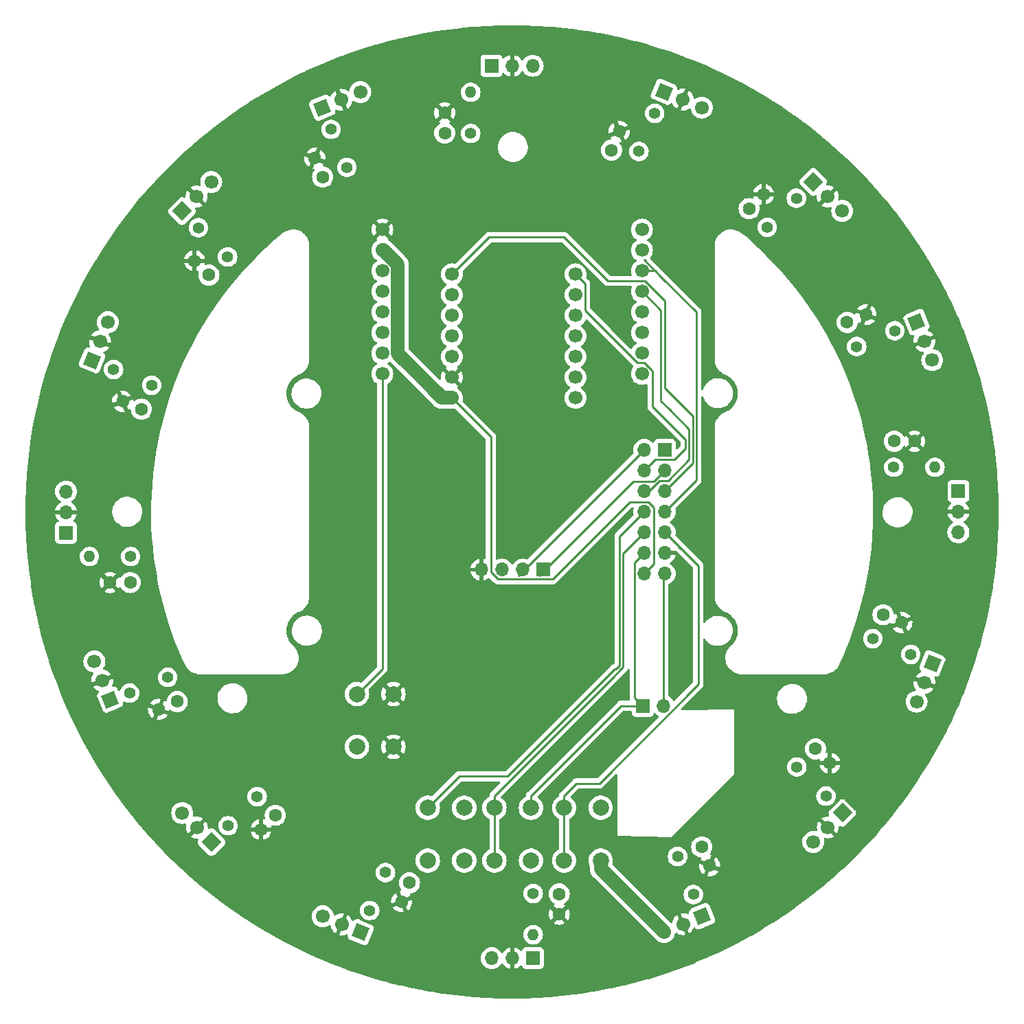
<source format=gbr>
%TF.GenerationSoftware,KiCad,Pcbnew,7.0.9*%
%TF.CreationDate,2024-07-26T16:53:16+09:00*%
%TF.ProjectId,IR_Borred,49525f42-6f72-4726-9564-2e6b69636164,rev?*%
%TF.SameCoordinates,Original*%
%TF.FileFunction,Copper,L2,Bot*%
%TF.FilePolarity,Positive*%
%FSLAX46Y46*%
G04 Gerber Fmt 4.6, Leading zero omitted, Abs format (unit mm)*
G04 Created by KiCad (PCBNEW 7.0.9) date 2024-07-26 16:53:16*
%MOMM*%
%LPD*%
G01*
G04 APERTURE LIST*
G04 Aperture macros list*
%AMHorizOval*
0 Thick line with rounded ends*
0 $1 width*
0 $2 $3 position (X,Y) of the first rounded end (center of the circle)*
0 $4 $5 position (X,Y) of the second rounded end (center of the circle)*
0 Add line between two ends*
20,1,$1,$2,$3,$4,$5,0*
0 Add two circle primitives to create the rounded ends*
1,1,$1,$2,$3*
1,1,$1,$4,$5*%
%AMRotRect*
0 Rectangle, with rotation*
0 The origin of the aperture is its center*
0 $1 length*
0 $2 width*
0 $3 Rotation angle, in degrees counterclockwise*
0 Add horizontal line*
21,1,$1,$2,0,0,$3*%
G04 Aperture macros list end*
%TA.AperFunction,ComponentPad*%
%ADD10R,1.700000X1.700000*%
%TD*%
%TA.AperFunction,ComponentPad*%
%ADD11O,1.700000X1.700000*%
%TD*%
%TA.AperFunction,ComponentPad*%
%ADD12C,1.600000*%
%TD*%
%TA.AperFunction,ComponentPad*%
%ADD13C,1.400000*%
%TD*%
%TA.AperFunction,ComponentPad*%
%ADD14HorizOval,1.400000X0.000000X0.000000X0.000000X0.000000X0*%
%TD*%
%TA.AperFunction,ComponentPad*%
%ADD15HorizOval,1.400000X0.000000X0.000000X0.000000X0.000000X0*%
%TD*%
%TA.AperFunction,ComponentPad*%
%ADD16HorizOval,1.400000X0.000000X0.000000X0.000000X0.000000X0*%
%TD*%
%TA.AperFunction,ComponentPad*%
%ADD17HorizOval,1.400000X0.000000X0.000000X0.000000X0.000000X0*%
%TD*%
%TA.AperFunction,ComponentPad*%
%ADD18RotRect,1.700000X1.700000X135.000000*%
%TD*%
%TA.AperFunction,ComponentPad*%
%ADD19HorizOval,1.700000X0.000000X0.000000X0.000000X0.000000X0*%
%TD*%
%TA.AperFunction,ComponentPad*%
%ADD20RotRect,1.700000X1.700000X45.000000*%
%TD*%
%TA.AperFunction,ComponentPad*%
%ADD21HorizOval,1.700000X0.000000X0.000000X0.000000X0.000000X0*%
%TD*%
%TA.AperFunction,ComponentPad*%
%ADD22RotRect,1.700000X1.700000X292.500000*%
%TD*%
%TA.AperFunction,ComponentPad*%
%ADD23HorizOval,1.700000X0.000000X0.000000X0.000000X0.000000X0*%
%TD*%
%TA.AperFunction,ComponentPad*%
%ADD24C,2.000000*%
%TD*%
%TA.AperFunction,ComponentPad*%
%ADD25HorizOval,1.400000X0.000000X0.000000X0.000000X0.000000X0*%
%TD*%
%TA.AperFunction,ComponentPad*%
%ADD26RotRect,1.700000X1.700000X22.500000*%
%TD*%
%TA.AperFunction,ComponentPad*%
%ADD27HorizOval,1.700000X0.000000X0.000000X0.000000X0.000000X0*%
%TD*%
%TA.AperFunction,ComponentPad*%
%ADD28RotRect,1.700000X1.700000X157.500000*%
%TD*%
%TA.AperFunction,ComponentPad*%
%ADD29HorizOval,1.700000X0.000000X0.000000X0.000000X0.000000X0*%
%TD*%
%TA.AperFunction,ComponentPad*%
%ADD30HorizOval,1.400000X0.000000X0.000000X0.000000X0.000000X0*%
%TD*%
%TA.AperFunction,ComponentPad*%
%ADD31RotRect,1.700000X1.700000X202.500000*%
%TD*%
%TA.AperFunction,ComponentPad*%
%ADD32HorizOval,1.700000X0.000000X0.000000X0.000000X0.000000X0*%
%TD*%
%TA.AperFunction,ComponentPad*%
%ADD33HorizOval,1.400000X0.000000X0.000000X0.000000X0.000000X0*%
%TD*%
%TA.AperFunction,ComponentPad*%
%ADD34HorizOval,1.400000X0.000000X0.000000X0.000000X0.000000X0*%
%TD*%
%TA.AperFunction,ComponentPad*%
%ADD35HorizOval,1.400000X0.000000X0.000000X0.000000X0.000000X0*%
%TD*%
%TA.AperFunction,ComponentPad*%
%ADD36O,1.400000X1.400000*%
%TD*%
%TA.AperFunction,ComponentPad*%
%ADD37RotRect,1.700000X1.700000X315.000000*%
%TD*%
%TA.AperFunction,ComponentPad*%
%ADD38HorizOval,1.700000X0.000000X0.000000X0.000000X0.000000X0*%
%TD*%
%TA.AperFunction,ComponentPad*%
%ADD39RotRect,1.700000X1.700000X67.500000*%
%TD*%
%TA.AperFunction,ComponentPad*%
%ADD40HorizOval,1.700000X0.000000X0.000000X0.000000X0.000000X0*%
%TD*%
%TA.AperFunction,ComponentPad*%
%ADD41RotRect,1.700000X1.700000X112.500000*%
%TD*%
%TA.AperFunction,ComponentPad*%
%ADD42HorizOval,1.700000X0.000000X0.000000X0.000000X0.000000X0*%
%TD*%
%TA.AperFunction,ComponentPad*%
%ADD43RotRect,1.700000X1.700000X337.500000*%
%TD*%
%TA.AperFunction,ComponentPad*%
%ADD44HorizOval,1.700000X0.000000X0.000000X0.000000X0.000000X0*%
%TD*%
%TA.AperFunction,ComponentPad*%
%ADD45HorizOval,1.400000X0.000000X0.000000X0.000000X0.000000X0*%
%TD*%
%TA.AperFunction,ComponentPad*%
%ADD46HorizOval,1.400000X0.000000X0.000000X0.000000X0.000000X0*%
%TD*%
%TA.AperFunction,ComponentPad*%
%ADD47HorizOval,1.400000X0.000000X0.000000X0.000000X0.000000X0*%
%TD*%
%TA.AperFunction,ComponentPad*%
%ADD48C,1.700000*%
%TD*%
%TA.AperFunction,ComponentPad*%
%ADD49RotRect,1.700000X1.700000X225.000000*%
%TD*%
%TA.AperFunction,ComponentPad*%
%ADD50HorizOval,1.700000X0.000000X0.000000X0.000000X0.000000X0*%
%TD*%
%TA.AperFunction,ComponentPad*%
%ADD51RotRect,1.700000X1.700000X247.500000*%
%TD*%
%TA.AperFunction,ComponentPad*%
%ADD52HorizOval,1.700000X0.000000X0.000000X0.000000X0.000000X0*%
%TD*%
%TA.AperFunction,ViaPad*%
%ADD53C,0.800000*%
%TD*%
%TA.AperFunction,Conductor*%
%ADD54C,0.250000*%
%TD*%
%TA.AperFunction,Conductor*%
%ADD55C,1.700000*%
%TD*%
G04 APERTURE END LIST*
D10*
%TO.P,U17,1,OUT*%
%TO.N,IRout15*%
X146305699Y-150285716D03*
D11*
%TO.P,U17,2,GND*%
%TO.N,GND*%
X143765699Y-150285716D03*
%TO.P,U17,3,Vin*%
%TO.N,+3.3V*%
X141225699Y-150285716D03*
%TD*%
D12*
%TO.P,C4,1*%
%TO.N,D1*%
X114545975Y-132673010D03*
%TO.P,C4,2*%
%TO.N,GND*%
X112778208Y-134440777D03*
%TD*%
%TO.P,C9,1*%
%TO.N,D10*%
X185040399Y-71910620D03*
%TO.P,C9,2*%
%TO.N,GND*%
X187350098Y-70953911D03*
%TD*%
D13*
%TO.P,R6,1*%
%TO.N,D5*%
X108662859Y-63842233D03*
D14*
%TO.P,R6,2*%
%TO.N,IRout5*%
X105070757Y-60250131D03*
%TD*%
D13*
%TO.P,R9,1*%
%TO.N,D10*%
X186222619Y-74895407D03*
D15*
%TO.P,R9,2*%
%TO.N,IRout10*%
X190915927Y-72951375D03*
%TD*%
D13*
%TO.P,R11,1*%
%TO.N,D8*%
X159368090Y-50833441D03*
D16*
%TO.P,R11,2*%
%TO.N,IRout8*%
X161312122Y-46140133D03*
%TD*%
D12*
%TO.P,C5,1*%
%TO.N,D4*%
X98028116Y-82609129D03*
%TO.P,C5,2*%
%TO.N,GND*%
X95718417Y-81652420D03*
%TD*%
D10*
%TO.P,U5,1,OUT*%
%TO.N,IRout3*%
X88744983Y-97836415D03*
D11*
%TO.P,U5,2,GND*%
%TO.N,GND*%
X88744983Y-95296415D03*
%TO.P,U5,3,Vin*%
%TO.N,+3.3V*%
X88744983Y-92756415D03*
%TD*%
D13*
%TO.P,R4,1*%
%TO.N,D1*%
X112311516Y-130367840D03*
D17*
%TO.P,R4,2*%
%TO.N,IRout1*%
X108719414Y-133959942D03*
%TD*%
D18*
%TO.P,U7,1,OUT*%
%TO.N,IRout5*%
X103048418Y-58193452D03*
D19*
%TO.P,U7,2,GND*%
%TO.N,GND*%
X104844469Y-56397401D03*
%TO.P,U7,3,Vin*%
%TO.N,+3.3V*%
X106640520Y-54601350D03*
%TD*%
D10*
%TO.P,U13,1,OUT*%
%TO.N,IRout11*%
X198755000Y-92725000D03*
D11*
%TO.P,U13,2,GND*%
%TO.N,GND*%
X198755000Y-95265000D03*
%TO.P,U13,3,Vin*%
%TO.N,+3.3V*%
X198755000Y-97805000D03*
%TD*%
D10*
%TO.P,J1,1,Pin_1*%
%TO.N,SDA_LCD*%
X147570000Y-102400000D03*
D11*
%TO.P,J1,2,Pin_2*%
%TO.N,SCL_LCD*%
X145030000Y-102400000D03*
%TO.P,J1,3,Pin_3*%
%TO.N,+3.3V*%
X142490000Y-102400000D03*
%TO.P,J1,4,Pin_4*%
%TO.N,GND*%
X139950000Y-102400000D03*
%TD*%
D20*
%TO.P,U11,1,OUT*%
%TO.N,IRout9*%
X180837247Y-54579135D03*
D21*
%TO.P,U11,2,GND*%
%TO.N,GND*%
X182633298Y-56375186D03*
%TO.P,U11,3,Vin*%
%TO.N,+3.3V*%
X184429349Y-58171237D03*
%TD*%
D12*
%TO.P,C14,1*%
%TO.N,D13*%
X181142292Y-124484725D03*
%TO.P,C14,2*%
%TO.N,GND*%
X182910059Y-126252492D03*
%TD*%
D22*
%TO.P,U16,1,OUT*%
%TO.N,IRout14*%
X167160663Y-145120682D03*
D23*
%TO.P,U16,2,GND*%
%TO.N,GND*%
X164814009Y-146092698D03*
%TO.P,U16,3,Vin*%
%TO.N,+3.3V*%
X162467355Y-147064714D03*
%TD*%
D24*
%TO.P,SW1,1*%
%TO.N,LCD-TeensyD10*%
X133340000Y-138250000D03*
X133340000Y-131750000D03*
%TO.P,SW1,2*%
%TO.N,+3.3V*%
X137840000Y-138250000D03*
X137840000Y-131750000D03*
%TD*%
D12*
%TO.P,C1,1*%
%TO.N,D2*%
X102459584Y-118650797D03*
%TO.P,C1,2*%
%TO.N,GND*%
X100149885Y-119607506D03*
%TD*%
D10*
%TO.P,SW4,1*%
%TO.N,+3.3V*%
X159855000Y-119180000D03*
D11*
%TO.P,SW4,2*%
%TO.N,switch*%
X162395000Y-119180000D03*
%TD*%
D10*
%TO.P,U9,1,OUT*%
%TO.N,IRout7*%
X141194283Y-40275699D03*
D11*
%TO.P,U9,2,GND*%
%TO.N,GND*%
X143734283Y-40275699D03*
%TO.P,U9,3,Vin*%
%TO.N,+3.3V*%
X146274283Y-40275699D03*
%TD*%
D13*
%TO.P,R7,1*%
%TO.N,D6*%
X123364691Y-52808080D03*
D25*
%TO.P,R7,2*%
%TO.N,IRout6*%
X121420659Y-48114772D03*
%TD*%
D26*
%TO.P,U12,1,OUT*%
%TO.N,IRout10*%
X193589965Y-71870036D03*
D27*
%TO.P,U12,2,GND*%
%TO.N,GND*%
X194561981Y-74216690D03*
%TO.P,U12,3,Vin*%
%TO.N,+3.3V*%
X195533997Y-76563344D03*
%TD*%
D28*
%TO.P,U6,1,OUT*%
%TO.N,IRout4*%
X91953963Y-76592368D03*
D29*
%TO.P,U6,2,GND*%
%TO.N,GND*%
X92925979Y-74245714D03*
%TO.P,U6,3,Vin*%
%TO.N,+3.3V*%
X93897995Y-71899060D03*
%TD*%
D12*
%TO.P,C6,1*%
%TO.N,D5*%
X106357690Y-66076691D03*
%TO.P,C6,2*%
%TO.N,GND*%
X104589923Y-64308924D03*
%TD*%
%TO.P,C15,1*%
%TO.N,D14*%
X167120079Y-136571116D03*
%TO.P,C15,2*%
%TO.N,GND*%
X168076788Y-138880815D03*
%TD*%
%TO.P,C12,1*%
%TO.N,D9*%
X172954008Y-57888407D03*
%TO.P,C12,2*%
%TO.N,GND*%
X174721775Y-56120640D03*
%TD*%
%TO.P,C10,1*%
%TO.N,D11*%
X190839999Y-86560000D03*
%TO.P,C10,2*%
%TO.N,GND*%
X193339999Y-86560000D03*
%TD*%
D13*
%TO.P,R14,1*%
%TO.N,D13*%
X178837124Y-126719183D03*
D30*
%TO.P,R14,2*%
%TO.N,IRout13*%
X182429226Y-130311285D03*
%TD*%
D31*
%TO.P,U4,1,OUT*%
%TO.N,IRout2*%
X94187016Y-118414381D03*
D32*
%TO.P,U4,2,GND*%
%TO.N,GND*%
X93215000Y-116067727D03*
%TO.P,U4,3,Vin*%
%TO.N,+3.3V*%
X92242984Y-113721073D03*
%TD*%
D13*
%TO.P,R13,1*%
%TO.N,D12*%
X188197259Y-110898807D03*
D33*
%TO.P,R13,2*%
%TO.N,IRout12*%
X192890567Y-112842839D03*
%TD*%
D13*
%TO.P,R1,1*%
%TO.N,D2*%
X101277363Y-115666008D03*
D34*
%TO.P,R1,2*%
%TO.N,IRout2*%
X96584055Y-117610040D03*
%TD*%
D13*
%TO.P,R3,1*%
%TO.N,D0*%
X128131892Y-139727975D03*
D35*
%TO.P,R3,2*%
%TO.N,IRout0*%
X126187860Y-144421283D03*
%TD*%
D12*
%TO.P,C7,1*%
%TO.N,D6*%
X120379903Y-53990300D03*
%TO.P,C7,2*%
%TO.N,GND*%
X119423194Y-51680601D03*
%TD*%
D13*
%TO.P,R8,1*%
%TO.N,D7*%
X138640000Y-48620000D03*
D36*
%TO.P,R8,2*%
%TO.N,IRout7*%
X138640000Y-43540000D03*
%TD*%
D37*
%TO.P,U15,1,OUT*%
%TO.N,IRout13*%
X184451564Y-132367964D03*
D38*
%TO.P,U15,2,GND*%
%TO.N,GND*%
X182655513Y-134164015D03*
%TO.P,U15,3,Vin*%
%TO.N,+3.3V*%
X180859462Y-135960066D03*
%TD*%
D39*
%TO.P,U10,1,OUT*%
%TO.N,IRout8*%
X162438330Y-43484680D03*
D40*
%TO.P,U10,2,GND*%
%TO.N,GND*%
X164784984Y-44456696D03*
%TO.P,U10,3,Vin*%
%TO.N,+3.3V*%
X167131638Y-45428712D03*
%TD*%
D12*
%TO.P,C16,1*%
%TO.N,D15*%
X149539984Y-142371416D03*
%TO.P,C16,2*%
%TO.N,GND*%
X149539984Y-144871416D03*
%TD*%
D10*
%TO.P,J2,1,Pin_1*%
%TO.N,unconnected-(J2-Pin_1-Pad1)*%
X162560000Y-87630000D03*
D11*
%TO.P,J2,2,Pin_2*%
%TO.N,SCL_LCD*%
X160020000Y-87630000D03*
%TO.P,J2,3,Pin_3*%
%TO.N,SDA_LCD*%
X162560000Y-90170000D03*
%TO.P,J2,4,Pin_4*%
%TO.N,TX_Boll*%
X160020000Y-90170000D03*
%TO.P,J2,5,Pin_5*%
%TO.N,RX_Boll*%
X162560000Y-92710000D03*
%TO.P,J2,6,Pin_6*%
%TO.N,TX_camera*%
X160020000Y-92710000D03*
%TO.P,J2,7,Pin_7*%
%TO.N,RX_camera*%
X162560000Y-95250000D03*
%TO.P,J2,8,Pin_8*%
%TO.N,LCD-TeensyD10*%
X160020000Y-95250000D03*
%TO.P,J2,9,Pin_9*%
%TO.N,LCD-TeensyD11*%
X162560000Y-97790000D03*
%TO.P,J2,10,Pin_10*%
%TO.N,LCD-TeensyD12*%
X160020000Y-97790000D03*
%TO.P,J2,11,Pin_11*%
%TO.N,GND*%
X162560000Y-100330000D03*
%TO.P,J2,12,Pin_12*%
%TO.N,+3.3V*%
X160020000Y-100330000D03*
%TO.P,J2,13,Pin_13*%
%TO.N,switch*%
X162560000Y-102870000D03*
%TO.P,J2,14,Pin_14*%
%TO.N,+5V*%
X160020000Y-102870000D03*
%TD*%
D41*
%TO.P,U8,1,OUT*%
%TO.N,IRout6*%
X120325460Y-45446472D03*
D42*
%TO.P,U8,2,GND*%
%TO.N,GND*%
X122672114Y-44474456D03*
%TO.P,U8,3,Vin*%
%TO.N,+3.3V*%
X125018768Y-43502440D03*
%TD*%
D43*
%TO.P,U14,1,OUT*%
%TO.N,IRout12*%
X195546020Y-113969047D03*
D44*
%TO.P,U14,2,GND*%
%TO.N,GND*%
X194574004Y-116315701D03*
%TO.P,U14,3,Vin*%
%TO.N,+3.3V*%
X193601988Y-118662355D03*
%TD*%
D12*
%TO.P,C3,1*%
%TO.N,D0*%
X131078413Y-141002584D03*
%TO.P,C3,2*%
%TO.N,GND*%
X130121704Y-143312283D03*
%TD*%
D13*
%TO.P,R10,1*%
%TO.N,D11*%
X190790000Y-89770000D03*
D36*
%TO.P,R10,2*%
%TO.N,IRout11*%
X195870000Y-89770000D03*
%TD*%
D13*
%TO.P,R12,1*%
%TO.N,D9*%
X175188466Y-60193575D03*
D45*
%TO.P,R12,2*%
%TO.N,IRout9*%
X178780568Y-56601473D03*
%TD*%
D13*
%TO.P,R16,1*%
%TO.N,D15*%
X146329982Y-142321416D03*
D36*
%TO.P,R16,2*%
%TO.N,IRout15*%
X146329982Y-147401416D03*
%TD*%
D13*
%TO.P,R15,1*%
%TO.N,D14*%
X164135292Y-137753336D03*
D46*
%TO.P,R15,2*%
%TO.N,IRout14*%
X166079324Y-142446644D03*
%TD*%
D13*
%TO.P,R5,1*%
%TO.N,D4*%
X99302724Y-79662609D03*
D47*
%TO.P,R5,2*%
%TO.N,IRout4*%
X94609416Y-77718577D03*
%TD*%
D12*
%TO.P,C2,1*%
%TO.N,D3*%
X96659283Y-103980001D03*
%TO.P,C2,2*%
%TO.N,GND*%
X94159283Y-103980001D03*
%TD*%
D48*
%TO.P,U1,1,PA02_A0_D0*%
%TO.N,Data_IR_sensor*%
X151560000Y-81230000D03*
%TO.P,U1,2,PA4_A1_D1*%
%TO.N,S0*%
X151560000Y-78690000D03*
%TO.P,U1,3,PA10_A2_D2*%
%TO.N,S1*%
X151560000Y-76150000D03*
%TO.P,U1,4,PA11_A3_D3*%
%TO.N,S2*%
X151560000Y-73610000D03*
%TO.P,U1,5,PA8_A4_D4_SDA*%
%TO.N,S3*%
X151560000Y-71070000D03*
%TO.P,U1,6,PA9_A5_D5_SCL*%
%TO.N,E*%
X151560000Y-68530000D03*
%TO.P,U1,7,PB08_A6_D6_TX*%
%TO.N,TX_Boll*%
X151560000Y-65990000D03*
%TO.P,U1,8,PB09_A7_D7_RX*%
%TO.N,RX_Boll*%
X136320000Y-65990000D03*
%TO.P,U1,9,PA7_A8_D8_SCK*%
%TO.N,unconnected-(U1-PA7_A8_D8_SCK-Pad9)*%
X136320000Y-68530000D03*
%TO.P,U1,10,PA5_A9_D9_MISO*%
%TO.N,unconnected-(U1-PA5_A9_D9_MISO-Pad10)*%
X136320000Y-71070000D03*
%TO.P,U1,11,PA6_A10_D10_MOSI*%
%TO.N,unconnected-(U1-PA6_A10_D10_MOSI-Pad11)*%
X136320000Y-73610000D03*
%TO.P,U1,12,3V3*%
%TO.N,+3.3V*%
X136320000Y-76150000D03*
%TO.P,U1,13,GND*%
%TO.N,GND*%
X136320000Y-78690000D03*
%TO.P,U1,14,5V*%
%TO.N,+5V*%
X136320000Y-81230000D03*
%TD*%
D12*
%TO.P,C13,1*%
%TO.N,D12*%
X189471866Y-107952288D03*
%TO.P,C13,2*%
%TO.N,GND*%
X191781565Y-108908997D03*
%TD*%
D24*
%TO.P,SW2,1*%
%TO.N,LCD-TeensyD12*%
X141560000Y-138260000D03*
X141560000Y-131760000D03*
%TO.P,SW2,2*%
%TO.N,+3.3V*%
X146060000Y-138260000D03*
X146060000Y-131760000D03*
%TD*%
D12*
%TO.P,C11,1*%
%TO.N,D8*%
X155985646Y-50684850D03*
%TO.P,C11,2*%
%TO.N,GND*%
X156942355Y-48375151D03*
%TD*%
D13*
%TO.P,R2,1*%
%TO.N,D3*%
X96709283Y-100770000D03*
D36*
%TO.P,R2,2*%
%TO.N,IRout3*%
X91629283Y-100770000D03*
%TD*%
D12*
%TO.P,C8,1*%
%TO.N,D7*%
X135430000Y-48570000D03*
%TO.P,C8,2*%
%TO.N,GND*%
X135430000Y-46070000D03*
%TD*%
D49*
%TO.P,U3,1,OUT*%
%TO.N,IRout1*%
X106662735Y-135982280D03*
D50*
%TO.P,U3,2,GND*%
%TO.N,GND*%
X104866684Y-134186229D03*
%TO.P,U3,3,Vin*%
%TO.N,+3.3V*%
X103070633Y-132390178D03*
%TD*%
D48*
%TO.P,U19,1,mosi*%
%TO.N,unconnected-(U19-mosi-Pad1)*%
X159740000Y-78266000D03*
%TO.P,U19,2,sclk*%
%TO.N,unconnected-(U19-sclk-Pad2)*%
X159740000Y-75726000D03*
%TO.P,U19,3,miso*%
%TO.N,unconnected-(U19-miso-Pad3)*%
X159740000Y-73186000D03*
%TO.P,U19,4,ss*%
%TO.N,unconnected-(U19-ss-Pad4)*%
X159740000Y-70646000D03*
%TO.P,U19,5,txo/scl*%
%TO.N,TX_camera*%
X159740000Y-68106000D03*
%TO.P,U19,6,rxd/sca*%
%TO.N,RX_camera*%
X159740000Y-65566000D03*
%TO.P,U19,7,adc/dac*%
%TO.N,unconnected-(U19-adc{slash}dac-Pad7)*%
X159740000Y-63026000D03*
%TO.P,U19,8,3.3v*%
%TO.N,unconnected-(U19-3.3v-Pad8)*%
X159740000Y-60486000D03*
%TO.P,U19,9,rst*%
%TO.N,RST*%
X127740000Y-78266000D03*
%TO.P,U19,10,boot*%
%TO.N,unconnected-(U19-boot-Pad10)*%
X127740000Y-75726000D03*
%TO.P,U19,11,syn*%
%TO.N,unconnected-(U19-syn-Pad11)*%
X127740000Y-73186000D03*
%TO.P,U19,12,seru03*%
%TO.N,unconnected-(U19-seru03-Pad12)*%
X127740000Y-70646000D03*
%TO.P,U19,13,seru02*%
%TO.N,unconnected-(U19-seru02-Pad13)*%
X127740000Y-68106000D03*
%TO.P,U19,14,seru01*%
%TO.N,unconnected-(U19-seru01-Pad14)*%
X127740000Y-65566000D03*
%TO.P,U19,15,vin*%
%TO.N,+5V*%
X127740000Y-63026000D03*
%TO.P,U19,16,GND*%
%TO.N,GND*%
X127740000Y-60486000D03*
%TD*%
D24*
%TO.P,SW3,1*%
%TO.N,LCD-TeensyD11*%
X150150000Y-138250000D03*
X150150000Y-131750000D03*
%TO.P,SW3,2*%
%TO.N,+3.3V*%
X154650000Y-138250000D03*
X154650000Y-131750000D03*
%TD*%
D51*
%TO.P,U2,1,OUT*%
%TO.N,IRout0*%
X125075510Y-147082477D03*
D52*
%TO.P,U2,2,GND*%
%TO.N,GND*%
X122728856Y-146110461D03*
%TO.P,U2,3,Vin*%
%TO.N,+3.3V*%
X120382202Y-145138445D03*
%TD*%
D24*
%TO.P,Camera_RST1,1*%
%TO.N,RST*%
X124610000Y-124230000D03*
X124610000Y-117730000D03*
%TO.P,Camera_RST1,2*%
%TO.N,GND*%
X129110000Y-124230000D03*
X129110000Y-117730000D03*
%TD*%
D53*
%TO.N,GND*%
X130925000Y-49975000D03*
X138825000Y-40350000D03*
X197100000Y-82600000D03*
X120475000Y-117025000D03*
X198800000Y-90275000D03*
X127775000Y-128775000D03*
X139850000Y-99850000D03*
X152325000Y-101950000D03*
X149550000Y-113675000D03*
X115625000Y-121325000D03*
X132625000Y-41675000D03*
X143450000Y-98975000D03*
X151125000Y-41825000D03*
X128725000Y-56125000D03*
X120550000Y-126475000D03*
X115425000Y-52350000D03*
X98750000Y-69625000D03*
X97925000Y-109575000D03*
X118325000Y-118500000D03*
X119475000Y-57475000D03*
X151875000Y-49925000D03*
X143975000Y-105000000D03*
X165450000Y-103250000D03*
X182425000Y-65300000D03*
X184575000Y-119275000D03*
X120975000Y-134575000D03*
X155650000Y-105175000D03*
X143650000Y-125750000D03*
%TD*%
D54*
%TO.N,+3.3V*%
X158845000Y-118170000D02*
X158845000Y-101505000D01*
D55*
X154650000Y-138250000D02*
X154650000Y-139247359D01*
X154650000Y-139247359D02*
X162467355Y-147064714D01*
D54*
X157160000Y-119180000D02*
X146060000Y-130280000D01*
X159855000Y-119180000D02*
X158845000Y-118170000D01*
X146060000Y-130280000D02*
X146060000Y-131760000D01*
X158845000Y-101505000D02*
X160020000Y-100330000D01*
X159855000Y-119180000D02*
X157160000Y-119180000D01*
%TO.N,+5V*%
X161195000Y-101695000D02*
X161195000Y-94763299D01*
D55*
X129640000Y-64778994D02*
X127887006Y-63026000D01*
D54*
X160506701Y-94075000D02*
X158245000Y-94075000D01*
X141125000Y-86035000D02*
X136320000Y-81230000D01*
X148745000Y-103575000D02*
X142003299Y-103575000D01*
D55*
X135117919Y-81230000D02*
X129640000Y-75752081D01*
X129640000Y-75752081D02*
X129640000Y-64778994D01*
D54*
X142003299Y-103575000D02*
X141125000Y-102696701D01*
D55*
X135078000Y-81230000D02*
X136320000Y-81230000D01*
D54*
X161195000Y-94763299D02*
X160506701Y-94075000D01*
X160020000Y-102870000D02*
X161195000Y-101695000D01*
X141125000Y-102696701D02*
X141125000Y-86035000D01*
D55*
X127740000Y-63026000D02*
X127887006Y-63026000D01*
D54*
X158245000Y-94075000D02*
X148745000Y-103575000D01*
D55*
X136320000Y-81230000D02*
X135117919Y-81230000D01*
X133970000Y-80122000D02*
X135078000Y-81230000D01*
D54*
%TO.N,RST*%
X127740000Y-78266000D02*
X127740000Y-114600000D01*
X127740000Y-114600000D02*
X124610000Y-117730000D01*
%TO.N,SDA_LCD*%
X158655000Y-91535000D02*
X161195000Y-91535000D01*
X161195000Y-91535000D02*
X162560000Y-90170000D01*
X147090000Y-103100000D02*
X158655000Y-91535000D01*
%TO.N,switch*%
X162395000Y-119180000D02*
X162395000Y-103035000D01*
X162395000Y-103035000D02*
X162560000Y-102870000D01*
%TO.N,SCL_LCD*%
X160020000Y-87630000D02*
X144550000Y-103100000D01*
%TO.N,TX_Boll*%
X161036000Y-77900299D02*
X160312850Y-77177149D01*
X161036000Y-82296000D02*
X165100000Y-86360000D01*
X165100000Y-87440000D02*
X163735000Y-88805000D01*
X160046701Y-76916000D02*
X160925000Y-77794299D01*
X152735000Y-67165000D02*
X152735000Y-70435000D01*
X159216000Y-76916000D02*
X160046701Y-76916000D01*
X165100000Y-86360000D02*
X165100000Y-87440000D01*
X161385000Y-88805000D02*
X160020000Y-90170000D01*
X151560000Y-65990000D02*
X152735000Y-67165000D01*
X163735000Y-88805000D02*
X161385000Y-88805000D01*
X152735000Y-70435000D02*
X159216000Y-76916000D01*
X161036000Y-82296000D02*
X161036000Y-77900299D01*
%TO.N,RX_Boll*%
X162560000Y-80010000D02*
X166000000Y-83450000D01*
X160090701Y-66800000D02*
X162560000Y-69269299D01*
X162560000Y-69269299D02*
X162560000Y-80010000D01*
X136320000Y-65990000D02*
X140910000Y-61400000D01*
X166000000Y-83450000D02*
X166000000Y-89270000D01*
X155550000Y-66800000D02*
X160090701Y-66800000D01*
X150150000Y-61400000D02*
X155550000Y-66800000D01*
X140910000Y-61400000D02*
X150150000Y-61400000D01*
X166000000Y-89270000D02*
X162560000Y-92710000D01*
%TO.N,TX_camera*%
X162951701Y-91440000D02*
X165550000Y-88841701D01*
X161926396Y-91440000D02*
X162951701Y-91440000D01*
X163030000Y-82570000D02*
X165550000Y-85090000D01*
X159740000Y-68106000D02*
X162050000Y-70416000D01*
X162050000Y-81590000D02*
X163030000Y-82570000D01*
X162050000Y-70416000D02*
X162050000Y-78036000D01*
X162050000Y-78036000D02*
X162050000Y-79248000D01*
X160656396Y-92710000D02*
X161926396Y-91440000D01*
X160020000Y-92710000D02*
X160656396Y-92710000D01*
X162050000Y-79248000D02*
X162050000Y-81590000D01*
X165550000Y-88841701D02*
X165550000Y-85090000D01*
%TO.N,RX_camera*%
X160046701Y-64216000D02*
X162177851Y-66347149D01*
X159740000Y-65566000D02*
X161396702Y-65566000D01*
X166450000Y-70619299D02*
X166450000Y-91360000D01*
X166450000Y-91360000D02*
X162560000Y-95250000D01*
X161396702Y-65566000D02*
X162177851Y-66347149D01*
X162177851Y-66347149D02*
X166450000Y-70619299D01*
%TO.N,LCD-TeensyD10*%
X133340000Y-131750000D02*
X137215000Y-127875000D01*
X137215000Y-127875000D02*
X143175000Y-127875000D01*
X156975000Y-114228604D02*
X156539302Y-114664302D01*
X160020000Y-95250000D02*
X156975000Y-98295000D01*
X156975000Y-98295000D02*
X156975000Y-104675000D01*
X156385698Y-114664302D02*
X143175000Y-127875000D01*
X156539302Y-114664302D02*
X156385698Y-114664302D01*
X156975000Y-104675000D02*
X156975000Y-114228604D01*
%TO.N,LCD-TeensyD11*%
X164550000Y-99780000D02*
X162560000Y-97790000D01*
X150150000Y-130270000D02*
X150150000Y-131750000D01*
X166700000Y-101930000D02*
X166700000Y-116536701D01*
X151680000Y-128740000D02*
X150150000Y-130270000D01*
X162560000Y-97790000D02*
X166700000Y-101930000D01*
X154496701Y-128740000D02*
X151680000Y-128740000D01*
X166700000Y-116536701D02*
X154496701Y-128740000D01*
X150150000Y-138250000D02*
X150150000Y-131750000D01*
%TO.N,LCD-TeensyD12*%
X157425000Y-114415000D02*
X157425000Y-113400000D01*
X141560000Y-131760000D02*
X141560000Y-138260000D01*
X156340000Y-115500000D02*
X151782500Y-120057500D01*
X160020000Y-97790000D02*
X157425000Y-100385000D01*
X154000000Y-117840000D02*
X157425000Y-114415000D01*
X141560000Y-130280000D02*
X141560000Y-131760000D01*
X154000000Y-117840000D02*
X151782500Y-120057500D01*
X151782500Y-120057500D02*
X141560000Y-130280000D01*
X157425000Y-100385000D02*
X157425000Y-113400000D01*
%TD*%
%TA.AperFunction,Conductor*%
%TO.N,GND*%
G36*
X163981086Y-100099685D02*
G01*
X164001728Y-100116319D01*
X164142594Y-100257185D01*
X164142600Y-100257190D01*
X166038181Y-102152771D01*
X166071666Y-102214094D01*
X166074500Y-102240452D01*
X166074500Y-116226248D01*
X166054815Y-116293287D01*
X166038181Y-116313929D01*
X163783588Y-118568521D01*
X163722265Y-118602006D01*
X163652573Y-118597022D01*
X163596640Y-118555150D01*
X163583525Y-118533245D01*
X163583375Y-118532924D01*
X163569035Y-118502171D01*
X163569032Y-118502167D01*
X163569032Y-118502166D01*
X163433494Y-118308597D01*
X163266402Y-118141506D01*
X163266401Y-118141505D01*
X163073376Y-118006347D01*
X163029751Y-117951770D01*
X163020500Y-117904772D01*
X163020500Y-104224374D01*
X163040185Y-104157335D01*
X163092093Y-104111993D01*
X163237830Y-104044035D01*
X163431401Y-103908495D01*
X163598495Y-103741401D01*
X163734035Y-103547830D01*
X163833903Y-103333663D01*
X163895063Y-103105408D01*
X163915659Y-102870000D01*
X163913897Y-102849866D01*
X163905487Y-102753735D01*
X163895063Y-102634592D01*
X163833903Y-102406337D01*
X163734035Y-102192171D01*
X163696394Y-102138413D01*
X163598494Y-101998597D01*
X163431402Y-101831506D01*
X163431401Y-101831505D01*
X163245405Y-101701269D01*
X163201781Y-101646692D01*
X163194588Y-101577193D01*
X163226110Y-101514839D01*
X163245405Y-101498119D01*
X163431082Y-101368105D01*
X163598105Y-101201082D01*
X163733600Y-101007578D01*
X163833429Y-100793492D01*
X163833432Y-100793486D01*
X163890636Y-100580000D01*
X162993686Y-100580000D01*
X163019493Y-100539844D01*
X163060000Y-100401889D01*
X163060000Y-100258111D01*
X163019493Y-100120156D01*
X162993686Y-100080000D01*
X163914047Y-100080000D01*
X163981086Y-100099685D01*
G37*
%TD.AperFunction*%
%TA.AperFunction,Conductor*%
G36*
X149906587Y-62045185D02*
G01*
X149927229Y-62061819D01*
X155049197Y-67183788D01*
X155059022Y-67196051D01*
X155059243Y-67195869D01*
X155064214Y-67201878D01*
X155088127Y-67224333D01*
X155114635Y-67249226D01*
X155135529Y-67270120D01*
X155141011Y-67274373D01*
X155145443Y-67278157D01*
X155179418Y-67310062D01*
X155196976Y-67319714D01*
X155213235Y-67330395D01*
X155229064Y-67342673D01*
X155271838Y-67361182D01*
X155277056Y-67363738D01*
X155317908Y-67386197D01*
X155337316Y-67391180D01*
X155355717Y-67397480D01*
X155374104Y-67405437D01*
X155417488Y-67412308D01*
X155420119Y-67412725D01*
X155425839Y-67413909D01*
X155470981Y-67425500D01*
X155491016Y-67425500D01*
X155510414Y-67427026D01*
X155530194Y-67430159D01*
X155530195Y-67430160D01*
X155530195Y-67430159D01*
X155530196Y-67430160D01*
X155576584Y-67425775D01*
X155582422Y-67425500D01*
X158372569Y-67425500D01*
X158439608Y-67445185D01*
X158485363Y-67497989D01*
X158495307Y-67567147D01*
X158484951Y-67601905D01*
X158466098Y-67642335D01*
X158466094Y-67642344D01*
X158404938Y-67870586D01*
X158404936Y-67870596D01*
X158384341Y-68105999D01*
X158384341Y-68106000D01*
X158404936Y-68341403D01*
X158404938Y-68341413D01*
X158466094Y-68569655D01*
X158466096Y-68569659D01*
X158466097Y-68569663D01*
X158557372Y-68765403D01*
X158565965Y-68783830D01*
X158565967Y-68783834D01*
X158701501Y-68977395D01*
X158701506Y-68977402D01*
X158868597Y-69144493D01*
X158868603Y-69144498D01*
X159054158Y-69274425D01*
X159097783Y-69329002D01*
X159104977Y-69398500D01*
X159073454Y-69460855D01*
X159054158Y-69477575D01*
X158868597Y-69607505D01*
X158701505Y-69774597D01*
X158565965Y-69968169D01*
X158565964Y-69968171D01*
X158466098Y-70182335D01*
X158466094Y-70182344D01*
X158404938Y-70410586D01*
X158404936Y-70410596D01*
X158384341Y-70645999D01*
X158384341Y-70646000D01*
X158404936Y-70881403D01*
X158404938Y-70881413D01*
X158466094Y-71109655D01*
X158466096Y-71109659D01*
X158466097Y-71109663D01*
X158518121Y-71221229D01*
X158565965Y-71323830D01*
X158565967Y-71323834D01*
X158701501Y-71517395D01*
X158701506Y-71517402D01*
X158868597Y-71684493D01*
X158868603Y-71684498D01*
X159054158Y-71814425D01*
X159097783Y-71869002D01*
X159104977Y-71938500D01*
X159073454Y-72000855D01*
X159054158Y-72017575D01*
X158868597Y-72147505D01*
X158701505Y-72314597D01*
X158565965Y-72508169D01*
X158565964Y-72508171D01*
X158466098Y-72722335D01*
X158466094Y-72722344D01*
X158404938Y-72950586D01*
X158404936Y-72950596D01*
X158384341Y-73185999D01*
X158384341Y-73186000D01*
X158404936Y-73421403D01*
X158404938Y-73421413D01*
X158466094Y-73649655D01*
X158466096Y-73649659D01*
X158466097Y-73649663D01*
X158519232Y-73763611D01*
X158565965Y-73863830D01*
X158565967Y-73863834D01*
X158701501Y-74057395D01*
X158701506Y-74057402D01*
X158868597Y-74224493D01*
X158868603Y-74224498D01*
X159054158Y-74354425D01*
X159097783Y-74409002D01*
X159104977Y-74478500D01*
X159073454Y-74540855D01*
X159054158Y-74557575D01*
X158868597Y-74687505D01*
X158701505Y-74854597D01*
X158565965Y-75048169D01*
X158565964Y-75048171D01*
X158534842Y-75114913D01*
X158488669Y-75167352D01*
X158421476Y-75186504D01*
X158354594Y-75166288D01*
X158334779Y-75150189D01*
X155906934Y-72722344D01*
X153396819Y-70212228D01*
X153363334Y-70150905D01*
X153360500Y-70124547D01*
X153360500Y-67247742D01*
X153362224Y-67232122D01*
X153361939Y-67232096D01*
X153362671Y-67224340D01*
X153362673Y-67224333D01*
X153360500Y-67155185D01*
X153360500Y-67125650D01*
X153359631Y-67118772D01*
X153359172Y-67112943D01*
X153357709Y-67066372D01*
X153352122Y-67047144D01*
X153348174Y-67028084D01*
X153345663Y-67008204D01*
X153328512Y-66964887D01*
X153326619Y-66959358D01*
X153313618Y-66914609D01*
X153313616Y-66914606D01*
X153303423Y-66897371D01*
X153294861Y-66879894D01*
X153287487Y-66861270D01*
X153287486Y-66861268D01*
X153260079Y-66823545D01*
X153256888Y-66818686D01*
X153233172Y-66778583D01*
X153233165Y-66778574D01*
X153219006Y-66764415D01*
X153206368Y-66749619D01*
X153194707Y-66733569D01*
X153194594Y-66733413D01*
X153189773Y-66729425D01*
X153158688Y-66703709D01*
X153154376Y-66699786D01*
X152900237Y-66445647D01*
X152866752Y-66384324D01*
X152868143Y-66325872D01*
X152874171Y-66303377D01*
X152895063Y-66225408D01*
X152915659Y-65990000D01*
X152895063Y-65754592D01*
X152842321Y-65557754D01*
X152833905Y-65526344D01*
X152833904Y-65526343D01*
X152833903Y-65526337D01*
X152734035Y-65312171D01*
X152731522Y-65308581D01*
X152598494Y-65118597D01*
X152431402Y-64951506D01*
X152431395Y-64951501D01*
X152423714Y-64946123D01*
X152340948Y-64888169D01*
X152237834Y-64815967D01*
X152237830Y-64815965D01*
X152184417Y-64791058D01*
X152023663Y-64716097D01*
X152023659Y-64716096D01*
X152023655Y-64716094D01*
X151795413Y-64654938D01*
X151795403Y-64654936D01*
X151560001Y-64634341D01*
X151559999Y-64634341D01*
X151324596Y-64654936D01*
X151324586Y-64654938D01*
X151096344Y-64716094D01*
X151096335Y-64716098D01*
X150882171Y-64815964D01*
X150882169Y-64815965D01*
X150688597Y-64951505D01*
X150521505Y-65118597D01*
X150385965Y-65312169D01*
X150385964Y-65312171D01*
X150286098Y-65526335D01*
X150286094Y-65526344D01*
X150224938Y-65754586D01*
X150224936Y-65754596D01*
X150204341Y-65989999D01*
X150204341Y-65990000D01*
X150224936Y-66225403D01*
X150224938Y-66225413D01*
X150286094Y-66453655D01*
X150286096Y-66453659D01*
X150286097Y-66453663D01*
X150356431Y-66604495D01*
X150385965Y-66667830D01*
X150385967Y-66667834D01*
X150521501Y-66861395D01*
X150521506Y-66861402D01*
X150688597Y-67028493D01*
X150688603Y-67028498D01*
X150874158Y-67158425D01*
X150917783Y-67213002D01*
X150924977Y-67282500D01*
X150893454Y-67344855D01*
X150874158Y-67361575D01*
X150688597Y-67491505D01*
X150521505Y-67658597D01*
X150385965Y-67852169D01*
X150385964Y-67852171D01*
X150286098Y-68066335D01*
X150286094Y-68066344D01*
X150224938Y-68294586D01*
X150224936Y-68294596D01*
X150204341Y-68529999D01*
X150204341Y-68530000D01*
X150224936Y-68765403D01*
X150224938Y-68765413D01*
X150286094Y-68993655D01*
X150286096Y-68993659D01*
X150286097Y-68993663D01*
X150368638Y-69170672D01*
X150385965Y-69207830D01*
X150385967Y-69207834D01*
X150521501Y-69401395D01*
X150521506Y-69401402D01*
X150688597Y-69568493D01*
X150688603Y-69568498D01*
X150874158Y-69698425D01*
X150917783Y-69753002D01*
X150924977Y-69822500D01*
X150893454Y-69884855D01*
X150874158Y-69901575D01*
X150688597Y-70031505D01*
X150521505Y-70198597D01*
X150385965Y-70392169D01*
X150385964Y-70392171D01*
X150286098Y-70606335D01*
X150286094Y-70606344D01*
X150224938Y-70834586D01*
X150224936Y-70834596D01*
X150204341Y-71069999D01*
X150204341Y-71070000D01*
X150224936Y-71305403D01*
X150224938Y-71305413D01*
X150286094Y-71533655D01*
X150286096Y-71533659D01*
X150286097Y-71533663D01*
X150356431Y-71684495D01*
X150385965Y-71747830D01*
X150385967Y-71747834D01*
X150472999Y-71872127D01*
X150499950Y-71910618D01*
X150521501Y-71941395D01*
X150521506Y-71941402D01*
X150688597Y-72108493D01*
X150688603Y-72108498D01*
X150874158Y-72238425D01*
X150917783Y-72293002D01*
X150924977Y-72362500D01*
X150893454Y-72424855D01*
X150874158Y-72441575D01*
X150688597Y-72571505D01*
X150521505Y-72738597D01*
X150385965Y-72932169D01*
X150385964Y-72932171D01*
X150286098Y-73146335D01*
X150286094Y-73146344D01*
X150224938Y-73374586D01*
X150224936Y-73374596D01*
X150204341Y-73609999D01*
X150204341Y-73610000D01*
X150224936Y-73845403D01*
X150224938Y-73845413D01*
X150286094Y-74073655D01*
X150286096Y-74073659D01*
X150286097Y-74073663D01*
X150373321Y-74260715D01*
X150385965Y-74287830D01*
X150385967Y-74287834D01*
X150478425Y-74419876D01*
X150521249Y-74481036D01*
X150521501Y-74481395D01*
X150521506Y-74481402D01*
X150688597Y-74648493D01*
X150688603Y-74648498D01*
X150874158Y-74778425D01*
X150917783Y-74833002D01*
X150924977Y-74902500D01*
X150893454Y-74964855D01*
X150874158Y-74981575D01*
X150688597Y-75111505D01*
X150521505Y-75278597D01*
X150385965Y-75472169D01*
X150385964Y-75472171D01*
X150286098Y-75686335D01*
X150286094Y-75686344D01*
X150224938Y-75914586D01*
X150224936Y-75914596D01*
X150204341Y-76149999D01*
X150204341Y-76150000D01*
X150224936Y-76385403D01*
X150224938Y-76385413D01*
X150286094Y-76613655D01*
X150286096Y-76613659D01*
X150286097Y-76613663D01*
X150356431Y-76764495D01*
X150385965Y-76827830D01*
X150385967Y-76827834D01*
X150521501Y-77021395D01*
X150521506Y-77021402D01*
X150688597Y-77188493D01*
X150688603Y-77188498D01*
X150874158Y-77318425D01*
X150917783Y-77373002D01*
X150924977Y-77442500D01*
X150893454Y-77504855D01*
X150874158Y-77521575D01*
X150688597Y-77651505D01*
X150521505Y-77818597D01*
X150385965Y-78012169D01*
X150385964Y-78012171D01*
X150286098Y-78226335D01*
X150286094Y-78226344D01*
X150224938Y-78454586D01*
X150224936Y-78454596D01*
X150204341Y-78689999D01*
X150204341Y-78690000D01*
X150224936Y-78925403D01*
X150224938Y-78925413D01*
X150286094Y-79153655D01*
X150286096Y-79153659D01*
X150286097Y-79153663D01*
X150356431Y-79304495D01*
X150385965Y-79367830D01*
X150385967Y-79367834D01*
X150521501Y-79561395D01*
X150521506Y-79561402D01*
X150688597Y-79728493D01*
X150688603Y-79728498D01*
X150874158Y-79858425D01*
X150917783Y-79913002D01*
X150924977Y-79982500D01*
X150893454Y-80044855D01*
X150874158Y-80061575D01*
X150688597Y-80191505D01*
X150521505Y-80358597D01*
X150385965Y-80552169D01*
X150385964Y-80552171D01*
X150286098Y-80766335D01*
X150286094Y-80766344D01*
X150224938Y-80994586D01*
X150224936Y-80994596D01*
X150204341Y-81229999D01*
X150204341Y-81230000D01*
X150224936Y-81465403D01*
X150224938Y-81465413D01*
X150286094Y-81693655D01*
X150286096Y-81693659D01*
X150286097Y-81693663D01*
X150335091Y-81798730D01*
X150385965Y-81907830D01*
X150385967Y-81907834D01*
X150487208Y-82052420D01*
X150521505Y-82101401D01*
X150688599Y-82268495D01*
X150738573Y-82303487D01*
X150882165Y-82404032D01*
X150882167Y-82404033D01*
X150882170Y-82404035D01*
X151096337Y-82503903D01*
X151324592Y-82565063D01*
X151501034Y-82580500D01*
X151559999Y-82585659D01*
X151560000Y-82585659D01*
X151560001Y-82585659D01*
X151612074Y-82581103D01*
X151795408Y-82565063D01*
X152023663Y-82503903D01*
X152237830Y-82404035D01*
X152431401Y-82268495D01*
X152598495Y-82101401D01*
X152734035Y-81907830D01*
X152833903Y-81693663D01*
X152895063Y-81465408D01*
X152915659Y-81230000D01*
X152895063Y-80994592D01*
X152833903Y-80766337D01*
X152734035Y-80552171D01*
X152699984Y-80503540D01*
X152598494Y-80358597D01*
X152431402Y-80191506D01*
X152431396Y-80191501D01*
X152245842Y-80061575D01*
X152202217Y-80006998D01*
X152195023Y-79937500D01*
X152226546Y-79875145D01*
X152245842Y-79858425D01*
X152287487Y-79829265D01*
X152431401Y-79728495D01*
X152598495Y-79561401D01*
X152734035Y-79367830D01*
X152833903Y-79153663D01*
X152895063Y-78925408D01*
X152915659Y-78690000D01*
X152895063Y-78454592D01*
X152833903Y-78226337D01*
X152734035Y-78012171D01*
X152731057Y-78007917D01*
X152598494Y-77818597D01*
X152431402Y-77651506D01*
X152431396Y-77651501D01*
X152245842Y-77521575D01*
X152202217Y-77466998D01*
X152195023Y-77397500D01*
X152226546Y-77335145D01*
X152245842Y-77318425D01*
X152296380Y-77283038D01*
X152431401Y-77188495D01*
X152598495Y-77021401D01*
X152734035Y-76827830D01*
X152833903Y-76613663D01*
X152895063Y-76385408D01*
X152915659Y-76150000D01*
X152895063Y-75914592D01*
X152833903Y-75686337D01*
X152734035Y-75472171D01*
X152697025Y-75419314D01*
X152598494Y-75278597D01*
X152431402Y-75111506D01*
X152431396Y-75111501D01*
X152245842Y-74981575D01*
X152202217Y-74926998D01*
X152195023Y-74857500D01*
X152226546Y-74795145D01*
X152245842Y-74778425D01*
X152314437Y-74730394D01*
X152431401Y-74648495D01*
X152598495Y-74481401D01*
X152734035Y-74287830D01*
X152833903Y-74073663D01*
X152895063Y-73845408D01*
X152915659Y-73610000D01*
X152895063Y-73374592D01*
X152844530Y-73185999D01*
X152833905Y-73146344D01*
X152833904Y-73146343D01*
X152833903Y-73146337D01*
X152734035Y-72932171D01*
X152719314Y-72911146D01*
X152598494Y-72738597D01*
X152431402Y-72571506D01*
X152431396Y-72571501D01*
X152245842Y-72441575D01*
X152202217Y-72386998D01*
X152195023Y-72317500D01*
X152226546Y-72255145D01*
X152245842Y-72238425D01*
X152329030Y-72180176D01*
X152431401Y-72108495D01*
X152598495Y-71941401D01*
X152734035Y-71747830D01*
X152795688Y-71615614D01*
X152841859Y-71563177D01*
X152909053Y-71544025D01*
X152975934Y-71564241D01*
X152995749Y-71580339D01*
X155835285Y-74419876D01*
X158672617Y-77257208D01*
X158706102Y-77318531D01*
X158701118Y-77388223D01*
X158686511Y-77416012D01*
X158565965Y-77588169D01*
X158565964Y-77588171D01*
X158466098Y-77802335D01*
X158466094Y-77802344D01*
X158404938Y-78030586D01*
X158404936Y-78030596D01*
X158384341Y-78265999D01*
X158384341Y-78266000D01*
X158404936Y-78501403D01*
X158404938Y-78501413D01*
X158466094Y-78729655D01*
X158466096Y-78729659D01*
X158466097Y-78729663D01*
X158557331Y-78925315D01*
X158565965Y-78943830D01*
X158565967Y-78943834D01*
X158670105Y-79092557D01*
X158701505Y-79137401D01*
X158868599Y-79304495D01*
X158959051Y-79367830D01*
X159062165Y-79440032D01*
X159062167Y-79440033D01*
X159062170Y-79440035D01*
X159276337Y-79539903D01*
X159276343Y-79539904D01*
X159276344Y-79539905D01*
X159289306Y-79543378D01*
X159504592Y-79601063D01*
X159692918Y-79617539D01*
X159739999Y-79621659D01*
X159740000Y-79621659D01*
X159740001Y-79621659D01*
X159779234Y-79618226D01*
X159975408Y-79601063D01*
X160203663Y-79539903D01*
X160234095Y-79525711D01*
X160303172Y-79515220D01*
X160366956Y-79543740D01*
X160405196Y-79602216D01*
X160410500Y-79638094D01*
X160410500Y-82213255D01*
X160408775Y-82228872D01*
X160409061Y-82228899D01*
X160408326Y-82236665D01*
X160410500Y-82305814D01*
X160410500Y-82335343D01*
X160410501Y-82335360D01*
X160411368Y-82342231D01*
X160411826Y-82348050D01*
X160413290Y-82394624D01*
X160413291Y-82394627D01*
X160418880Y-82413867D01*
X160422824Y-82432911D01*
X160425336Y-82452792D01*
X160440597Y-82491338D01*
X160442490Y-82496119D01*
X160444382Y-82501647D01*
X160455670Y-82540500D01*
X160457382Y-82546390D01*
X160459779Y-82550444D01*
X160467580Y-82563634D01*
X160476136Y-82581100D01*
X160477942Y-82585659D01*
X160483514Y-82599732D01*
X160510898Y-82637423D01*
X160514106Y-82642307D01*
X160537827Y-82682416D01*
X160537833Y-82682424D01*
X160551990Y-82696580D01*
X160564628Y-82711376D01*
X160576405Y-82727586D01*
X160576406Y-82727587D01*
X160612309Y-82757288D01*
X160616620Y-82761210D01*
X162554601Y-84699191D01*
X164438181Y-86582771D01*
X164471666Y-86644094D01*
X164474500Y-86670452D01*
X164474500Y-87129546D01*
X164454815Y-87196585D01*
X164438181Y-87217227D01*
X164122180Y-87533228D01*
X164060857Y-87566713D01*
X163991165Y-87561729D01*
X163935232Y-87519857D01*
X163910815Y-87454393D01*
X163910499Y-87445547D01*
X163910499Y-86732129D01*
X163910498Y-86732123D01*
X163904091Y-86672516D01*
X163853797Y-86537671D01*
X163853793Y-86537664D01*
X163767547Y-86422455D01*
X163767544Y-86422452D01*
X163652335Y-86336206D01*
X163652328Y-86336202D01*
X163517482Y-86285908D01*
X163517483Y-86285908D01*
X163457883Y-86279501D01*
X163457881Y-86279500D01*
X163457873Y-86279500D01*
X163457864Y-86279500D01*
X161662129Y-86279500D01*
X161662123Y-86279501D01*
X161602516Y-86285908D01*
X161467671Y-86336202D01*
X161467664Y-86336206D01*
X161352455Y-86422452D01*
X161352452Y-86422455D01*
X161266206Y-86537664D01*
X161266203Y-86537669D01*
X161217189Y-86669083D01*
X161175317Y-86725016D01*
X161109853Y-86749433D01*
X161041580Y-86734581D01*
X161013326Y-86713430D01*
X160891402Y-86591506D01*
X160891395Y-86591501D01*
X160878927Y-86582771D01*
X160814518Y-86537671D01*
X160697834Y-86455967D01*
X160697830Y-86455965D01*
X160652553Y-86434852D01*
X160483663Y-86356097D01*
X160483659Y-86356096D01*
X160483655Y-86356094D01*
X160255413Y-86294938D01*
X160255403Y-86294936D01*
X160020001Y-86274341D01*
X160019999Y-86274341D01*
X159784596Y-86294936D01*
X159784586Y-86294938D01*
X159556344Y-86356094D01*
X159556335Y-86356098D01*
X159342171Y-86455964D01*
X159342169Y-86455965D01*
X159148597Y-86591505D01*
X158981505Y-86758597D01*
X158845965Y-86952169D01*
X158845964Y-86952171D01*
X158746098Y-87166335D01*
X158746094Y-87166344D01*
X158684938Y-87394586D01*
X158684936Y-87394596D01*
X158664341Y-87629999D01*
X158664341Y-87630000D01*
X158684936Y-87865403D01*
X158684938Y-87865413D01*
X158711856Y-87965872D01*
X158710193Y-88035722D01*
X158679762Y-88085646D01*
X145654387Y-101111020D01*
X145593064Y-101144505D01*
X145523372Y-101139521D01*
X145514309Y-101135724D01*
X145504606Y-101131199D01*
X145493664Y-101126097D01*
X145493655Y-101126094D01*
X145265413Y-101064938D01*
X145265403Y-101064936D01*
X145030001Y-101044341D01*
X145029999Y-101044341D01*
X144794596Y-101064936D01*
X144794586Y-101064938D01*
X144566344Y-101126094D01*
X144566335Y-101126098D01*
X144352171Y-101225964D01*
X144352169Y-101225965D01*
X144158597Y-101361505D01*
X143991505Y-101528597D01*
X143861575Y-101714158D01*
X143806998Y-101757783D01*
X143737500Y-101764977D01*
X143675145Y-101733454D01*
X143658425Y-101714158D01*
X143528494Y-101528597D01*
X143361402Y-101361506D01*
X143361395Y-101361501D01*
X143167834Y-101225967D01*
X143167830Y-101225965D01*
X143114468Y-101201082D01*
X142953663Y-101126097D01*
X142953659Y-101126096D01*
X142953655Y-101126094D01*
X142725413Y-101064938D01*
X142725403Y-101064936D01*
X142490001Y-101044341D01*
X142489999Y-101044341D01*
X142254596Y-101064936D01*
X142254586Y-101064938D01*
X142026344Y-101126094D01*
X142026335Y-101126098D01*
X141926905Y-101172463D01*
X141857827Y-101182955D01*
X141794043Y-101154435D01*
X141755804Y-101095959D01*
X141750500Y-101060081D01*
X141750500Y-86117738D01*
X141752224Y-86102124D01*
X141751938Y-86102097D01*
X141752672Y-86094334D01*
X141751098Y-86044252D01*
X141750500Y-86025203D01*
X141750500Y-85995650D01*
X141749629Y-85988759D01*
X141749172Y-85982945D01*
X141747709Y-85936372D01*
X141742122Y-85917144D01*
X141738174Y-85898084D01*
X141735664Y-85878208D01*
X141718507Y-85834875D01*
X141716619Y-85829359D01*
X141703619Y-85784612D01*
X141693418Y-85767363D01*
X141684860Y-85749894D01*
X141677486Y-85731268D01*
X141677483Y-85731264D01*
X141677483Y-85731263D01*
X141650098Y-85693571D01*
X141646890Y-85688687D01*
X141623172Y-85648582D01*
X141623163Y-85648571D01*
X141609005Y-85634413D01*
X141596370Y-85619620D01*
X141584593Y-85603412D01*
X141548693Y-85573713D01*
X141544381Y-85569790D01*
X137660237Y-81685646D01*
X137626752Y-81624323D01*
X137628142Y-81565876D01*
X137655063Y-81465408D01*
X137675659Y-81230000D01*
X137655063Y-80994592D01*
X137593903Y-80766337D01*
X137494035Y-80552171D01*
X137459984Y-80503540D01*
X137358494Y-80358597D01*
X137191402Y-80191506D01*
X137191401Y-80191505D01*
X137005405Y-80061269D01*
X136961781Y-80006692D01*
X136954588Y-79937193D01*
X136986110Y-79874839D01*
X137005405Y-79858119D01*
X137081373Y-79804925D01*
X136452533Y-79176086D01*
X136462315Y-79174680D01*
X136593100Y-79114952D01*
X136701761Y-79020798D01*
X136779493Y-78899844D01*
X136803076Y-78819524D01*
X137434925Y-79451373D01*
X137434926Y-79451373D01*
X137493598Y-79367582D01*
X137493600Y-79367578D01*
X137593429Y-79153492D01*
X137593433Y-79153483D01*
X137654567Y-78925326D01*
X137654569Y-78925315D01*
X137675157Y-78690001D01*
X137675157Y-78689998D01*
X137654569Y-78454684D01*
X137654567Y-78454673D01*
X137593433Y-78226516D01*
X137593429Y-78226507D01*
X137493600Y-78012423D01*
X137493599Y-78012421D01*
X137434925Y-77928626D01*
X137434925Y-77928625D01*
X136803076Y-78560475D01*
X136779493Y-78480156D01*
X136701761Y-78359202D01*
X136593100Y-78265048D01*
X136462315Y-78205320D01*
X136452533Y-78203913D01*
X137081373Y-77575073D01*
X137081373Y-77575072D01*
X137005405Y-77521880D01*
X136961780Y-77467304D01*
X136954586Y-77397805D01*
X136986108Y-77335451D01*
X137005399Y-77318734D01*
X137191401Y-77188495D01*
X137358495Y-77021401D01*
X137494035Y-76827830D01*
X137593903Y-76613663D01*
X137655063Y-76385408D01*
X137675659Y-76150000D01*
X137655063Y-75914592D01*
X137593903Y-75686337D01*
X137494035Y-75472171D01*
X137457025Y-75419314D01*
X137358494Y-75278597D01*
X137191402Y-75111506D01*
X137191396Y-75111501D01*
X137005842Y-74981575D01*
X136962217Y-74926998D01*
X136955023Y-74857500D01*
X136986546Y-74795145D01*
X137005842Y-74778425D01*
X137074437Y-74730394D01*
X137191401Y-74648495D01*
X137358495Y-74481401D01*
X137494035Y-74287830D01*
X137593903Y-74073663D01*
X137655063Y-73845408D01*
X137675659Y-73610000D01*
X137655063Y-73374592D01*
X137604530Y-73185999D01*
X137593905Y-73146344D01*
X137593904Y-73146343D01*
X137593903Y-73146337D01*
X137494035Y-72932171D01*
X137479314Y-72911146D01*
X137358494Y-72738597D01*
X137191402Y-72571506D01*
X137191396Y-72571501D01*
X137005842Y-72441575D01*
X136962217Y-72386998D01*
X136955023Y-72317500D01*
X136986546Y-72255145D01*
X137005842Y-72238425D01*
X137089030Y-72180176D01*
X137191401Y-72108495D01*
X137358495Y-71941401D01*
X137494035Y-71747830D01*
X137593903Y-71533663D01*
X137655063Y-71305408D01*
X137675659Y-71070000D01*
X137655063Y-70834592D01*
X137594743Y-70609471D01*
X137593905Y-70606344D01*
X137593904Y-70606343D01*
X137593903Y-70606337D01*
X137494035Y-70392171D01*
X137475528Y-70365739D01*
X137358494Y-70198597D01*
X137191402Y-70031506D01*
X137191396Y-70031501D01*
X137005842Y-69901575D01*
X136962217Y-69846998D01*
X136955023Y-69777500D01*
X136986546Y-69715145D01*
X137005842Y-69698425D01*
X137048195Y-69668769D01*
X137191401Y-69568495D01*
X137358495Y-69401401D01*
X137494035Y-69207830D01*
X137593903Y-68993663D01*
X137655063Y-68765408D01*
X137675659Y-68530000D01*
X137655063Y-68294592D01*
X137593903Y-68066337D01*
X137494035Y-67852171D01*
X137358495Y-67658599D01*
X137358494Y-67658597D01*
X137191402Y-67491506D01*
X137191396Y-67491501D01*
X137005842Y-67361575D01*
X136962217Y-67306998D01*
X136955023Y-67237500D01*
X136986546Y-67175145D01*
X137005842Y-67158425D01*
X137070797Y-67112943D01*
X137191401Y-67028495D01*
X137358495Y-66861401D01*
X137494035Y-66667830D01*
X137593903Y-66453663D01*
X137655063Y-66225408D01*
X137675659Y-65990000D01*
X137655063Y-65754592D01*
X137628143Y-65654125D01*
X137629806Y-65584276D01*
X137660235Y-65534353D01*
X141132772Y-62061819D01*
X141194095Y-62028334D01*
X141220453Y-62025500D01*
X149839548Y-62025500D01*
X149906587Y-62045185D01*
G37*
%TD.AperFunction*%
%TA.AperFunction,Conductor*%
G36*
X145159037Y-35296435D02*
G01*
X145321893Y-35299595D01*
X146698749Y-35352804D01*
X146867966Y-35360466D01*
X148236846Y-35448712D01*
X148412011Y-35461188D01*
X149772100Y-35584103D01*
X149952910Y-35601690D01*
X151303710Y-35758923D01*
X151489651Y-35781876D01*
X152722250Y-35957624D01*
X152830307Y-35973032D01*
X153021274Y-36001635D01*
X154351332Y-36226363D01*
X154546626Y-36260799D01*
X155865420Y-36518713D01*
X156064848Y-36559220D01*
X157371685Y-36849920D01*
X157574790Y-36896672D01*
X158869126Y-37219780D01*
X159075510Y-37272940D01*
X160356769Y-37628068D01*
X160566046Y-37687784D01*
X161833439Y-38074472D01*
X162045448Y-38140942D01*
X163298351Y-38558763D01*
X163512553Y-38632054D01*
X164750354Y-39080572D01*
X164919406Y-39143343D01*
X164966599Y-39160866D01*
X166188727Y-39639651D01*
X166346282Y-39702834D01*
X166406454Y-39726965D01*
X167612313Y-40235567D01*
X167831238Y-40330002D01*
X169020242Y-40867965D01*
X169239977Y-40969566D01*
X170411521Y-41536408D01*
X170631743Y-41645232D01*
X171281220Y-41980381D01*
X171785125Y-42240411D01*
X172005660Y-42356576D01*
X173140456Y-42979675D01*
X173357976Y-43101539D01*
X173360683Y-43103055D01*
X173932270Y-43436340D01*
X174476283Y-43753547D01*
X174647165Y-43855174D01*
X174696068Y-43884257D01*
X175307137Y-44261975D01*
X175791874Y-44561604D01*
X175974129Y-44676475D01*
X176010834Y-44699608D01*
X177086395Y-45403348D01*
X177304126Y-45548578D01*
X178358780Y-46278095D01*
X178477319Y-46361670D01*
X178575107Y-46430614D01*
X179563539Y-47152648D01*
X179608351Y-47185382D01*
X179697643Y-47251857D01*
X179822899Y-47345107D01*
X180834296Y-48124634D01*
X180864736Y-48148543D01*
X181046667Y-48291442D01*
X182035698Y-49095159D01*
X182228337Y-49254691D01*
X182245605Y-49268991D01*
X183044375Y-49952986D01*
X183211804Y-50096357D01*
X183418966Y-50277147D01*
X184361705Y-51127459D01*
X184565972Y-51315243D01*
X184950646Y-51680599D01*
X185484864Y-52187990D01*
X185685731Y-52382467D01*
X186580365Y-53277101D01*
X186777631Y-53478230D01*
X186912582Y-53620316D01*
X187647470Y-54394061D01*
X187840520Y-54601350D01*
X187840922Y-54601781D01*
X188291875Y-55101752D01*
X188685581Y-55538253D01*
X188874853Y-55752325D01*
X189693887Y-56708794D01*
X189802865Y-56838669D01*
X189878810Y-56929177D01*
X190400376Y-57571001D01*
X190630880Y-57854653D01*
X190671738Y-57904931D01*
X190852080Y-58131502D01*
X190899828Y-58193452D01*
X191610216Y-59115146D01*
X191618486Y-59125875D01*
X191784035Y-59345271D01*
X191794012Y-59358493D01*
X192445679Y-60250596D01*
X192533560Y-60370900D01*
X192615829Y-60486001D01*
X192703995Y-60609352D01*
X193416347Y-61639190D01*
X193581384Y-61883186D01*
X193981068Y-62494042D01*
X194233671Y-62880109D01*
X194266161Y-62929764D01*
X194425679Y-63179268D01*
X195082477Y-64241831D01*
X195236253Y-64496635D01*
X195864796Y-65574594D01*
X196012582Y-65834432D01*
X196506200Y-66733413D01*
X196596226Y-66897371D01*
X196612502Y-66927012D01*
X196650834Y-66998656D01*
X196754176Y-67191809D01*
X197325218Y-68298415D01*
X197460502Y-68567787D01*
X198002375Y-69687726D01*
X198131119Y-69961504D01*
X198643536Y-71094049D01*
X198765585Y-71372034D01*
X199248281Y-72516471D01*
X199363470Y-72798420D01*
X199816208Y-73954061D01*
X199924379Y-74239712D01*
X200346922Y-75405828D01*
X200447952Y-75694983D01*
X200840046Y-76870740D01*
X200933854Y-77163306D01*
X201295315Y-78348018D01*
X201381714Y-78643551D01*
X201712365Y-79836502D01*
X201791285Y-80134889D01*
X202090953Y-81335328D01*
X202162262Y-81636205D01*
X202430807Y-82843444D01*
X202494424Y-83146590D01*
X202731700Y-84359860D01*
X202787537Y-84664981D01*
X202925409Y-85480973D01*
X202985145Y-85834526D01*
X202993409Y-85883433D01*
X203023027Y-86072810D01*
X203041427Y-86190458D01*
X203215808Y-87413462D01*
X203255907Y-87721895D01*
X203398710Y-88948734D01*
X203430841Y-89258289D01*
X203541990Y-90488186D01*
X203566125Y-90798695D01*
X203645558Y-92030873D01*
X203661664Y-92342026D01*
X203709341Y-93575745D01*
X203717398Y-93887294D01*
X203735301Y-95277610D01*
X203717398Y-96667925D01*
X203709341Y-96979474D01*
X203661664Y-98213193D01*
X203645558Y-98524346D01*
X203566125Y-99756524D01*
X203541990Y-100067033D01*
X203430841Y-101296930D01*
X203398710Y-101606485D01*
X203255907Y-102833324D01*
X203215808Y-103141757D01*
X203041427Y-104364761D01*
X203031772Y-104426498D01*
X202993419Y-104671722D01*
X202941325Y-104980046D01*
X202787537Y-105890238D01*
X202731700Y-106195359D01*
X202494424Y-107408629D01*
X202430807Y-107711775D01*
X202162262Y-108919014D01*
X202090953Y-109219891D01*
X201791285Y-110420330D01*
X201712365Y-110718717D01*
X201381714Y-111911668D01*
X201295315Y-112207201D01*
X200933854Y-113391913D01*
X200840046Y-113684479D01*
X200447952Y-114860236D01*
X200346922Y-115149391D01*
X199924379Y-116315507D01*
X199816208Y-116601158D01*
X199363470Y-117756799D01*
X199248281Y-118038748D01*
X198765585Y-119183185D01*
X198643536Y-119461170D01*
X198131119Y-120593715D01*
X198002375Y-120867493D01*
X197460502Y-121987432D01*
X197325218Y-122256804D01*
X196754176Y-123363410D01*
X196612516Y-123628182D01*
X196012582Y-124720787D01*
X195864796Y-124980625D01*
X195236253Y-126058584D01*
X195082477Y-126313388D01*
X194425679Y-127375951D01*
X194266161Y-127625455D01*
X193581384Y-128672033D01*
X193416347Y-128916029D01*
X192703995Y-129945867D01*
X192533576Y-130184297D01*
X191794026Y-131196708D01*
X191618499Y-131429327D01*
X190852080Y-132423717D01*
X190671738Y-132650288D01*
X189878810Y-133626042D01*
X189693894Y-133846417D01*
X189517657Y-134052228D01*
X188874862Y-134802884D01*
X188685581Y-135016966D01*
X187840935Y-135953424D01*
X187647470Y-136161158D01*
X186777639Y-137076981D01*
X186580365Y-137278118D01*
X185685731Y-138172752D01*
X185484864Y-138367229D01*
X184565961Y-139239987D01*
X184361720Y-139427747D01*
X183418966Y-140278072D01*
X183211804Y-140458862D01*
X182245618Y-141286217D01*
X182035708Y-141460053D01*
X181046669Y-142263776D01*
X180834296Y-142430585D01*
X179822899Y-143210112D01*
X179608362Y-143369829D01*
X178575110Y-144124603D01*
X178358784Y-144277121D01*
X177304126Y-145006642D01*
X177086360Y-145151894D01*
X176010844Y-145855604D01*
X175791874Y-145993615D01*
X174696078Y-146670956D01*
X174476283Y-146801672D01*
X173360691Y-147452159D01*
X173140443Y-147575551D01*
X172005659Y-148198643D01*
X171785125Y-148314808D01*
X170631758Y-148909980D01*
X170411456Y-149018842D01*
X169239969Y-149585657D01*
X169020192Y-149687277D01*
X168428653Y-149954918D01*
X167831251Y-150225211D01*
X167759101Y-150256334D01*
X167612273Y-150319669D01*
X166406454Y-150828254D01*
X166188696Y-150915580D01*
X164966601Y-151394352D01*
X164750373Y-151474640D01*
X163512585Y-151923153D01*
X163298314Y-151996468D01*
X162045467Y-152414271D01*
X161833343Y-152480777D01*
X160566078Y-152867425D01*
X160356707Y-152927168D01*
X159075555Y-153282266D01*
X158869094Y-153335447D01*
X157574790Y-153658547D01*
X157371673Y-153705302D01*
X156064844Y-153996000D01*
X155865353Y-154036520D01*
X154546636Y-154294418D01*
X154351288Y-154328863D01*
X153021271Y-154553585D01*
X152830307Y-154582187D01*
X151489673Y-154773340D01*
X151303599Y-154796309D01*
X149952916Y-154953528D01*
X149772084Y-154971117D01*
X148412026Y-155094029D01*
X148236756Y-155106513D01*
X146868010Y-155194751D01*
X146698689Y-155202418D01*
X145321898Y-155255624D01*
X145158889Y-155258785D01*
X143774752Y-155276608D01*
X143618304Y-155275597D01*
X142227541Y-155257689D01*
X142078143Y-155252858D01*
X140681316Y-155198878D01*
X140539331Y-155190608D01*
X139137153Y-155100215D01*
X139002798Y-155088898D01*
X137596005Y-154961763D01*
X137469775Y-154947835D01*
X136058937Y-154783614D01*
X135941136Y-154767524D01*
X134526978Y-154565888D01*
X134417940Y-154548112D01*
X133001075Y-154308717D01*
X132901375Y-154289805D01*
X131482384Y-154012296D01*
X131392022Y-153992722D01*
X130099927Y-153705302D01*
X129971796Y-153676800D01*
X129940870Y-153669258D01*
X129891287Y-153657168D01*
X128470343Y-153302455D01*
X128453596Y-153297909D01*
X128400080Y-153283384D01*
X127629354Y-153069761D01*
X126979031Y-152889511D01*
X126919350Y-152871643D01*
X125498911Y-152438261D01*
X125460579Y-152425697D01*
X125449900Y-152422196D01*
X124173286Y-151996468D01*
X124030829Y-151948961D01*
X124022228Y-151945893D01*
X123993161Y-151935526D01*
X122575900Y-151421979D01*
X122553846Y-151413465D01*
X122549690Y-151411860D01*
X121135050Y-150857656D01*
X121130264Y-150855664D01*
X121120612Y-150851648D01*
X119778830Y-150285716D01*
X139870040Y-150285716D01*
X139890635Y-150521119D01*
X139890637Y-150521129D01*
X139951793Y-150749371D01*
X139951795Y-150749375D01*
X139951796Y-150749379D01*
X140034854Y-150927497D01*
X140051664Y-150963546D01*
X140051666Y-150963550D01*
X140159980Y-151118237D01*
X140187204Y-151157117D01*
X140354298Y-151324211D01*
X140451083Y-151391981D01*
X140547864Y-151459748D01*
X140547866Y-151459749D01*
X140547869Y-151459751D01*
X140762036Y-151559619D01*
X140990291Y-151620779D01*
X141166733Y-151636216D01*
X141225698Y-151641375D01*
X141225699Y-151641375D01*
X141225700Y-151641375D01*
X141284665Y-151636216D01*
X141461107Y-151620779D01*
X141689362Y-151559619D01*
X141903529Y-151459751D01*
X142097100Y-151324211D01*
X142264194Y-151157117D01*
X142394429Y-150971121D01*
X142449006Y-150927497D01*
X142518504Y-150920303D01*
X142580859Y-150951826D01*
X142597578Y-150971121D01*
X142727589Y-151156794D01*
X142894616Y-151323821D01*
X143088120Y-151459316D01*
X143302206Y-151559145D01*
X143302215Y-151559149D01*
X143515699Y-151616350D01*
X143515699Y-150721217D01*
X143623384Y-150770396D01*
X143729936Y-150785716D01*
X143801462Y-150785716D01*
X143908014Y-150770396D01*
X144015699Y-150721217D01*
X144015699Y-151616349D01*
X144229182Y-151559149D01*
X144229191Y-151559145D01*
X144443277Y-151459316D01*
X144636777Y-151323824D01*
X144758832Y-151201769D01*
X144820155Y-151168284D01*
X144889847Y-151173268D01*
X144945781Y-151215139D01*
X144962696Y-151246117D01*
X145011901Y-151378044D01*
X145011905Y-151378051D01*
X145098151Y-151493260D01*
X145098154Y-151493263D01*
X145213363Y-151579509D01*
X145213370Y-151579513D01*
X145348216Y-151629807D01*
X145348215Y-151629807D01*
X145355143Y-151630551D01*
X145407826Y-151636216D01*
X147203571Y-151636215D01*
X147263182Y-151629807D01*
X147398030Y-151579512D01*
X147513245Y-151493262D01*
X147599495Y-151378047D01*
X147649790Y-151243199D01*
X147656199Y-151183589D01*
X147656198Y-149387844D01*
X147649790Y-149328233D01*
X147648701Y-149325314D01*
X147599496Y-149193387D01*
X147599492Y-149193380D01*
X147513246Y-149078171D01*
X147513243Y-149078168D01*
X147398034Y-148991922D01*
X147398027Y-148991918D01*
X147263181Y-148941624D01*
X147263182Y-148941624D01*
X147203582Y-148935217D01*
X147203580Y-148935216D01*
X147203572Y-148935216D01*
X147203563Y-148935216D01*
X145407828Y-148935216D01*
X145407822Y-148935217D01*
X145348215Y-148941624D01*
X145213370Y-148991918D01*
X145213363Y-148991922D01*
X145098154Y-149078168D01*
X145098151Y-149078171D01*
X145011905Y-149193380D01*
X145011901Y-149193387D01*
X144962696Y-149325314D01*
X144920825Y-149381248D01*
X144855360Y-149405665D01*
X144787087Y-149390813D01*
X144758833Y-149369662D01*
X144636781Y-149247610D01*
X144443277Y-149112115D01*
X144229191Y-149012286D01*
X144229185Y-149012283D01*
X144015699Y-148955080D01*
X144015699Y-149850214D01*
X143908014Y-149801036D01*
X143801462Y-149785716D01*
X143729936Y-149785716D01*
X143623384Y-149801036D01*
X143515699Y-149850214D01*
X143515699Y-148955080D01*
X143515698Y-148955080D01*
X143302212Y-149012283D01*
X143302206Y-149012286D01*
X143088121Y-149112115D01*
X143088119Y-149112116D01*
X142894625Y-149247602D01*
X142894619Y-149247607D01*
X142727590Y-149414636D01*
X142727589Y-149414638D01*
X142597579Y-149600311D01*
X142543002Y-149643935D01*
X142473503Y-149651128D01*
X142411149Y-149619606D01*
X142394429Y-149600310D01*
X142264193Y-149414313D01*
X142097101Y-149247222D01*
X142097094Y-149247217D01*
X141903533Y-149111683D01*
X141903529Y-149111681D01*
X141903527Y-149111680D01*
X141689362Y-149011813D01*
X141689358Y-149011812D01*
X141689354Y-149011810D01*
X141461112Y-148950654D01*
X141461102Y-148950652D01*
X141225700Y-148930057D01*
X141225698Y-148930057D01*
X140990295Y-148950652D01*
X140990285Y-148950654D01*
X140762043Y-149011810D01*
X140762034Y-149011814D01*
X140547870Y-149111680D01*
X140547868Y-149111681D01*
X140354296Y-149247221D01*
X140187204Y-149414313D01*
X140051664Y-149607885D01*
X140051663Y-149607887D01*
X139951797Y-149822051D01*
X139951793Y-149822060D01*
X139890637Y-150050302D01*
X139890635Y-150050312D01*
X139870040Y-150285715D01*
X139870040Y-150285716D01*
X119778830Y-150285716D01*
X119709168Y-150256334D01*
X119706949Y-150255343D01*
X118301150Y-149619293D01*
X116910397Y-148946388D01*
X115537431Y-148237897D01*
X114183163Y-147494289D01*
X112848490Y-146716059D01*
X111534298Y-145903722D01*
X110364686Y-145138445D01*
X119026543Y-145138445D01*
X119047138Y-145373848D01*
X119047140Y-145373858D01*
X119108296Y-145602100D01*
X119108298Y-145602104D01*
X119108299Y-145602108D01*
X119208167Y-145816275D01*
X119208169Y-145816279D01*
X119302111Y-145950441D01*
X119343707Y-146009846D01*
X119510801Y-146176940D01*
X119553890Y-146207111D01*
X119704367Y-146312477D01*
X119704369Y-146312478D01*
X119704372Y-146312480D01*
X119918539Y-146412348D01*
X120146794Y-146473508D01*
X120335120Y-146489984D01*
X120382201Y-146494104D01*
X120382202Y-146494104D01*
X120382203Y-146494104D01*
X120421436Y-146490671D01*
X120617610Y-146473508D01*
X120845865Y-146412348D01*
X121060032Y-146312480D01*
X121196315Y-146217053D01*
X121262519Y-146194726D01*
X121330286Y-146211736D01*
X121378099Y-146262683D01*
X121390965Y-146307818D01*
X121394286Y-146345778D01*
X121394288Y-146345787D01*
X121455422Y-146573944D01*
X121455426Y-146573953D01*
X121555255Y-146788039D01*
X121690750Y-146981543D01*
X121857774Y-147148567D01*
X121857785Y-147148576D01*
X121989928Y-147241105D01*
X122331371Y-146416792D01*
X122347095Y-146441259D01*
X122455756Y-146535413D01*
X122586541Y-146595141D01*
X122693093Y-146610461D01*
X122764619Y-146610461D01*
X122794102Y-146606221D01*
X122451339Y-147433724D01*
X122493529Y-147445028D01*
X122493540Y-147445030D01*
X122728854Y-147465618D01*
X122728858Y-147465618D01*
X122964171Y-147445030D01*
X122964182Y-147445028D01*
X123192339Y-147383894D01*
X123192348Y-147383891D01*
X123290920Y-147337926D01*
X123359997Y-147327434D01*
X123423781Y-147355953D01*
X123462021Y-147414430D01*
X123467246Y-147454734D01*
X123462180Y-147596541D01*
X123462181Y-147596544D01*
X123497773Y-147735992D01*
X123497774Y-147735994D01*
X123497775Y-147735996D01*
X123571213Y-147859772D01*
X123653212Y-147936114D01*
X123676550Y-147957842D01*
X123717218Y-147980049D01*
X123729170Y-147986575D01*
X125388222Y-148673776D01*
X125445748Y-148690668D01*
X125493691Y-148692380D01*
X125589574Y-148695806D01*
X125589574Y-148695805D01*
X125589578Y-148695806D01*
X125729029Y-148660212D01*
X125852805Y-148586774D01*
X125950875Y-148481437D01*
X125979608Y-148428817D01*
X126405171Y-147401416D01*
X145124339Y-147401416D01*
X145144866Y-147622951D01*
X145144867Y-147622953D01*
X145205751Y-147836939D01*
X145205757Y-147836954D01*
X145304920Y-148036099D01*
X145304925Y-148036107D01*
X145439002Y-148213654D01*
X145603419Y-148363539D01*
X145603421Y-148363541D01*
X145792577Y-148480661D01*
X145792578Y-148480661D01*
X145792581Y-148480663D01*
X146000042Y-148561034D01*
X146218739Y-148601916D01*
X146218741Y-148601916D01*
X146441223Y-148601916D01*
X146441225Y-148601916D01*
X146659922Y-148561034D01*
X146867383Y-148480663D01*
X147056544Y-148363540D01*
X147220963Y-148213652D01*
X147355040Y-148036105D01*
X147454211Y-147836944D01*
X147515097Y-147622952D01*
X147535625Y-147401416D01*
X147515097Y-147179880D01*
X147454211Y-146965888D01*
X147454206Y-146965877D01*
X147355043Y-146766732D01*
X147355038Y-146766724D01*
X147220961Y-146589177D01*
X147056544Y-146439292D01*
X147056542Y-146439290D01*
X146867386Y-146322170D01*
X146867380Y-146322168D01*
X146862571Y-146320305D01*
X146659922Y-146241798D01*
X146441225Y-146200916D01*
X146218739Y-146200916D01*
X146000042Y-146241798D01*
X145946132Y-146262683D01*
X145792583Y-146322168D01*
X145792577Y-146322170D01*
X145603421Y-146439290D01*
X145603419Y-146439292D01*
X145439002Y-146589177D01*
X145304925Y-146766724D01*
X145304920Y-146766732D01*
X145205757Y-146965877D01*
X145205751Y-146965892D01*
X145144867Y-147179878D01*
X145144866Y-147179880D01*
X145124339Y-147401415D01*
X145124339Y-147401416D01*
X126405171Y-147401416D01*
X126666809Y-146769765D01*
X126683701Y-146712239D01*
X126688839Y-146568409D01*
X126653245Y-146428958D01*
X126579807Y-146305182D01*
X126474470Y-146207112D01*
X126474469Y-146207111D01*
X126421853Y-146178380D01*
X125189071Y-145667746D01*
X124762798Y-145491178D01*
X124705272Y-145474286D01*
X124705269Y-145474285D01*
X124561445Y-145469147D01*
X124561442Y-145469148D01*
X124421994Y-145504740D01*
X124298218Y-145578178D01*
X124298210Y-145578184D01*
X124205046Y-145678251D01*
X124144957Y-145713904D01*
X124075132Y-145711411D01*
X124017740Y-145671563D01*
X124001909Y-145646161D01*
X123902456Y-145432883D01*
X123902455Y-145432881D01*
X123766969Y-145239387D01*
X123766964Y-145239381D01*
X123599937Y-145072354D01*
X123599926Y-145072345D01*
X123467782Y-144979815D01*
X123126339Y-145804128D01*
X123110617Y-145779663D01*
X123001956Y-145685509D01*
X122871171Y-145625781D01*
X122764619Y-145610461D01*
X122693093Y-145610461D01*
X122663608Y-145614700D01*
X123006370Y-144787197D01*
X122964172Y-144775891D01*
X122728857Y-144755304D01*
X122728854Y-144755304D01*
X122493540Y-144775891D01*
X122493529Y-144775893D01*
X122265372Y-144837027D01*
X122265363Y-144837031D01*
X122051278Y-144936860D01*
X122051276Y-144936861D01*
X121915266Y-145032097D01*
X121849060Y-145054424D01*
X121781293Y-145037414D01*
X121733480Y-144986466D01*
X121720615Y-144941329D01*
X121717265Y-144903042D01*
X121717265Y-144903041D01*
X121717265Y-144903037D01*
X121656105Y-144674782D01*
X121556237Y-144460616D01*
X121531368Y-144425098D01*
X121528697Y-144421283D01*
X124982217Y-144421283D01*
X125002744Y-144642818D01*
X125002745Y-144642820D01*
X125063629Y-144856806D01*
X125063635Y-144856821D01*
X125162798Y-145055966D01*
X125162803Y-145055974D01*
X125296880Y-145233521D01*
X125461297Y-145383406D01*
X125461299Y-145383408D01*
X125650455Y-145500528D01*
X125650456Y-145500528D01*
X125650459Y-145500530D01*
X125857920Y-145580901D01*
X126076617Y-145621783D01*
X126076619Y-145621783D01*
X126299101Y-145621783D01*
X126299103Y-145621783D01*
X126517800Y-145580901D01*
X126725261Y-145500530D01*
X126914422Y-145383407D01*
X127078841Y-145233519D01*
X127212918Y-145055972D01*
X127312089Y-144856811D01*
X127372975Y-144642819D01*
X127393503Y-144421283D01*
X127372975Y-144199747D01*
X127312089Y-143985755D01*
X127312084Y-143985744D01*
X127212921Y-143786599D01*
X127212916Y-143786591D01*
X127078839Y-143609044D01*
X126914422Y-143459159D01*
X126914420Y-143459157D01*
X126725264Y-143342037D01*
X126725258Y-143342035D01*
X126648462Y-143312284D01*
X128816738Y-143312284D01*
X128836563Y-143538886D01*
X128836563Y-143538890D01*
X128845032Y-143570498D01*
X129734151Y-143202212D01*
X129716718Y-143312283D01*
X129736539Y-143437431D01*
X129794063Y-143550328D01*
X129883659Y-143639924D01*
X129928647Y-143662846D01*
X129038374Y-144031610D01*
X129122038Y-144151094D01*
X129122043Y-144151100D01*
X129282883Y-144311940D01*
X129469221Y-144442417D01*
X129675377Y-144538548D01*
X129675386Y-144538552D01*
X129895093Y-144597422D01*
X129895104Y-144597424D01*
X130121702Y-144617249D01*
X130121706Y-144617249D01*
X130348310Y-144597423D01*
X130379919Y-144588952D01*
X130011634Y-143699836D01*
X130090223Y-143712283D01*
X130153185Y-143712283D01*
X130246852Y-143697448D01*
X130359749Y-143639924D01*
X130449345Y-143550328D01*
X130472267Y-143505340D01*
X130841031Y-144395610D01*
X130960518Y-144311946D01*
X131121364Y-144151099D01*
X131251838Y-143964765D01*
X131347969Y-143758609D01*
X131347973Y-143758600D01*
X131406843Y-143538893D01*
X131406845Y-143538882D01*
X131426670Y-143312285D01*
X131426670Y-143312280D01*
X131406844Y-143085675D01*
X131406844Y-143085674D01*
X131398374Y-143054066D01*
X130509257Y-143422350D01*
X130526690Y-143312283D01*
X130506869Y-143187135D01*
X130449345Y-143074238D01*
X130359749Y-142984642D01*
X130314757Y-142961717D01*
X131205032Y-142592955D01*
X131132936Y-142489991D01*
X131110609Y-142423785D01*
X131127619Y-142356018D01*
X131164490Y-142321416D01*
X145124339Y-142321416D01*
X145144866Y-142542951D01*
X145144867Y-142542953D01*
X145205751Y-142756939D01*
X145205757Y-142756954D01*
X145304920Y-142956099D01*
X145304925Y-142956107D01*
X145439002Y-143133654D01*
X145603419Y-143283539D01*
X145603421Y-143283541D01*
X145792577Y-143400661D01*
X145792578Y-143400661D01*
X145792581Y-143400663D01*
X146000042Y-143481034D01*
X146218739Y-143521916D01*
X146218741Y-143521916D01*
X146441223Y-143521916D01*
X146441225Y-143521916D01*
X146659922Y-143481034D01*
X146867383Y-143400663D01*
X147056544Y-143283540D01*
X147220963Y-143133652D01*
X147355040Y-142956105D01*
X147454211Y-142756944D01*
X147515097Y-142542952D01*
X147530992Y-142371417D01*
X148234516Y-142371417D01*
X148254348Y-142598102D01*
X148254350Y-142598113D01*
X148313242Y-142817904D01*
X148313245Y-142817913D01*
X148409415Y-143024148D01*
X148409416Y-143024150D01*
X148539938Y-143210557D01*
X148700842Y-143371461D01*
X148700845Y-143371463D01*
X148887250Y-143501984D01*
X148902959Y-143509309D01*
X148955398Y-143555480D01*
X148974551Y-143622673D01*
X148954336Y-143689554D01*
X148902963Y-143734072D01*
X148887496Y-143741284D01*
X148814511Y-143792388D01*
X148814510Y-143792389D01*
X149495584Y-144473462D01*
X149414836Y-144486251D01*
X149301939Y-144543775D01*
X149212343Y-144633371D01*
X149154819Y-144746268D01*
X149142030Y-144827015D01*
X148460957Y-144145942D01*
X148460956Y-144145943D01*
X148409852Y-144218929D01*
X148313718Y-144425089D01*
X148313714Y-144425098D01*
X148254844Y-144644805D01*
X148254842Y-144644816D01*
X148235018Y-144871413D01*
X148235018Y-144871418D01*
X148254842Y-145098015D01*
X148254844Y-145098026D01*
X148313714Y-145317733D01*
X148313718Y-145317742D01*
X148409849Y-145523897D01*
X148409850Y-145523899D01*
X148460957Y-145596887D01*
X148460958Y-145596888D01*
X149142030Y-144915815D01*
X149154819Y-144996564D01*
X149212343Y-145109461D01*
X149301939Y-145199057D01*
X149414836Y-145256581D01*
X149495583Y-145269369D01*
X148814510Y-145950441D01*
X148814510Y-145950442D01*
X148887496Y-146001547D01*
X148887500Y-146001549D01*
X149093657Y-146097681D01*
X149093666Y-146097685D01*
X149313373Y-146156555D01*
X149313384Y-146156557D01*
X149539982Y-146176382D01*
X149539986Y-146176382D01*
X149766583Y-146156557D01*
X149766594Y-146156555D01*
X149986301Y-146097685D01*
X149986315Y-146097680D01*
X150192462Y-146001552D01*
X150265456Y-145950441D01*
X149584385Y-145269369D01*
X149665132Y-145256581D01*
X149778029Y-145199057D01*
X149867625Y-145109461D01*
X149925149Y-144996564D01*
X149937937Y-144915816D01*
X150619009Y-145596888D01*
X150670120Y-145523894D01*
X150766248Y-145317747D01*
X150766253Y-145317733D01*
X150825123Y-145098026D01*
X150825125Y-145098015D01*
X150844950Y-144871418D01*
X150844950Y-144871413D01*
X150825125Y-144644816D01*
X150825123Y-144644805D01*
X150766253Y-144425098D01*
X150766249Y-144425089D01*
X150670117Y-144218932D01*
X150670115Y-144218928D01*
X150619010Y-144145942D01*
X150619009Y-144145942D01*
X149937937Y-144827014D01*
X149925149Y-144746268D01*
X149867625Y-144633371D01*
X149778029Y-144543775D01*
X149665132Y-144486251D01*
X149584384Y-144473462D01*
X150265456Y-143792390D01*
X150265455Y-143792389D01*
X150192467Y-143741282D01*
X150192465Y-143741281D01*
X150177007Y-143734073D01*
X150124568Y-143687900D01*
X150105416Y-143620706D01*
X150125632Y-143553825D01*
X150177007Y-143509309D01*
X150192718Y-143501984D01*
X150379123Y-143371463D01*
X150540031Y-143210555D01*
X150670552Y-143024150D01*
X150766723Y-142817912D01*
X150825619Y-142598108D01*
X150845452Y-142371416D01*
X150841077Y-142321415D01*
X150836035Y-142263776D01*
X150825619Y-142144724D01*
X150766723Y-141924920D01*
X150670552Y-141718682D01*
X150540031Y-141532277D01*
X150540029Y-141532274D01*
X150379125Y-141371370D01*
X150192718Y-141240848D01*
X150192716Y-141240847D01*
X149986481Y-141144677D01*
X149986472Y-141144674D01*
X149766681Y-141085782D01*
X149766677Y-141085781D01*
X149766676Y-141085781D01*
X149766675Y-141085780D01*
X149766670Y-141085780D01*
X149539986Y-141065948D01*
X149539982Y-141065948D01*
X149313297Y-141085780D01*
X149313286Y-141085782D01*
X149093495Y-141144674D01*
X149093486Y-141144677D01*
X148887251Y-141240847D01*
X148887249Y-141240848D01*
X148700842Y-141371370D01*
X148539938Y-141532274D01*
X148409416Y-141718681D01*
X148409415Y-141718683D01*
X148313245Y-141924918D01*
X148313242Y-141924927D01*
X148254350Y-142144718D01*
X148254348Y-142144729D01*
X148234516Y-142371414D01*
X148234516Y-142371417D01*
X147530992Y-142371417D01*
X147535625Y-142321416D01*
X147534809Y-142312615D01*
X147515097Y-142099880D01*
X147515096Y-142099878D01*
X147494401Y-142027144D01*
X147454211Y-141885888D01*
X147454206Y-141885877D01*
X147355043Y-141686732D01*
X147355038Y-141686724D01*
X147220961Y-141509177D01*
X147056544Y-141359292D01*
X147056542Y-141359290D01*
X146867386Y-141242170D01*
X146867380Y-141242168D01*
X146863973Y-141240848D01*
X146659922Y-141161798D01*
X146441225Y-141120916D01*
X146218739Y-141120916D01*
X146000042Y-141161798D01*
X145868846Y-141212623D01*
X145792583Y-141242168D01*
X145792577Y-141242170D01*
X145603421Y-141359290D01*
X145603419Y-141359292D01*
X145439002Y-141509177D01*
X145304925Y-141686724D01*
X145304920Y-141686732D01*
X145205757Y-141885877D01*
X145205751Y-141885892D01*
X145144867Y-142099878D01*
X145144866Y-142099880D01*
X145124339Y-142321415D01*
X145124339Y-142321416D01*
X131164490Y-142321416D01*
X131178567Y-142308205D01*
X131223702Y-142295340D01*
X131305105Y-142288219D01*
X131524909Y-142229323D01*
X131731147Y-142133152D01*
X131917552Y-142002631D01*
X132078460Y-141841723D01*
X132208981Y-141655318D01*
X132305152Y-141449080D01*
X132364048Y-141229276D01*
X132383881Y-141002584D01*
X132364048Y-140775892D01*
X132305152Y-140556088D01*
X132208981Y-140349850D01*
X132078460Y-140163445D01*
X132078458Y-140163442D01*
X131917554Y-140002538D01*
X131731147Y-139872016D01*
X131731145Y-139872015D01*
X131524910Y-139775845D01*
X131524901Y-139775842D01*
X131305110Y-139716950D01*
X131305106Y-139716949D01*
X131305105Y-139716949D01*
X131305104Y-139716948D01*
X131305099Y-139716948D01*
X131078415Y-139697116D01*
X131078411Y-139697116D01*
X130851726Y-139716948D01*
X130851715Y-139716950D01*
X130631924Y-139775842D01*
X130631915Y-139775845D01*
X130425680Y-139872015D01*
X130425678Y-139872016D01*
X130239271Y-140002538D01*
X130078367Y-140163442D01*
X129947845Y-140349849D01*
X129947844Y-140349851D01*
X129851674Y-140556086D01*
X129851671Y-140556095D01*
X129792779Y-140775886D01*
X129792777Y-140775897D01*
X129772945Y-141002582D01*
X129772945Y-141002585D01*
X129792777Y-141229270D01*
X129792779Y-141229281D01*
X129851671Y-141449072D01*
X129851674Y-141449081D01*
X129947844Y-141655316D01*
X129947845Y-141655318D01*
X130066935Y-141825398D01*
X130089262Y-141891604D01*
X130072251Y-141959372D01*
X130021303Y-142007184D01*
X129976168Y-142020049D01*
X129895104Y-142027141D01*
X129895091Y-142027144D01*
X129863487Y-142035611D01*
X129863487Y-142035612D01*
X130231771Y-142924729D01*
X130153185Y-142912283D01*
X130090223Y-142912283D01*
X129996556Y-142927118D01*
X129883659Y-142984642D01*
X129794063Y-143074238D01*
X129771139Y-143119226D01*
X129402375Y-142228953D01*
X129282895Y-142312615D01*
X129282884Y-142312624D01*
X129122046Y-142473462D01*
X128991569Y-142659800D01*
X128895438Y-142865956D01*
X128895434Y-142865965D01*
X128836564Y-143085672D01*
X128836562Y-143085683D01*
X128816738Y-143312280D01*
X128816738Y-143312284D01*
X126648462Y-143312284D01*
X126517800Y-143261665D01*
X126299103Y-143220783D01*
X126076617Y-143220783D01*
X125857920Y-143261665D01*
X125801452Y-143283541D01*
X125650461Y-143342035D01*
X125650455Y-143342037D01*
X125461299Y-143459157D01*
X125461297Y-143459159D01*
X125296880Y-143609044D01*
X125162803Y-143786591D01*
X125162798Y-143786599D01*
X125063635Y-143985744D01*
X125063629Y-143985759D01*
X125002745Y-144199745D01*
X125002744Y-144199747D01*
X124982217Y-144421282D01*
X124982217Y-144421283D01*
X121528697Y-144421283D01*
X121420696Y-144267042D01*
X121253604Y-144099951D01*
X121253597Y-144099946D01*
X121060036Y-143964412D01*
X121060032Y-143964410D01*
X121060030Y-143964409D01*
X120845865Y-143864542D01*
X120845861Y-143864541D01*
X120845857Y-143864539D01*
X120617615Y-143803383D01*
X120617605Y-143803381D01*
X120382203Y-143782786D01*
X120382201Y-143782786D01*
X120146798Y-143803381D01*
X120146788Y-143803383D01*
X119918546Y-143864539D01*
X119918537Y-143864543D01*
X119704373Y-143964409D01*
X119704371Y-143964410D01*
X119510799Y-144099950D01*
X119343707Y-144267042D01*
X119208167Y-144460614D01*
X119208166Y-144460616D01*
X119108300Y-144674780D01*
X119108296Y-144674789D01*
X119047140Y-144903031D01*
X119047138Y-144903041D01*
X119026543Y-145138444D01*
X119026543Y-145138445D01*
X110364686Y-145138445D01*
X110241457Y-145057816D01*
X108970825Y-144178903D01*
X107723244Y-143267565D01*
X106499542Y-142324406D01*
X105300531Y-141350053D01*
X104127004Y-140345150D01*
X103442743Y-139727975D01*
X126926249Y-139727975D01*
X126946776Y-139949510D01*
X126946777Y-139949512D01*
X127007661Y-140163498D01*
X127007667Y-140163513D01*
X127106830Y-140362658D01*
X127106835Y-140362666D01*
X127240912Y-140540213D01*
X127405329Y-140690098D01*
X127405331Y-140690100D01*
X127594487Y-140807220D01*
X127594488Y-140807220D01*
X127594491Y-140807222D01*
X127801952Y-140887593D01*
X128020649Y-140928475D01*
X128020651Y-140928475D01*
X128243133Y-140928475D01*
X128243135Y-140928475D01*
X128461832Y-140887593D01*
X128669293Y-140807222D01*
X128858454Y-140690099D01*
X129022873Y-140540211D01*
X129156950Y-140362664D01*
X129256121Y-140163503D01*
X129317007Y-139949511D01*
X129337535Y-139727975D01*
X129329274Y-139638828D01*
X129317007Y-139506439D01*
X129317006Y-139506437D01*
X129310271Y-139482767D01*
X129256121Y-139292447D01*
X129229999Y-139239987D01*
X129156953Y-139093291D01*
X129156948Y-139093283D01*
X129022871Y-138915736D01*
X128858454Y-138765851D01*
X128858452Y-138765849D01*
X128669296Y-138648729D01*
X128669290Y-138648727D01*
X128461832Y-138568357D01*
X128243135Y-138527475D01*
X128020649Y-138527475D01*
X127801952Y-138568357D01*
X127670756Y-138619182D01*
X127594493Y-138648727D01*
X127594487Y-138648729D01*
X127405331Y-138765849D01*
X127405329Y-138765851D01*
X127240912Y-138915736D01*
X127106835Y-139093283D01*
X127106830Y-139093291D01*
X127007667Y-139292436D01*
X127007661Y-139292451D01*
X126946777Y-139506437D01*
X126946776Y-139506439D01*
X126926249Y-139727974D01*
X126926249Y-139727975D01*
X103442743Y-139727975D01*
X102979740Y-139310365D01*
X101863315Y-138250005D01*
X131834357Y-138250005D01*
X131854890Y-138497812D01*
X131854892Y-138497824D01*
X131915936Y-138738881D01*
X132015826Y-138966606D01*
X132151833Y-139174782D01*
X132181910Y-139207454D01*
X132320256Y-139357738D01*
X132516491Y-139510474D01*
X132625840Y-139569651D01*
X132678653Y-139598232D01*
X132735190Y-139628828D01*
X132970386Y-139709571D01*
X133215665Y-139750500D01*
X133464335Y-139750500D01*
X133709614Y-139709571D01*
X133944810Y-139628828D01*
X134163509Y-139510474D01*
X134359744Y-139357738D01*
X134528164Y-139174785D01*
X134664173Y-138966607D01*
X134764063Y-138738881D01*
X134825108Y-138497821D01*
X134834206Y-138388025D01*
X134845643Y-138250005D01*
X136334357Y-138250005D01*
X136354890Y-138497812D01*
X136354892Y-138497824D01*
X136415936Y-138738881D01*
X136515826Y-138966606D01*
X136651833Y-139174782D01*
X136681910Y-139207454D01*
X136820256Y-139357738D01*
X137016491Y-139510474D01*
X137125840Y-139569651D01*
X137178653Y-139598232D01*
X137235190Y-139628828D01*
X137470386Y-139709571D01*
X137715665Y-139750500D01*
X137964335Y-139750500D01*
X138209614Y-139709571D01*
X138444810Y-139628828D01*
X138663509Y-139510474D01*
X138859744Y-139357738D01*
X139028164Y-139174785D01*
X139164173Y-138966607D01*
X139264063Y-138738881D01*
X139325108Y-138497821D01*
X139334206Y-138388025D01*
X139345643Y-138250005D01*
X139345643Y-138249994D01*
X139325109Y-138002187D01*
X139325107Y-138002175D01*
X139264063Y-137761118D01*
X139164173Y-137533393D01*
X139028166Y-137325217D01*
X138944164Y-137233967D01*
X138859744Y-137142262D01*
X138663509Y-136989526D01*
X138663507Y-136989525D01*
X138663506Y-136989524D01*
X138444811Y-136871172D01*
X138444802Y-136871169D01*
X138209616Y-136790429D01*
X137964335Y-136749500D01*
X137715665Y-136749500D01*
X137470383Y-136790429D01*
X137235197Y-136871169D01*
X137235188Y-136871172D01*
X137016493Y-136989524D01*
X136820257Y-137142261D01*
X136651833Y-137325217D01*
X136515826Y-137533393D01*
X136415936Y-137761118D01*
X136354892Y-138002175D01*
X136354890Y-138002187D01*
X136334357Y-138249994D01*
X136334357Y-138250005D01*
X134845643Y-138250005D01*
X134845643Y-138249994D01*
X134825109Y-138002187D01*
X134825107Y-138002175D01*
X134764063Y-137761118D01*
X134664173Y-137533393D01*
X134528166Y-137325217D01*
X134444164Y-137233967D01*
X134359744Y-137142262D01*
X134163509Y-136989526D01*
X134163507Y-136989525D01*
X134163506Y-136989524D01*
X133944811Y-136871172D01*
X133944802Y-136871169D01*
X133709616Y-136790429D01*
X133464335Y-136749500D01*
X133215665Y-136749500D01*
X132970383Y-136790429D01*
X132735197Y-136871169D01*
X132735188Y-136871172D01*
X132516493Y-136989524D01*
X132320257Y-137142261D01*
X132151833Y-137325217D01*
X132015826Y-137533393D01*
X131915936Y-137761118D01*
X131854892Y-138002175D01*
X131854890Y-138002187D01*
X131834357Y-138249994D01*
X131834357Y-138250005D01*
X101863315Y-138250005D01*
X101859501Y-138246383D01*
X100767028Y-137153910D01*
X99703046Y-136033671D01*
X98668261Y-134886407D01*
X97663358Y-133712880D01*
X96689005Y-132513869D01*
X96593671Y-132390178D01*
X101714974Y-132390178D01*
X101735569Y-132625581D01*
X101735571Y-132625591D01*
X101796727Y-132853833D01*
X101796729Y-132853837D01*
X101796730Y-132853841D01*
X101887775Y-133049087D01*
X101896598Y-133068008D01*
X101896600Y-133068012D01*
X101967631Y-133169454D01*
X102032138Y-133261579D01*
X102199232Y-133428673D01*
X102217007Y-133441119D01*
X102392798Y-133564210D01*
X102392800Y-133564211D01*
X102392803Y-133564213D01*
X102606970Y-133664081D01*
X102835225Y-133725241D01*
X102993208Y-133739063D01*
X103070632Y-133745837D01*
X103070633Y-133745837D01*
X103070634Y-133745837D01*
X103109867Y-133742404D01*
X103306041Y-133725241D01*
X103407292Y-133698111D01*
X103477139Y-133699774D01*
X103535002Y-133738936D01*
X103562506Y-133803165D01*
X103559158Y-133849979D01*
X103532116Y-133950902D01*
X103532114Y-133950913D01*
X103511527Y-134186227D01*
X103511527Y-134186230D01*
X103532114Y-134421544D01*
X103532116Y-134421555D01*
X103593250Y-134649712D01*
X103593254Y-134649721D01*
X103693084Y-134863808D01*
X103693086Y-134863812D01*
X103751756Y-134947602D01*
X103751757Y-134947602D01*
X104383606Y-134315752D01*
X104407191Y-134396073D01*
X104484923Y-134517027D01*
X104593584Y-134611181D01*
X104724369Y-134670909D01*
X104734150Y-134672315D01*
X104105309Y-135301154D01*
X104189105Y-135359828D01*
X104403191Y-135459658D01*
X104403200Y-135459662D01*
X104631357Y-135520796D01*
X104631368Y-135520798D01*
X104866682Y-135541386D01*
X104866685Y-135541386D01*
X104909969Y-135537599D01*
X104978469Y-135551365D01*
X105028652Y-135599981D01*
X105044586Y-135668009D01*
X105033571Y-135712639D01*
X104975488Y-135839819D01*
X104975487Y-135839824D01*
X104955007Y-135982280D01*
X104975487Y-136124735D01*
X104975488Y-136124739D01*
X105035274Y-136255650D01*
X105035275Y-136255651D01*
X105035276Y-136255653D01*
X105072895Y-136302336D01*
X105072898Y-136302339D01*
X105072903Y-136302345D01*
X106164491Y-137393930D01*
X106342679Y-137572118D01*
X106342683Y-137572121D01*
X106342685Y-137572123D01*
X106389361Y-137609739D01*
X106520275Y-137669526D01*
X106520276Y-137669526D01*
X106520278Y-137669527D01*
X106662735Y-137690008D01*
X106805192Y-137669527D01*
X106936108Y-137609739D01*
X106982791Y-137572120D01*
X108252573Y-136302336D01*
X108290194Y-136255653D01*
X108349982Y-136124737D01*
X108370463Y-135982280D01*
X108349982Y-135839823D01*
X108349980Y-135839819D01*
X108290195Y-135708909D01*
X108290194Y-135708908D01*
X108290194Y-135708907D01*
X108252575Y-135662224D01*
X108252570Y-135662219D01*
X108252566Y-135662214D01*
X106982794Y-134392445D01*
X106982788Y-134392440D01*
X106982784Y-134392436D01*
X106936108Y-134354820D01*
X106805194Y-134295033D01*
X106805190Y-134295032D01*
X106662735Y-134274552D01*
X106520279Y-134295032D01*
X106520274Y-134295033D01*
X106393094Y-134353116D01*
X106323935Y-134363060D01*
X106260380Y-134334035D01*
X106222605Y-134275257D01*
X106218054Y-134229514D01*
X106221841Y-134186229D01*
X106221841Y-134186227D01*
X106202043Y-133959942D01*
X107513771Y-133959942D01*
X107534298Y-134181477D01*
X107534299Y-134181479D01*
X107595183Y-134395465D01*
X107595189Y-134395480D01*
X107694352Y-134594625D01*
X107694357Y-134594633D01*
X107828434Y-134772180D01*
X107992851Y-134922065D01*
X107992853Y-134922067D01*
X108182009Y-135039187D01*
X108182010Y-135039187D01*
X108182013Y-135039189D01*
X108389474Y-135119560D01*
X108608171Y-135160442D01*
X108608173Y-135160442D01*
X108830655Y-135160442D01*
X108830657Y-135160442D01*
X109049354Y-135119560D01*
X109256815Y-135039189D01*
X109445976Y-134922066D01*
X109610395Y-134772178D01*
X109744472Y-134594631D01*
X109843643Y-134395470D01*
X109901883Y-134190776D01*
X111499335Y-134190776D01*
X111499336Y-134190777D01*
X112462522Y-134190777D01*
X112450567Y-134202732D01*
X112393043Y-134315629D01*
X112373222Y-134440777D01*
X112393043Y-134565925D01*
X112450567Y-134678822D01*
X112462522Y-134690777D01*
X111499336Y-134690777D01*
X111551938Y-134887094D01*
X111551942Y-134887103D01*
X111648073Y-135093259D01*
X111778550Y-135279597D01*
X111939387Y-135440434D01*
X112125725Y-135570911D01*
X112331881Y-135667042D01*
X112331890Y-135667046D01*
X112528207Y-135719649D01*
X112528208Y-135719648D01*
X112528208Y-134756463D01*
X112540163Y-134768418D01*
X112653060Y-134825942D01*
X112746727Y-134840777D01*
X112809689Y-134840777D01*
X112903356Y-134825942D01*
X113016253Y-134768418D01*
X113028208Y-134756463D01*
X113028208Y-135719649D01*
X113224525Y-135667046D01*
X113224534Y-135667042D01*
X113430690Y-135570911D01*
X113617028Y-135440434D01*
X113777865Y-135279597D01*
X113908342Y-135093259D01*
X114004473Y-134887103D01*
X114004477Y-134887094D01*
X114057080Y-134690777D01*
X113093894Y-134690777D01*
X113105849Y-134678822D01*
X113163373Y-134565925D01*
X113183194Y-134440777D01*
X113163373Y-134315629D01*
X113105849Y-134202732D01*
X113093894Y-134190777D01*
X114057080Y-134190777D01*
X114057079Y-134190776D01*
X114025375Y-134072455D01*
X114027038Y-134002605D01*
X114066200Y-133944742D01*
X114130428Y-133917238D01*
X114177243Y-133920586D01*
X114207481Y-133928688D01*
X114319283Y-133958645D01*
X114481205Y-133972811D01*
X114545973Y-133978478D01*
X114545975Y-133978478D01*
X114545977Y-133978478D01*
X114602648Y-133973519D01*
X114772667Y-133958645D01*
X114992471Y-133899749D01*
X115198709Y-133803578D01*
X115385114Y-133673057D01*
X115546022Y-133512149D01*
X115676543Y-133325744D01*
X115772714Y-133119506D01*
X115831610Y-132899702D01*
X115851443Y-132673010D01*
X115847293Y-132625581D01*
X115831610Y-132446323D01*
X115831610Y-132446318D01*
X115772714Y-132226514D01*
X115676543Y-132020276D01*
X115546022Y-131833871D01*
X115546020Y-131833868D01*
X115385116Y-131672964D01*
X115198709Y-131542442D01*
X115198707Y-131542441D01*
X114992472Y-131446271D01*
X114992463Y-131446268D01*
X114772672Y-131387376D01*
X114772668Y-131387375D01*
X114772667Y-131387375D01*
X114772666Y-131387374D01*
X114772661Y-131387374D01*
X114545977Y-131367542D01*
X114545973Y-131367542D01*
X114319288Y-131387374D01*
X114319277Y-131387376D01*
X114099486Y-131446268D01*
X114099477Y-131446271D01*
X113893242Y-131542441D01*
X113893240Y-131542442D01*
X113706833Y-131672964D01*
X113545929Y-131833868D01*
X113415407Y-132020275D01*
X113415406Y-132020277D01*
X113319236Y-132226512D01*
X113319233Y-132226521D01*
X113260341Y-132446312D01*
X113260339Y-132446323D01*
X113240507Y-132673008D01*
X113240507Y-132673011D01*
X113260339Y-132899696D01*
X113260341Y-132899707D01*
X113298398Y-133041741D01*
X113296735Y-133111591D01*
X113257572Y-133169454D01*
X113193343Y-133196957D01*
X113146529Y-133193609D01*
X113028208Y-133161904D01*
X113028208Y-134125091D01*
X113016253Y-134113136D01*
X112903356Y-134055612D01*
X112809689Y-134040777D01*
X112746727Y-134040777D01*
X112653060Y-134055612D01*
X112540163Y-134113136D01*
X112528208Y-134125091D01*
X112528208Y-133161904D01*
X112331879Y-133214511D01*
X112125725Y-133310642D01*
X111939387Y-133441119D01*
X111778550Y-133601956D01*
X111648073Y-133788294D01*
X111551942Y-133994450D01*
X111551938Y-133994459D01*
X111499335Y-134190776D01*
X109901883Y-134190776D01*
X109904529Y-134181478D01*
X109925057Y-133959942D01*
X109904529Y-133738406D01*
X109843643Y-133524414D01*
X109837536Y-133512149D01*
X109744475Y-133325258D01*
X109744470Y-133325250D01*
X109610393Y-133147703D01*
X109445976Y-132997818D01*
X109445974Y-132997816D01*
X109256818Y-132880696D01*
X109256812Y-132880694D01*
X109247380Y-132877040D01*
X109049354Y-132800324D01*
X108830657Y-132759442D01*
X108608171Y-132759442D01*
X108389474Y-132800324D01*
X108292539Y-132837877D01*
X108182015Y-132880694D01*
X108182009Y-132880696D01*
X107992853Y-132997816D01*
X107992851Y-132997818D01*
X107828434Y-133147703D01*
X107694357Y-133325250D01*
X107694352Y-133325258D01*
X107595189Y-133524403D01*
X107595183Y-133524418D01*
X107534299Y-133738404D01*
X107534298Y-133738406D01*
X107513771Y-133959941D01*
X107513771Y-133959942D01*
X106202043Y-133959942D01*
X106201253Y-133950913D01*
X106201251Y-133950902D01*
X106140117Y-133722745D01*
X106140113Y-133722736D01*
X106040284Y-133508652D01*
X106040283Y-133508650D01*
X105981609Y-133424855D01*
X105981609Y-133424854D01*
X105349760Y-134056704D01*
X105326177Y-133976385D01*
X105248445Y-133855431D01*
X105139784Y-133761277D01*
X105008999Y-133701549D01*
X104999216Y-133700142D01*
X105628057Y-133071302D01*
X105628057Y-133071301D01*
X105544267Y-133012631D01*
X105544263Y-133012629D01*
X105330176Y-132912799D01*
X105330167Y-132912795D01*
X105102010Y-132851661D01*
X105101999Y-132851659D01*
X104866686Y-132831072D01*
X104866682Y-132831072D01*
X104631368Y-132851659D01*
X104631357Y-132851661D01*
X104530434Y-132878703D01*
X104460584Y-132877040D01*
X104402721Y-132837877D01*
X104375218Y-132773648D01*
X104378565Y-132726839D01*
X104405696Y-132625586D01*
X104426292Y-132390178D01*
X104424348Y-132367964D01*
X104413055Y-132238881D01*
X104405696Y-132154770D01*
X104344536Y-131926515D01*
X104244668Y-131712349D01*
X104217091Y-131672964D01*
X104109127Y-131518775D01*
X103942035Y-131351684D01*
X103942028Y-131351679D01*
X103911017Y-131329965D01*
X103830249Y-131273410D01*
X103748467Y-131216145D01*
X103748463Y-131216143D01*
X103748461Y-131216142D01*
X103534296Y-131116275D01*
X103534292Y-131116274D01*
X103534288Y-131116272D01*
X103306046Y-131055116D01*
X103306036Y-131055114D01*
X103070634Y-131034519D01*
X103070632Y-131034519D01*
X102835229Y-131055114D01*
X102835219Y-131055116D01*
X102606977Y-131116272D01*
X102606968Y-131116276D01*
X102392804Y-131216142D01*
X102392802Y-131216143D01*
X102199230Y-131351683D01*
X102032138Y-131518775D01*
X101896598Y-131712347D01*
X101896597Y-131712349D01*
X101796731Y-131926513D01*
X101796727Y-131926522D01*
X101735571Y-132154764D01*
X101735569Y-132154774D01*
X101714974Y-132390177D01*
X101714974Y-132390178D01*
X96593671Y-132390178D01*
X95745846Y-131290167D01*
X95072101Y-130367840D01*
X111105873Y-130367840D01*
X111126400Y-130589375D01*
X111126401Y-130589377D01*
X111187285Y-130803363D01*
X111187291Y-130803378D01*
X111286454Y-131002523D01*
X111286459Y-131002531D01*
X111420536Y-131180078D01*
X111584953Y-131329963D01*
X111584955Y-131329965D01*
X111774111Y-131447085D01*
X111774112Y-131447085D01*
X111774115Y-131447087D01*
X111981576Y-131527458D01*
X112200273Y-131568340D01*
X112200275Y-131568340D01*
X112422757Y-131568340D01*
X112422759Y-131568340D01*
X112641456Y-131527458D01*
X112848917Y-131447087D01*
X113038078Y-131329964D01*
X113202497Y-131180076D01*
X113336574Y-131002529D01*
X113435745Y-130803368D01*
X113496631Y-130589376D01*
X113517159Y-130367840D01*
X113511918Y-130311285D01*
X113496631Y-130146304D01*
X113496630Y-130146302D01*
X113496500Y-130145846D01*
X113435745Y-129932312D01*
X113433088Y-129926976D01*
X113336577Y-129733156D01*
X113336572Y-129733148D01*
X113202495Y-129555601D01*
X113038078Y-129405716D01*
X113038076Y-129405714D01*
X112848920Y-129288594D01*
X112848914Y-129288592D01*
X112641456Y-129208222D01*
X112422759Y-129167340D01*
X112200273Y-129167340D01*
X111981576Y-129208222D01*
X111850380Y-129259047D01*
X111774117Y-129288592D01*
X111774111Y-129288594D01*
X111584955Y-129405714D01*
X111584953Y-129405716D01*
X111420536Y-129555601D01*
X111286459Y-129733148D01*
X111286454Y-129733156D01*
X111187291Y-129932301D01*
X111187285Y-129932316D01*
X111126401Y-130146302D01*
X111126400Y-130146304D01*
X111105873Y-130367839D01*
X111105873Y-130367840D01*
X95072101Y-130367840D01*
X94834508Y-130042586D01*
X93955595Y-128771954D01*
X93109689Y-127479113D01*
X92297352Y-126164921D01*
X91519122Y-124830248D01*
X91189538Y-124230005D01*
X123104357Y-124230005D01*
X123124890Y-124477812D01*
X123124892Y-124477824D01*
X123185936Y-124718881D01*
X123285826Y-124946606D01*
X123421833Y-125154782D01*
X123421836Y-125154785D01*
X123590256Y-125337738D01*
X123786491Y-125490474D01*
X123786493Y-125490475D01*
X124004332Y-125608364D01*
X124005190Y-125608828D01*
X124224141Y-125683994D01*
X124238964Y-125689083D01*
X124240386Y-125689571D01*
X124485665Y-125730500D01*
X124734335Y-125730500D01*
X124979614Y-125689571D01*
X125214810Y-125608828D01*
X125433509Y-125490474D01*
X125629744Y-125337738D01*
X125798164Y-125154785D01*
X125934173Y-124946607D01*
X126034063Y-124718881D01*
X126095108Y-124477821D01*
X126100238Y-124415915D01*
X126115643Y-124230005D01*
X127604859Y-124230005D01*
X127625385Y-124477729D01*
X127625387Y-124477738D01*
X127686412Y-124718717D01*
X127786266Y-124946364D01*
X127886564Y-125099882D01*
X128584070Y-124402376D01*
X128586884Y-124415915D01*
X128656442Y-124550156D01*
X128759638Y-124660652D01*
X128888819Y-124739209D01*
X128940002Y-124753549D01*
X128239942Y-125453609D01*
X128286768Y-125490055D01*
X128286770Y-125490056D01*
X128505385Y-125608364D01*
X128505396Y-125608369D01*
X128740506Y-125689083D01*
X128985707Y-125730000D01*
X129234293Y-125730000D01*
X129479493Y-125689083D01*
X129714603Y-125608369D01*
X129714614Y-125608364D01*
X129933228Y-125490057D01*
X129933231Y-125490055D01*
X129980056Y-125453609D01*
X129281568Y-124755121D01*
X129398458Y-124704349D01*
X129515739Y-124608934D01*
X129602928Y-124485415D01*
X129633354Y-124399802D01*
X130333434Y-125099882D01*
X130433731Y-124946369D01*
X130533587Y-124718717D01*
X130594612Y-124477738D01*
X130594614Y-124477729D01*
X130615141Y-124230005D01*
X130615141Y-124229994D01*
X130594614Y-123982270D01*
X130594612Y-123982261D01*
X130533587Y-123741282D01*
X130433731Y-123513630D01*
X130333434Y-123360116D01*
X129635929Y-124057622D01*
X129633116Y-124044085D01*
X129563558Y-123909844D01*
X129460362Y-123799348D01*
X129331181Y-123720791D01*
X129279997Y-123706450D01*
X129980057Y-123006390D01*
X129980056Y-123006389D01*
X129933229Y-122969943D01*
X129714614Y-122851635D01*
X129714603Y-122851630D01*
X129479493Y-122770916D01*
X129234293Y-122730000D01*
X128985707Y-122730000D01*
X128740506Y-122770916D01*
X128505396Y-122851630D01*
X128505390Y-122851632D01*
X128286761Y-122969949D01*
X128239942Y-123006388D01*
X128239942Y-123006390D01*
X128938431Y-123704878D01*
X128821542Y-123755651D01*
X128704261Y-123851066D01*
X128617072Y-123974585D01*
X128586645Y-124060197D01*
X127886564Y-123360116D01*
X127786267Y-123513632D01*
X127686412Y-123741282D01*
X127625387Y-123982261D01*
X127625385Y-123982270D01*
X127604859Y-124229994D01*
X127604859Y-124230005D01*
X126115643Y-124230005D01*
X126115643Y-124229994D01*
X126095109Y-123982187D01*
X126095107Y-123982175D01*
X126034063Y-123741118D01*
X125934173Y-123513393D01*
X125798166Y-123305217D01*
X125754684Y-123257983D01*
X125629744Y-123122262D01*
X125433509Y-122969526D01*
X125433507Y-122969525D01*
X125433506Y-122969524D01*
X125214811Y-122851172D01*
X125214802Y-122851169D01*
X124979616Y-122770429D01*
X124734335Y-122729500D01*
X124485665Y-122729500D01*
X124240383Y-122770429D01*
X124005197Y-122851169D01*
X124005188Y-122851172D01*
X123786493Y-122969524D01*
X123590257Y-123122261D01*
X123421833Y-123305217D01*
X123285826Y-123513393D01*
X123185936Y-123741118D01*
X123124892Y-123982175D01*
X123124890Y-123982187D01*
X123104357Y-124229994D01*
X123104357Y-124230005D01*
X91189538Y-124230005D01*
X90775514Y-123475980D01*
X90067023Y-122103014D01*
X89394118Y-120712261D01*
X88757245Y-119304644D01*
X88156826Y-117881095D01*
X87593260Y-116442559D01*
X87066920Y-114989989D01*
X86643758Y-113721073D01*
X90887325Y-113721073D01*
X90907920Y-113956476D01*
X90907922Y-113956486D01*
X90969078Y-114184728D01*
X90969080Y-114184732D01*
X90969081Y-114184736D01*
X91049216Y-114356585D01*
X91068949Y-114398903D01*
X91068951Y-114398907D01*
X91108788Y-114455799D01*
X91204489Y-114592474D01*
X91371583Y-114759568D01*
X91421181Y-114794297D01*
X91565149Y-114895105D01*
X91565151Y-114895106D01*
X91565154Y-114895108D01*
X91779321Y-114994976D01*
X91779327Y-114994977D01*
X91779328Y-114994978D01*
X91823001Y-115006680D01*
X92007576Y-115056136D01*
X92045868Y-115059486D01*
X92110937Y-115084938D01*
X92151916Y-115141529D01*
X92155794Y-115211291D01*
X92136636Y-115254137D01*
X92041400Y-115390147D01*
X92041399Y-115390149D01*
X91941570Y-115604234D01*
X91941566Y-115604243D01*
X91880432Y-115832400D01*
X91880430Y-115832411D01*
X91859843Y-116067725D01*
X91859843Y-116067727D01*
X91880431Y-116303045D01*
X91891736Y-116345241D01*
X92715000Y-116004234D01*
X92715000Y-116139616D01*
X92755507Y-116277571D01*
X92833239Y-116398525D01*
X92909705Y-116464782D01*
X92084354Y-116806653D01*
X92176884Y-116938797D01*
X92176893Y-116938808D01*
X92343917Y-117105832D01*
X92537421Y-117241326D01*
X92750700Y-117340780D01*
X92803139Y-117386952D01*
X92822291Y-117454146D01*
X92802075Y-117521027D01*
X92782790Y-117543917D01*
X92682723Y-117637081D01*
X92682717Y-117637089D01*
X92609279Y-117760865D01*
X92573687Y-117900313D01*
X92573686Y-117900316D01*
X92578824Y-118044137D01*
X92578824Y-118044140D01*
X92578825Y-118044143D01*
X92595716Y-118101668D01*
X92595717Y-118101672D01*
X92595718Y-118101673D01*
X93282919Y-119760723D01*
X93303591Y-119798581D01*
X93311651Y-119813341D01*
X93409721Y-119918678D01*
X93533497Y-119992116D01*
X93533499Y-119992116D01*
X93533500Y-119992117D01*
X93535671Y-119992671D01*
X93672948Y-120027710D01*
X93672950Y-120027709D01*
X93672951Y-120027710D01*
X93720891Y-120025997D01*
X93816778Y-120022572D01*
X93874303Y-120005681D01*
X94835577Y-119607508D01*
X98844919Y-119607508D01*
X98864743Y-119834102D01*
X98864745Y-119834116D01*
X98923615Y-120053823D01*
X98923619Y-120053832D01*
X99019750Y-120259988D01*
X99150224Y-120446322D01*
X99311070Y-120607169D01*
X99430556Y-120690833D01*
X99799320Y-119800561D01*
X99822244Y-119845551D01*
X99911840Y-119935147D01*
X100024737Y-119992671D01*
X100118404Y-120007506D01*
X100181366Y-120007506D01*
X100259951Y-119995059D01*
X99891668Y-120884176D01*
X99923276Y-120892646D01*
X100149883Y-120912472D01*
X100149887Y-120912472D01*
X100376484Y-120892647D01*
X100376495Y-120892645D01*
X100596202Y-120833775D01*
X100596211Y-120833771D01*
X100802367Y-120737640D01*
X100988701Y-120607166D01*
X101149548Y-120446320D01*
X101233212Y-120326833D01*
X100342941Y-119958069D01*
X100387930Y-119935147D01*
X100477526Y-119845551D01*
X100535050Y-119732654D01*
X100554871Y-119607506D01*
X100537438Y-119497436D01*
X101426554Y-119865721D01*
X101435025Y-119834112D01*
X101442118Y-119753042D01*
X101467570Y-119687974D01*
X101524161Y-119646995D01*
X101593922Y-119643116D01*
X101636768Y-119662273D01*
X101806850Y-119781365D01*
X102013088Y-119877536D01*
X102013093Y-119877537D01*
X102013095Y-119877538D01*
X102065999Y-119891713D01*
X102232892Y-119936432D01*
X102394814Y-119950598D01*
X102459582Y-119956265D01*
X102459584Y-119956265D01*
X102459586Y-119956265D01*
X102516257Y-119951306D01*
X102686276Y-119936432D01*
X102906080Y-119877536D01*
X103112318Y-119781365D01*
X103298723Y-119650844D01*
X103459631Y-119489936D01*
X103590152Y-119303531D01*
X103686323Y-119097293D01*
X103745219Y-118877489D01*
X103765052Y-118650797D01*
X103762055Y-118616546D01*
X103756437Y-118552326D01*
X103745219Y-118424105D01*
X103716725Y-118317763D01*
X107405787Y-118317763D01*
X107435413Y-118587013D01*
X107435415Y-118587024D01*
X107503926Y-118849082D01*
X107503928Y-118849088D01*
X107609870Y-119098390D01*
X107737205Y-119307036D01*
X107750979Y-119329605D01*
X107750986Y-119329615D01*
X107924253Y-119537819D01*
X107924259Y-119537824D01*
X108013545Y-119617824D01*
X108125998Y-119718582D01*
X108351910Y-119868044D01*
X108597176Y-119983020D01*
X108597183Y-119983022D01*
X108597185Y-119983023D01*
X108856557Y-120061057D01*
X108856564Y-120061058D01*
X108856569Y-120061060D01*
X109124561Y-120100500D01*
X109124566Y-120100500D01*
X109327636Y-120100500D01*
X109381340Y-120096569D01*
X109530156Y-120085677D01*
X109673113Y-120053832D01*
X109794546Y-120026782D01*
X109794548Y-120026781D01*
X109794553Y-120026780D01*
X110047558Y-119930014D01*
X110283777Y-119797441D01*
X110498177Y-119631888D01*
X110686186Y-119436881D01*
X110843799Y-119216579D01*
X110960047Y-118990475D01*
X110967649Y-118975690D01*
X110967651Y-118975684D01*
X110967656Y-118975675D01*
X111055118Y-118719305D01*
X111104319Y-118452933D01*
X111114212Y-118182235D01*
X111084586Y-117912982D01*
X111036750Y-117730005D01*
X123104357Y-117730005D01*
X123124890Y-117977812D01*
X123124892Y-117977824D01*
X123185936Y-118218881D01*
X123285826Y-118446606D01*
X123421833Y-118654782D01*
X123433093Y-118667013D01*
X123590256Y-118837738D01*
X123786491Y-118990474D01*
X123786493Y-118990475D01*
X124004332Y-119108364D01*
X124005190Y-119108828D01*
X124207814Y-119178389D01*
X124238964Y-119189083D01*
X124240386Y-119189571D01*
X124485665Y-119230500D01*
X124734335Y-119230500D01*
X124979614Y-119189571D01*
X125214810Y-119108828D01*
X125433509Y-118990474D01*
X125629744Y-118837738D01*
X125798164Y-118654785D01*
X125800770Y-118650797D01*
X125842438Y-118587018D01*
X125934173Y-118446607D01*
X126034063Y-118218881D01*
X126095108Y-117977821D01*
X126100238Y-117915915D01*
X126115643Y-117730005D01*
X127604859Y-117730005D01*
X127625385Y-117977729D01*
X127625387Y-117977738D01*
X127686412Y-118218717D01*
X127786266Y-118446364D01*
X127886564Y-118599882D01*
X128584070Y-117902376D01*
X128586884Y-117915915D01*
X128656442Y-118050156D01*
X128759638Y-118160652D01*
X128888819Y-118239209D01*
X128940002Y-118253549D01*
X128239942Y-118953609D01*
X128286768Y-118990055D01*
X128286770Y-118990056D01*
X128505385Y-119108364D01*
X128505396Y-119108369D01*
X128740506Y-119189083D01*
X128985707Y-119230000D01*
X129234293Y-119230000D01*
X129479493Y-119189083D01*
X129714603Y-119108369D01*
X129714614Y-119108364D01*
X129933228Y-118990057D01*
X129933231Y-118990055D01*
X129980056Y-118953609D01*
X129281568Y-118255121D01*
X129398458Y-118204349D01*
X129515739Y-118108934D01*
X129602928Y-117985415D01*
X129633354Y-117899802D01*
X130333434Y-118599882D01*
X130433731Y-118446369D01*
X130533587Y-118218717D01*
X130594612Y-117977738D01*
X130594614Y-117977729D01*
X130615141Y-117730005D01*
X130615141Y-117729994D01*
X130594614Y-117482270D01*
X130594612Y-117482261D01*
X130533587Y-117241282D01*
X130433731Y-117013630D01*
X130333434Y-116860116D01*
X129635929Y-117557622D01*
X129633116Y-117544085D01*
X129563558Y-117409844D01*
X129460362Y-117299348D01*
X129331181Y-117220791D01*
X129279997Y-117206450D01*
X129980057Y-116506390D01*
X129980056Y-116506389D01*
X129933229Y-116469943D01*
X129714614Y-116351635D01*
X129714603Y-116351630D01*
X129479493Y-116270916D01*
X129234293Y-116230000D01*
X128985707Y-116230000D01*
X128740506Y-116270916D01*
X128505396Y-116351630D01*
X128505390Y-116351632D01*
X128286761Y-116469949D01*
X128239942Y-116506388D01*
X128239942Y-116506390D01*
X128938431Y-117204878D01*
X128821542Y-117255651D01*
X128704261Y-117351066D01*
X128617072Y-117474585D01*
X128586645Y-117560197D01*
X127886564Y-116860116D01*
X127786267Y-117013632D01*
X127686412Y-117241282D01*
X127625387Y-117482261D01*
X127625385Y-117482270D01*
X127604859Y-117729994D01*
X127604859Y-117730005D01*
X126115643Y-117730005D01*
X126115643Y-117729994D01*
X126095109Y-117482187D01*
X126095108Y-117482183D01*
X126095108Y-117482179D01*
X126041136Y-117269049D01*
X126043760Y-117199230D01*
X126073658Y-117150930D01*
X128123788Y-115100801D01*
X128136042Y-115090986D01*
X128135859Y-115090764D01*
X128141866Y-115085792D01*
X128141877Y-115085786D01*
X128182387Y-115042647D01*
X128189227Y-115035364D01*
X128199671Y-115024918D01*
X128210120Y-115014471D01*
X128214379Y-115008978D01*
X128218152Y-115004561D01*
X128250062Y-114970582D01*
X128259713Y-114953024D01*
X128270396Y-114936761D01*
X128282673Y-114920936D01*
X128301185Y-114878153D01*
X128303738Y-114872941D01*
X128326197Y-114832092D01*
X128331180Y-114812680D01*
X128337481Y-114794280D01*
X128345437Y-114775896D01*
X128352729Y-114729852D01*
X128353906Y-114724171D01*
X128365500Y-114679019D01*
X128365500Y-114658983D01*
X128367027Y-114639582D01*
X128370160Y-114619804D01*
X128365775Y-114573415D01*
X128365500Y-114567577D01*
X128365500Y-79541226D01*
X128385185Y-79474187D01*
X128418374Y-79439654D01*
X128611401Y-79304495D01*
X128778495Y-79137401D01*
X128914035Y-78943830D01*
X129013903Y-78729663D01*
X129075063Y-78501408D01*
X129095659Y-78266000D01*
X129075063Y-78030592D01*
X129023257Y-77837247D01*
X129013905Y-77802344D01*
X129013904Y-77802343D01*
X129013903Y-77802337D01*
X128914035Y-77588171D01*
X128867405Y-77521575D01*
X128778494Y-77394597D01*
X128611402Y-77227506D01*
X128611401Y-77227505D01*
X128464586Y-77124704D01*
X128425841Y-77097574D01*
X128382216Y-77042997D01*
X128375024Y-76973498D01*
X128406546Y-76911144D01*
X128425836Y-76894428D01*
X128603290Y-76770174D01*
X128669494Y-76747848D01*
X128737261Y-76764858D01*
X128762096Y-76784073D01*
X128770736Y-76792713D01*
X128770755Y-76792731D01*
X132823254Y-80845231D01*
X132842959Y-80870910D01*
X132859507Y-80899571D01*
X132859511Y-80899577D01*
X132973353Y-81035248D01*
X132973353Y-81035247D01*
X132973357Y-81035252D01*
X134037853Y-82099748D01*
X134037882Y-82099779D01*
X134206595Y-82268492D01*
X134206598Y-82268494D01*
X134206599Y-82268495D01*
X134252887Y-82300906D01*
X134257150Y-82304177D01*
X134300427Y-82340491D01*
X134349346Y-82368734D01*
X134353905Y-82371639D01*
X134400171Y-82404035D01*
X134400172Y-82404035D01*
X134400173Y-82404036D01*
X134400174Y-82404037D01*
X134421236Y-82413858D01*
X134451367Y-82427908D01*
X134456146Y-82430396D01*
X134505074Y-82458645D01*
X134558167Y-82477969D01*
X134563142Y-82480030D01*
X134614337Y-82503903D01*
X134614338Y-82503903D01*
X134614342Y-82503905D01*
X134646191Y-82512438D01*
X134668898Y-82518522D01*
X134674051Y-82520147D01*
X134713071Y-82534348D01*
X134727130Y-82539466D01*
X134782785Y-82549278D01*
X134788012Y-82550438D01*
X134842592Y-82565063D01*
X134891516Y-82569343D01*
X134898848Y-82569985D01*
X134904210Y-82570690D01*
X134959847Y-82580501D01*
X134959849Y-82580501D01*
X135198687Y-82580501D01*
X135198711Y-82580500D01*
X136258327Y-82580500D01*
X136263729Y-82580735D01*
X136292809Y-82583280D01*
X136319999Y-82585659D01*
X136320000Y-82585659D01*
X136320001Y-82585659D01*
X136372074Y-82581103D01*
X136555408Y-82565063D01*
X136655873Y-82538143D01*
X136725722Y-82539806D01*
X136775647Y-82570237D01*
X140463181Y-86257771D01*
X140496666Y-86319094D01*
X140499500Y-86345452D01*
X140499500Y-100988014D01*
X140479815Y-101055053D01*
X140427011Y-101100808D01*
X140357853Y-101110752D01*
X140343407Y-101107789D01*
X140200000Y-101069363D01*
X140200000Y-101964498D01*
X140092315Y-101915320D01*
X139985763Y-101900000D01*
X139914237Y-101900000D01*
X139807685Y-101915320D01*
X139700000Y-101964498D01*
X139700000Y-101069364D01*
X139699999Y-101069364D01*
X139486513Y-101126567D01*
X139486507Y-101126570D01*
X139272422Y-101226399D01*
X139272420Y-101226400D01*
X139078926Y-101361886D01*
X139078920Y-101361891D01*
X138911891Y-101528920D01*
X138911886Y-101528926D01*
X138776400Y-101722420D01*
X138776399Y-101722422D01*
X138676570Y-101936507D01*
X138676567Y-101936513D01*
X138619364Y-102149999D01*
X138619364Y-102150000D01*
X139516314Y-102150000D01*
X139490507Y-102190156D01*
X139450000Y-102328111D01*
X139450000Y-102471889D01*
X139490507Y-102609844D01*
X139516314Y-102650000D01*
X138619364Y-102650000D01*
X138676567Y-102863486D01*
X138676570Y-102863492D01*
X138776399Y-103077578D01*
X138911894Y-103271082D01*
X139078917Y-103438105D01*
X139272421Y-103573600D01*
X139486507Y-103673429D01*
X139486516Y-103673433D01*
X139700000Y-103730634D01*
X139700000Y-102835501D01*
X139807685Y-102884680D01*
X139914237Y-102900000D01*
X139985763Y-102900000D01*
X140092315Y-102884680D01*
X140200000Y-102835501D01*
X140200000Y-103730633D01*
X140413483Y-103673433D01*
X140413492Y-103673429D01*
X140627578Y-103573600D01*
X140821076Y-103438110D01*
X140821425Y-103437818D01*
X140821609Y-103437737D01*
X140825513Y-103435004D01*
X140826061Y-103435787D01*
X140885429Y-103409797D01*
X140954423Y-103420827D01*
X140988824Y-103445116D01*
X141502496Y-103958788D01*
X141512321Y-103971051D01*
X141512542Y-103970869D01*
X141517513Y-103976878D01*
X141538342Y-103996437D01*
X141567934Y-104024226D01*
X141588828Y-104045120D01*
X141594310Y-104049373D01*
X141598742Y-104053157D01*
X141632717Y-104085062D01*
X141650275Y-104094714D01*
X141666534Y-104105395D01*
X141682363Y-104117673D01*
X141725137Y-104136182D01*
X141730355Y-104138738D01*
X141771207Y-104161197D01*
X141790615Y-104166180D01*
X141809016Y-104172480D01*
X141827403Y-104180437D01*
X141870787Y-104187308D01*
X141873418Y-104187725D01*
X141879138Y-104188909D01*
X141924280Y-104200500D01*
X141944315Y-104200500D01*
X141963713Y-104202026D01*
X141983493Y-104205159D01*
X141983494Y-104205160D01*
X141983494Y-104205159D01*
X141983495Y-104205160D01*
X142029883Y-104200775D01*
X142035721Y-104200500D01*
X148662257Y-104200500D01*
X148677877Y-104202224D01*
X148677904Y-104201939D01*
X148685660Y-104202671D01*
X148685667Y-104202673D01*
X148754814Y-104200500D01*
X148784350Y-104200500D01*
X148791228Y-104199630D01*
X148797041Y-104199172D01*
X148843627Y-104197709D01*
X148862869Y-104192117D01*
X148881912Y-104188174D01*
X148901792Y-104185664D01*
X148945122Y-104168507D01*
X148950646Y-104166617D01*
X148964032Y-104162728D01*
X148995390Y-104153618D01*
X149012629Y-104143422D01*
X149030103Y-104134862D01*
X149048727Y-104127488D01*
X149048727Y-104127487D01*
X149048732Y-104127486D01*
X149086449Y-104100082D01*
X149091305Y-104096892D01*
X149131420Y-104073170D01*
X149145589Y-104058999D01*
X149160379Y-104046368D01*
X149176587Y-104034594D01*
X149206299Y-103998676D01*
X149210212Y-103994376D01*
X158467772Y-94736819D01*
X158529095Y-94703334D01*
X158555453Y-94700500D01*
X158607497Y-94700500D01*
X158674536Y-94720185D01*
X158720291Y-94772989D01*
X158730235Y-94842147D01*
X158727272Y-94856593D01*
X158684938Y-95014586D01*
X158684936Y-95014596D01*
X158664341Y-95249999D01*
X158664341Y-95250000D01*
X158684937Y-95485408D01*
X158711855Y-95585873D01*
X158710192Y-95655723D01*
X158679761Y-95705646D01*
X156591208Y-97794199D01*
X156578951Y-97804020D01*
X156579134Y-97804241D01*
X156573123Y-97809213D01*
X156525772Y-97859636D01*
X156504889Y-97880519D01*
X156504877Y-97880532D01*
X156500621Y-97886017D01*
X156496837Y-97890447D01*
X156464937Y-97924418D01*
X156464936Y-97924420D01*
X156455284Y-97941976D01*
X156444610Y-97958226D01*
X156432329Y-97974061D01*
X156432324Y-97974068D01*
X156413815Y-98016838D01*
X156411245Y-98022084D01*
X156388803Y-98062906D01*
X156383822Y-98082307D01*
X156377521Y-98100710D01*
X156369562Y-98119102D01*
X156369561Y-98119105D01*
X156362271Y-98165127D01*
X156361087Y-98170846D01*
X156349501Y-98215972D01*
X156349500Y-98215982D01*
X156349500Y-98236016D01*
X156347973Y-98255415D01*
X156344840Y-98275194D01*
X156344840Y-98275195D01*
X156349225Y-98321583D01*
X156349500Y-98327421D01*
X156349500Y-113918149D01*
X156329815Y-113985188D01*
X156313181Y-114005830D01*
X156300667Y-114018344D01*
X156239344Y-114051829D01*
X156229109Y-114053585D01*
X156228907Y-114053637D01*
X156185582Y-114070790D01*
X156180055Y-114072682D01*
X156135308Y-114085683D01*
X156135307Y-114085684D01*
X156118065Y-114095881D01*
X156100597Y-114104439D01*
X156081967Y-114111815D01*
X156081965Y-114111816D01*
X156044274Y-114139200D01*
X156039392Y-114142407D01*
X155999277Y-114166132D01*
X155985106Y-114180302D01*
X155970321Y-114192930D01*
X155954110Y-114204709D01*
X155924407Y-114240612D01*
X155920474Y-114244933D01*
X149427769Y-120737640D01*
X142952228Y-127213181D01*
X142890905Y-127246666D01*
X142864547Y-127249500D01*
X137297743Y-127249500D01*
X137282122Y-127247775D01*
X137282095Y-127248061D01*
X137274333Y-127247326D01*
X137205172Y-127249500D01*
X137175649Y-127249500D01*
X137168778Y-127250367D01*
X137162959Y-127250825D01*
X137116374Y-127252289D01*
X137116368Y-127252290D01*
X137097126Y-127257880D01*
X137078087Y-127261823D01*
X137058217Y-127264334D01*
X137058203Y-127264337D01*
X137014883Y-127281488D01*
X137009358Y-127283380D01*
X136964613Y-127296380D01*
X136964610Y-127296381D01*
X136947366Y-127306579D01*
X136929905Y-127315133D01*
X136911274Y-127322510D01*
X136911262Y-127322517D01*
X136873570Y-127349902D01*
X136868687Y-127353109D01*
X136828580Y-127376829D01*
X136814414Y-127390995D01*
X136799624Y-127403627D01*
X136783414Y-127415404D01*
X136783411Y-127415407D01*
X136753710Y-127451309D01*
X136749777Y-127455631D01*
X133917228Y-130288179D01*
X133855905Y-130321664D01*
X133789284Y-130317779D01*
X133709616Y-130290429D01*
X133464335Y-130249500D01*
X133215665Y-130249500D01*
X132970383Y-130290429D01*
X132735197Y-130371169D01*
X132735188Y-130371172D01*
X132516493Y-130489524D01*
X132320257Y-130642261D01*
X132151833Y-130825217D01*
X132015826Y-131033393D01*
X131915936Y-131261118D01*
X131854892Y-131502175D01*
X131854890Y-131502187D01*
X131834357Y-131749994D01*
X131834357Y-131750005D01*
X131854890Y-131997812D01*
X131854892Y-131997824D01*
X131915936Y-132238881D01*
X132015826Y-132466606D01*
X132151833Y-132674782D01*
X132164013Y-132688013D01*
X132320256Y-132857738D01*
X132516491Y-133010474D01*
X132534971Y-133020475D01*
X132727155Y-133124480D01*
X132735190Y-133128828D01*
X132970386Y-133209571D01*
X133215665Y-133250500D01*
X133464335Y-133250500D01*
X133709614Y-133209571D01*
X133944810Y-133128828D01*
X134163509Y-133010474D01*
X134359744Y-132857738D01*
X134528164Y-132674785D01*
X134664173Y-132466607D01*
X134764063Y-132238881D01*
X134825108Y-131997821D01*
X134831017Y-131926513D01*
X134845643Y-131750005D01*
X136334357Y-131750005D01*
X136354890Y-131997812D01*
X136354892Y-131997824D01*
X136415936Y-132238881D01*
X136515826Y-132466606D01*
X136651833Y-132674782D01*
X136664013Y-132688013D01*
X136820256Y-132857738D01*
X137016491Y-133010474D01*
X137034971Y-133020475D01*
X137227155Y-133124480D01*
X137235190Y-133128828D01*
X137470386Y-133209571D01*
X137715665Y-133250500D01*
X137964335Y-133250500D01*
X138209614Y-133209571D01*
X138444810Y-133128828D01*
X138663509Y-133010474D01*
X138859744Y-132857738D01*
X139028164Y-132674785D01*
X139164173Y-132466607D01*
X139264063Y-132238881D01*
X139325108Y-131997821D01*
X139331017Y-131926513D01*
X139345643Y-131750005D01*
X139345643Y-131749994D01*
X139325109Y-131502187D01*
X139325107Y-131502175D01*
X139264063Y-131261118D01*
X139164173Y-131033393D01*
X139028166Y-130825217D01*
X138984818Y-130778129D01*
X138859744Y-130642262D01*
X138663509Y-130489526D01*
X138663507Y-130489525D01*
X138663506Y-130489524D01*
X138444811Y-130371172D01*
X138444802Y-130371169D01*
X138209616Y-130290429D01*
X137964335Y-130249500D01*
X137715665Y-130249500D01*
X137470383Y-130290429D01*
X137235197Y-130371169D01*
X137235188Y-130371172D01*
X137016493Y-130489524D01*
X136820257Y-130642261D01*
X136651833Y-130825217D01*
X136515826Y-131033393D01*
X136415936Y-131261118D01*
X136354892Y-131502175D01*
X136354890Y-131502187D01*
X136334357Y-131749994D01*
X136334357Y-131750005D01*
X134845643Y-131750005D01*
X134845643Y-131749994D01*
X134825109Y-131502187D01*
X134825108Y-131502183D01*
X134825108Y-131502179D01*
X134810949Y-131446268D01*
X134771136Y-131289050D01*
X134773760Y-131219230D01*
X134803658Y-131170930D01*
X137437771Y-128536819D01*
X137499094Y-128503334D01*
X137525452Y-128500500D01*
X142155547Y-128500500D01*
X142222586Y-128520185D01*
X142268341Y-128572989D01*
X142278285Y-128642147D01*
X142249260Y-128705703D01*
X142243228Y-128712181D01*
X141176208Y-129779199D01*
X141163951Y-129789020D01*
X141164134Y-129789241D01*
X141158123Y-129794213D01*
X141110772Y-129844636D01*
X141089889Y-129865519D01*
X141089877Y-129865532D01*
X141085621Y-129871017D01*
X141081837Y-129875447D01*
X141049937Y-129909418D01*
X141049936Y-129909420D01*
X141040284Y-129926976D01*
X141029610Y-129943226D01*
X141017329Y-129959061D01*
X141017324Y-129959068D01*
X140998815Y-130001838D01*
X140996245Y-130007084D01*
X140973803Y-130047906D01*
X140968822Y-130067307D01*
X140962521Y-130085710D01*
X140954562Y-130104102D01*
X140954561Y-130104105D01*
X140947271Y-130150127D01*
X140946087Y-130155846D01*
X140934501Y-130200972D01*
X140934500Y-130200982D01*
X140934500Y-130221016D01*
X140932973Y-130240415D01*
X140929840Y-130260194D01*
X140929840Y-130260195D01*
X140934225Y-130306583D01*
X140934500Y-130312421D01*
X140934500Y-130318479D01*
X140914815Y-130385518D01*
X140869519Y-130427533D01*
X140736496Y-130499522D01*
X140736494Y-130499523D01*
X140540257Y-130652261D01*
X140371833Y-130835217D01*
X140235826Y-131043393D01*
X140135936Y-131271118D01*
X140074892Y-131512175D01*
X140074890Y-131512187D01*
X140054357Y-131759994D01*
X140054357Y-131760005D01*
X140074890Y-132007812D01*
X140074892Y-132007824D01*
X140135936Y-132248881D01*
X140235826Y-132476606D01*
X140371833Y-132684782D01*
X140374814Y-132688020D01*
X140540256Y-132867738D01*
X140662764Y-132963090D01*
X140736488Y-133020472D01*
X140736493Y-133020475D01*
X140869517Y-133092464D01*
X140919108Y-133141683D01*
X140934500Y-133201519D01*
X140934500Y-136818479D01*
X140914815Y-136885518D01*
X140869519Y-136927533D01*
X140736496Y-136999522D01*
X140736494Y-136999523D01*
X140540257Y-137152261D01*
X140371833Y-137335217D01*
X140235826Y-137543393D01*
X140135936Y-137771118D01*
X140074892Y-138012175D01*
X140074890Y-138012187D01*
X140054357Y-138259994D01*
X140054357Y-138260005D01*
X140074890Y-138507812D01*
X140074892Y-138507824D01*
X140135936Y-138748881D01*
X140235826Y-138976606D01*
X140371833Y-139184782D01*
X140371836Y-139184785D01*
X140540256Y-139367738D01*
X140736491Y-139520474D01*
X140777378Y-139542601D01*
X140936711Y-139628828D01*
X140955190Y-139638828D01*
X141190386Y-139719571D01*
X141435665Y-139760500D01*
X141684335Y-139760500D01*
X141929614Y-139719571D01*
X142164810Y-139638828D01*
X142383509Y-139520474D01*
X142579744Y-139367738D01*
X142748164Y-139184785D01*
X142884173Y-138976607D01*
X142984063Y-138748881D01*
X143045108Y-138507821D01*
X143045936Y-138497833D01*
X143065643Y-138260005D01*
X144554357Y-138260005D01*
X144574890Y-138507812D01*
X144574892Y-138507824D01*
X144635936Y-138748881D01*
X144735826Y-138976606D01*
X144871833Y-139184782D01*
X144871836Y-139184785D01*
X145040256Y-139367738D01*
X145236491Y-139520474D01*
X145277378Y-139542601D01*
X145436711Y-139628828D01*
X145455190Y-139638828D01*
X145690386Y-139719571D01*
X145935665Y-139760500D01*
X146184335Y-139760500D01*
X146429614Y-139719571D01*
X146664810Y-139638828D01*
X146883509Y-139520474D01*
X147079744Y-139367738D01*
X147248164Y-139184785D01*
X147384173Y-138976607D01*
X147484063Y-138748881D01*
X147545108Y-138507821D01*
X147545936Y-138497833D01*
X147565643Y-138260005D01*
X147565643Y-138259994D01*
X147545109Y-138012187D01*
X147545107Y-138012175D01*
X147484063Y-137771118D01*
X147384173Y-137543393D01*
X147248166Y-137335217D01*
X147211260Y-137295127D01*
X147079744Y-137152262D01*
X146883509Y-136999526D01*
X146883507Y-136999525D01*
X146883506Y-136999524D01*
X146664811Y-136881172D01*
X146664802Y-136881169D01*
X146429616Y-136800429D01*
X146184335Y-136759500D01*
X145935665Y-136759500D01*
X145690383Y-136800429D01*
X145455197Y-136881169D01*
X145455188Y-136881172D01*
X145236493Y-136999524D01*
X145040257Y-137152261D01*
X144871833Y-137335217D01*
X144735826Y-137543393D01*
X144635936Y-137771118D01*
X144574892Y-138012175D01*
X144574890Y-138012187D01*
X144554357Y-138259994D01*
X144554357Y-138260005D01*
X143065643Y-138260005D01*
X143065643Y-138259994D01*
X143045109Y-138012187D01*
X143045107Y-138012175D01*
X142984063Y-137771118D01*
X142884173Y-137543393D01*
X142748166Y-137335217D01*
X142711260Y-137295127D01*
X142579744Y-137152262D01*
X142383509Y-136999526D01*
X142383508Y-136999525D01*
X142383505Y-136999523D01*
X142383503Y-136999522D01*
X142250481Y-136927533D01*
X142200891Y-136878313D01*
X142185500Y-136818479D01*
X142185500Y-133201519D01*
X142205185Y-133134480D01*
X142250483Y-133092464D01*
X142289587Y-133071302D01*
X142383509Y-133020474D01*
X142579744Y-132867738D01*
X142748164Y-132684785D01*
X142884173Y-132476607D01*
X142984063Y-132248881D01*
X143045108Y-132007821D01*
X143045109Y-132007812D01*
X143065643Y-131760005D01*
X143065643Y-131759994D01*
X143045109Y-131512187D01*
X143045107Y-131512175D01*
X142984063Y-131271118D01*
X142884173Y-131043393D01*
X142748166Y-130835217D01*
X142695615Y-130778132D01*
X142579744Y-130652262D01*
X142528751Y-130612572D01*
X142405218Y-130516422D01*
X142364405Y-130459712D01*
X142360732Y-130389939D01*
X142393698Y-130330890D01*
X152252620Y-120471971D01*
X152252620Y-120471970D01*
X152257984Y-120466607D01*
X152257999Y-120466589D01*
X154470120Y-118254470D01*
X156810120Y-115914471D01*
X156810121Y-115914469D01*
X157808788Y-114915801D01*
X157821042Y-114905986D01*
X157820859Y-114905764D01*
X157826866Y-114900792D01*
X157826877Y-114900786D01*
X157864956Y-114860236D01*
X157874227Y-114850364D01*
X157884671Y-114839918D01*
X157895120Y-114829471D01*
X157899379Y-114823978D01*
X157903152Y-114819561D01*
X157935062Y-114785582D01*
X157944713Y-114768024D01*
X157955396Y-114751761D01*
X157967673Y-114735936D01*
X157981697Y-114703525D01*
X158026387Y-114649817D01*
X158093019Y-114628795D01*
X158160439Y-114647134D01*
X158207241Y-114699012D01*
X158219500Y-114752770D01*
X158219500Y-118087255D01*
X158217775Y-118102872D01*
X158218061Y-118102899D01*
X158217326Y-118110665D01*
X158219500Y-118179814D01*
X158219500Y-118209343D01*
X158219501Y-118209360D01*
X158220368Y-118216231D01*
X158220826Y-118222050D01*
X158222290Y-118268624D01*
X158222291Y-118268627D01*
X158227880Y-118287867D01*
X158231824Y-118306911D01*
X158233196Y-118317765D01*
X158234336Y-118326792D01*
X158251489Y-118370119D01*
X158253381Y-118375644D01*
X158259267Y-118395901D01*
X158259070Y-118465770D01*
X158221130Y-118524441D01*
X158157493Y-118553287D01*
X158140192Y-118554500D01*
X157242743Y-118554500D01*
X157227122Y-118552775D01*
X157227095Y-118553061D01*
X157219333Y-118552326D01*
X157150172Y-118554500D01*
X157120649Y-118554500D01*
X157113778Y-118555367D01*
X157107959Y-118555825D01*
X157061374Y-118557289D01*
X157061368Y-118557290D01*
X157042126Y-118562880D01*
X157023087Y-118566823D01*
X157003217Y-118569334D01*
X157003203Y-118569337D01*
X156959883Y-118586488D01*
X156954358Y-118588380D01*
X156909613Y-118601380D01*
X156909610Y-118601381D01*
X156892366Y-118611579D01*
X156874905Y-118620133D01*
X156856274Y-118627510D01*
X156856262Y-118627517D01*
X156818570Y-118654902D01*
X156813687Y-118658109D01*
X156773580Y-118681829D01*
X156759414Y-118695995D01*
X156744624Y-118708627D01*
X156728414Y-118720404D01*
X156728411Y-118720407D01*
X156698710Y-118756309D01*
X156694777Y-118760631D01*
X145676208Y-129779199D01*
X145663951Y-129789020D01*
X145664134Y-129789241D01*
X145658123Y-129794213D01*
X145610772Y-129844636D01*
X145589889Y-129865519D01*
X145589877Y-129865532D01*
X145585621Y-129871017D01*
X145581837Y-129875447D01*
X145549937Y-129909418D01*
X145549936Y-129909420D01*
X145540284Y-129926976D01*
X145529610Y-129943226D01*
X145517329Y-129959061D01*
X145517324Y-129959068D01*
X145498815Y-130001838D01*
X145496245Y-130007084D01*
X145473803Y-130047906D01*
X145468822Y-130067307D01*
X145462521Y-130085710D01*
X145454562Y-130104102D01*
X145454561Y-130104105D01*
X145447271Y-130150127D01*
X145446087Y-130155846D01*
X145434501Y-130200972D01*
X145434500Y-130200982D01*
X145434500Y-130221016D01*
X145432973Y-130240415D01*
X145429840Y-130260194D01*
X145429840Y-130260195D01*
X145434225Y-130306583D01*
X145434500Y-130312421D01*
X145434500Y-130318479D01*
X145414815Y-130385518D01*
X145369519Y-130427533D01*
X145236496Y-130499522D01*
X145236494Y-130499523D01*
X145040257Y-130652261D01*
X144871833Y-130835217D01*
X144735826Y-131043393D01*
X144635936Y-131271118D01*
X144574892Y-131512175D01*
X144574890Y-131512187D01*
X144554357Y-131759994D01*
X144554357Y-131760005D01*
X144574890Y-132007812D01*
X144574892Y-132007824D01*
X144635936Y-132248881D01*
X144735826Y-132476606D01*
X144871833Y-132684782D01*
X144874814Y-132688020D01*
X145040256Y-132867738D01*
X145236491Y-133020474D01*
X145236493Y-133020475D01*
X145447155Y-133134480D01*
X145455190Y-133138828D01*
X145690386Y-133219571D01*
X145935665Y-133260500D01*
X146184335Y-133260500D01*
X146429614Y-133219571D01*
X146664810Y-133138828D01*
X146883509Y-133020474D01*
X147079744Y-132867738D01*
X147248164Y-132684785D01*
X147384173Y-132476607D01*
X147484063Y-132248881D01*
X147545108Y-132007821D01*
X147545109Y-132007812D01*
X147565643Y-131760005D01*
X147565643Y-131759994D01*
X147545109Y-131512187D01*
X147545107Y-131512175D01*
X147484063Y-131271118D01*
X147384173Y-131043393D01*
X147248166Y-130835217D01*
X147195615Y-130778132D01*
X147079744Y-130652262D01*
X147028751Y-130612572D01*
X146905218Y-130516422D01*
X146864405Y-130459712D01*
X146860732Y-130389939D01*
X146893698Y-130330890D01*
X157382771Y-119841819D01*
X157444094Y-119808334D01*
X157470452Y-119805500D01*
X158380501Y-119805500D01*
X158447540Y-119825185D01*
X158493295Y-119877989D01*
X158504501Y-119929500D01*
X158504501Y-120077876D01*
X158510908Y-120137483D01*
X158561202Y-120272328D01*
X158561206Y-120272335D01*
X158647452Y-120387544D01*
X158647455Y-120387547D01*
X158762664Y-120473793D01*
X158762671Y-120473797D01*
X158897517Y-120524091D01*
X158897516Y-120524091D01*
X158904444Y-120524835D01*
X158957127Y-120530500D01*
X160752872Y-120530499D01*
X160812483Y-120524091D01*
X160947331Y-120473796D01*
X161062546Y-120387546D01*
X161148796Y-120272331D01*
X161197810Y-120140916D01*
X161239681Y-120084984D01*
X161305145Y-120060566D01*
X161373418Y-120075417D01*
X161401673Y-120096569D01*
X161523599Y-120218495D01*
X161620384Y-120286265D01*
X161717165Y-120354032D01*
X161717167Y-120354033D01*
X161717170Y-120354035D01*
X161748244Y-120368525D01*
X161800684Y-120414697D01*
X161819836Y-120481890D01*
X161799621Y-120548771D01*
X161783521Y-120568588D01*
X154273929Y-128078181D01*
X154212606Y-128111666D01*
X154186248Y-128114500D01*
X151762743Y-128114500D01*
X151747122Y-128112775D01*
X151747095Y-128113061D01*
X151739333Y-128112326D01*
X151670172Y-128114500D01*
X151640649Y-128114500D01*
X151633778Y-128115367D01*
X151627959Y-128115825D01*
X151581374Y-128117289D01*
X151581368Y-128117290D01*
X151562126Y-128122880D01*
X151543087Y-128126823D01*
X151523217Y-128129334D01*
X151523203Y-128129337D01*
X151479883Y-128146488D01*
X151474358Y-128148380D01*
X151429613Y-128161380D01*
X151429610Y-128161381D01*
X151412366Y-128171579D01*
X151394905Y-128180133D01*
X151376274Y-128187510D01*
X151376262Y-128187517D01*
X151338570Y-128214902D01*
X151333687Y-128218109D01*
X151293580Y-128241829D01*
X151279414Y-128255995D01*
X151264624Y-128268627D01*
X151248414Y-128280404D01*
X151248411Y-128280407D01*
X151218710Y-128316309D01*
X151214777Y-128320631D01*
X149766208Y-129769199D01*
X149753951Y-129779020D01*
X149754134Y-129779241D01*
X149748123Y-129784213D01*
X149700772Y-129834636D01*
X149679889Y-129855519D01*
X149679877Y-129855532D01*
X149675621Y-129861017D01*
X149671837Y-129865447D01*
X149639937Y-129899418D01*
X149639936Y-129899420D01*
X149630284Y-129916976D01*
X149619610Y-129933226D01*
X149607329Y-129949061D01*
X149607324Y-129949068D01*
X149588815Y-129991838D01*
X149586245Y-129997084D01*
X149563803Y-130037906D01*
X149558822Y-130057307D01*
X149552521Y-130075710D01*
X149544562Y-130094102D01*
X149544561Y-130094105D01*
X149537271Y-130140127D01*
X149536087Y-130145846D01*
X149524501Y-130190972D01*
X149524500Y-130190982D01*
X149524500Y-130211016D01*
X149522973Y-130230415D01*
X149519840Y-130250194D01*
X149519840Y-130250195D01*
X149524225Y-130296583D01*
X149524500Y-130302421D01*
X149524500Y-130308479D01*
X149504815Y-130375518D01*
X149459519Y-130417533D01*
X149326496Y-130489522D01*
X149326494Y-130489523D01*
X149130257Y-130642261D01*
X148961833Y-130825217D01*
X148825826Y-131033393D01*
X148725936Y-131261118D01*
X148664892Y-131502175D01*
X148664890Y-131502187D01*
X148644357Y-131749994D01*
X148644357Y-131750005D01*
X148664890Y-131997812D01*
X148664892Y-131997824D01*
X148725936Y-132238881D01*
X148825826Y-132466606D01*
X148961833Y-132674782D01*
X148974013Y-132688013D01*
X149130256Y-132857738D01*
X149252764Y-132953090D01*
X149310230Y-132997818D01*
X149326491Y-133010474D01*
X149344971Y-133020475D01*
X149459517Y-133082464D01*
X149509108Y-133131683D01*
X149524500Y-133191519D01*
X149524500Y-136808479D01*
X149504815Y-136875518D01*
X149459519Y-136917533D01*
X149326496Y-136989522D01*
X149326494Y-136989523D01*
X149130257Y-137142261D01*
X148961833Y-137325217D01*
X148825826Y-137533393D01*
X148725936Y-137761118D01*
X148664892Y-138002175D01*
X148664890Y-138002187D01*
X148644357Y-138249994D01*
X148644357Y-138250005D01*
X148664890Y-138497812D01*
X148664892Y-138497824D01*
X148725936Y-138738881D01*
X148825826Y-138966606D01*
X148961833Y-139174782D01*
X148991910Y-139207454D01*
X149130256Y-139357738D01*
X149326491Y-139510474D01*
X149435840Y-139569651D01*
X149488653Y-139598232D01*
X149545190Y-139628828D01*
X149780386Y-139709571D01*
X150025665Y-139750500D01*
X150274335Y-139750500D01*
X150519614Y-139709571D01*
X150754810Y-139628828D01*
X150973509Y-139510474D01*
X151169744Y-139357738D01*
X151338164Y-139174785D01*
X151474173Y-138966607D01*
X151574063Y-138738881D01*
X151635108Y-138497821D01*
X151644206Y-138388025D01*
X151655643Y-138250005D01*
X153144357Y-138250005D01*
X153164890Y-138497812D01*
X153164892Y-138497824D01*
X153220006Y-138715460D01*
X153225937Y-138738881D01*
X153289056Y-138882778D01*
X153299500Y-138932587D01*
X153299500Y-139129206D01*
X153299500Y-139365512D01*
X153304914Y-139396217D01*
X153309307Y-139421135D01*
X153310013Y-139426498D01*
X153314937Y-139482769D01*
X153329553Y-139537319D01*
X153330724Y-139542601D01*
X153340534Y-139598232D01*
X153359850Y-139651303D01*
X153361477Y-139656464D01*
X153376095Y-139711016D01*
X153376097Y-139711023D01*
X153380111Y-139719631D01*
X153399972Y-139762222D01*
X153402031Y-139767193D01*
X153421353Y-139820279D01*
X153421357Y-139820289D01*
X153449598Y-139869203D01*
X153452097Y-139874003D01*
X153475964Y-139925187D01*
X153475965Y-139925189D01*
X153508357Y-139971449D01*
X153511264Y-139976012D01*
X153539509Y-140024933D01*
X153539511Y-140024935D01*
X153575814Y-140068199D01*
X153579108Y-140072492D01*
X153611506Y-140118762D01*
X153780733Y-140287989D01*
X153780755Y-140288009D01*
X161428859Y-147936114D01*
X161428860Y-147936115D01*
X161595950Y-148103206D01*
X161595953Y-148103208D01*
X161595954Y-148103209D01*
X161642222Y-148135606D01*
X161646507Y-148138893D01*
X161689781Y-148175204D01*
X161689785Y-148175206D01*
X161689786Y-148175207D01*
X161738693Y-148203444D01*
X161743247Y-148206345D01*
X161789525Y-148238749D01*
X161840729Y-148262626D01*
X161845499Y-148265109D01*
X161894428Y-148293358D01*
X161947515Y-148312680D01*
X161952490Y-148314741D01*
X162003692Y-148338617D01*
X162003697Y-148338618D01*
X162003701Y-148338620D01*
X162053190Y-148351879D01*
X162058248Y-148353235D01*
X162058256Y-148353237D01*
X162063418Y-148354865D01*
X162083710Y-148362250D01*
X162116484Y-148374179D01*
X162172123Y-148383989D01*
X162177371Y-148385153D01*
X162231947Y-148399777D01*
X162288217Y-148404699D01*
X162293560Y-148405402D01*
X162349201Y-148415214D01*
X162405682Y-148415214D01*
X162411084Y-148415449D01*
X162445568Y-148418466D01*
X162467354Y-148420373D01*
X162467355Y-148420373D01*
X162467356Y-148420373D01*
X162489141Y-148418466D01*
X162523625Y-148415449D01*
X162529028Y-148415214D01*
X162585505Y-148415214D01*
X162585508Y-148415214D01*
X162641151Y-148405401D01*
X162646468Y-148404701D01*
X162702763Y-148399777D01*
X162757336Y-148385154D01*
X162762574Y-148383992D01*
X162818225Y-148374180D01*
X162869256Y-148355605D01*
X162871297Y-148354863D01*
X162876454Y-148353236D01*
X162898470Y-148347337D01*
X162931012Y-148338619D01*
X162931013Y-148338618D01*
X162931018Y-148338617D01*
X162982240Y-148314730D01*
X162987197Y-148312678D01*
X163025930Y-148298580D01*
X163040279Y-148293359D01*
X163040281Y-148293358D01*
X163089213Y-148265105D01*
X163093973Y-148262628D01*
X163145185Y-148238749D01*
X163191486Y-148206326D01*
X163196017Y-148203441D01*
X163244928Y-148175204D01*
X163288187Y-148138904D01*
X163292469Y-148135619D01*
X163299648Y-148130592D01*
X163338756Y-148103209D01*
X163378699Y-148063264D01*
X163382690Y-148059608D01*
X163392867Y-148051067D01*
X163425950Y-148023309D01*
X163456773Y-147986575D01*
X163462249Y-147980049D01*
X163465906Y-147976058D01*
X163505847Y-147936118D01*
X163505847Y-147936117D01*
X163505850Y-147936115D01*
X163538260Y-147889828D01*
X163541545Y-147885546D01*
X163577845Y-147842287D01*
X163606082Y-147793376D01*
X163608967Y-147788845D01*
X163641390Y-147742544D01*
X163665269Y-147691332D01*
X163667746Y-147686572D01*
X163695999Y-147637640D01*
X163715319Y-147584554D01*
X163717375Y-147579591D01*
X163741258Y-147528377D01*
X163755881Y-147473797D01*
X163757505Y-147468650D01*
X163763305Y-147452715D01*
X163776820Y-147415584D01*
X163786630Y-147359938D01*
X163787788Y-147354716D01*
X163802418Y-147300122D01*
X163805768Y-147261828D01*
X163831220Y-147196760D01*
X163887811Y-147155781D01*
X163957573Y-147151903D01*
X164000420Y-147171062D01*
X164136423Y-147266293D01*
X164136429Y-147266297D01*
X164350516Y-147366127D01*
X164350525Y-147366131D01*
X164578682Y-147427265D01*
X164578693Y-147427267D01*
X164814007Y-147447855D01*
X164814011Y-147447855D01*
X165049324Y-147427267D01*
X165049331Y-147427266D01*
X165091524Y-147415960D01*
X164748761Y-146588458D01*
X164778246Y-146592698D01*
X164849772Y-146592698D01*
X164956324Y-146577378D01*
X165087109Y-146517650D01*
X165195770Y-146423496D01*
X165211493Y-146399029D01*
X165552935Y-147223342D01*
X165685087Y-147130807D01*
X165852114Y-146963780D01*
X165987609Y-146770275D01*
X165987610Y-146770273D01*
X166087062Y-146556998D01*
X166133234Y-146504558D01*
X166200427Y-146485406D01*
X166267309Y-146505621D01*
X166290198Y-146524906D01*
X166383368Y-146624979D01*
X166507144Y-146698417D01*
X166507146Y-146698417D01*
X166507147Y-146698418D01*
X166533614Y-146705173D01*
X166646595Y-146734011D01*
X166646597Y-146734010D01*
X166646598Y-146734011D01*
X166694538Y-146732298D01*
X166790425Y-146728873D01*
X166847950Y-146711982D01*
X168507002Y-146024780D01*
X168559623Y-145996047D01*
X168664960Y-145897977D01*
X168738398Y-145774201D01*
X168773992Y-145634750D01*
X168772639Y-145596888D01*
X168768854Y-145490925D01*
X168768854Y-145490920D01*
X168751963Y-145433395D01*
X168064761Y-143774343D01*
X168036028Y-143721722D01*
X167937958Y-143616385D01*
X167814182Y-143542947D01*
X167814180Y-143542946D01*
X167814178Y-143542945D01*
X167703567Y-143514713D01*
X167674731Y-143507353D01*
X167674730Y-143507353D01*
X167674727Y-143507352D01*
X167530906Y-143512490D01*
X167530902Y-143512490D01*
X167530901Y-143512491D01*
X167473376Y-143529382D01*
X167473374Y-143529382D01*
X167473370Y-143529384D01*
X165814320Y-144216585D01*
X165761704Y-144245316D01*
X165761703Y-144245316D01*
X165656367Y-144343386D01*
X165656364Y-144343390D01*
X165582926Y-144467166D01*
X165547334Y-144606614D01*
X165547333Y-144606617D01*
X165552399Y-144748425D01*
X165535120Y-144816124D01*
X165483983Y-144863735D01*
X165415224Y-144876141D01*
X165376073Y-144865233D01*
X165277501Y-144819267D01*
X165277492Y-144819264D01*
X165049335Y-144758130D01*
X165049324Y-144758128D01*
X164814011Y-144737541D01*
X164814008Y-144737541D01*
X164578690Y-144758129D01*
X164536493Y-144769434D01*
X164879255Y-145596937D01*
X164849772Y-145592698D01*
X164778246Y-145592698D01*
X164671694Y-145608018D01*
X164540909Y-145667746D01*
X164432248Y-145761900D01*
X164416524Y-145786367D01*
X164075081Y-144962053D01*
X163942938Y-145054582D01*
X163942927Y-145054591D01*
X163775900Y-145221618D01*
X163775895Y-145221624D01*
X163640409Y-145415118D01*
X163640408Y-145415120D01*
X163540579Y-145629205D01*
X163540575Y-145629214D01*
X163479441Y-145857371D01*
X163479440Y-145857379D01*
X163477714Y-145877100D01*
X163452258Y-145942167D01*
X163395666Y-145983143D01*
X163325904Y-145987019D01*
X163266505Y-145953968D01*
X159759181Y-142446644D01*
X164873681Y-142446644D01*
X164894208Y-142668179D01*
X164894209Y-142668181D01*
X164955093Y-142882167D01*
X164955099Y-142882182D01*
X165054262Y-143081327D01*
X165054267Y-143081335D01*
X165188344Y-143258882D01*
X165352761Y-143408767D01*
X165352763Y-143408769D01*
X165541919Y-143525889D01*
X165541920Y-143525889D01*
X165541923Y-143525891D01*
X165749384Y-143606262D01*
X165968081Y-143647144D01*
X165968083Y-143647144D01*
X166190565Y-143647144D01*
X166190567Y-143647144D01*
X166409264Y-143606262D01*
X166616725Y-143525891D01*
X166805886Y-143408768D01*
X166970305Y-143258880D01*
X167104382Y-143081333D01*
X167203553Y-142882172D01*
X167264439Y-142668180D01*
X167284967Y-142446644D01*
X167264439Y-142225108D01*
X167203553Y-142011116D01*
X167203548Y-142011105D01*
X167104385Y-141811960D01*
X167104380Y-141811952D01*
X166970303Y-141634405D01*
X166805886Y-141484520D01*
X166805884Y-141484518D01*
X166616728Y-141367398D01*
X166616722Y-141367396D01*
X166409264Y-141287026D01*
X166190567Y-141246144D01*
X165968081Y-141246144D01*
X165749384Y-141287026D01*
X165618188Y-141337851D01*
X165541925Y-141367396D01*
X165541919Y-141367398D01*
X165352763Y-141484518D01*
X165352761Y-141484520D01*
X165188344Y-141634405D01*
X165054267Y-141811952D01*
X165054262Y-141811960D01*
X164955099Y-142011105D01*
X164955093Y-142011120D01*
X164894209Y-142225106D01*
X164894208Y-142225108D01*
X164873681Y-142446643D01*
X164873681Y-142446644D01*
X159759181Y-142446644D01*
X156119307Y-138806771D01*
X156085822Y-138745448D01*
X156086782Y-138688651D01*
X156135108Y-138497821D01*
X156144206Y-138388025D01*
X156155643Y-138250005D01*
X156155643Y-138249994D01*
X156135109Y-138002187D01*
X156135107Y-138002175D01*
X156074063Y-137761118D01*
X156070649Y-137753336D01*
X162929649Y-137753336D01*
X162950176Y-137974871D01*
X162950177Y-137974873D01*
X163011061Y-138188859D01*
X163011067Y-138188874D01*
X163110230Y-138388019D01*
X163110235Y-138388027D01*
X163244312Y-138565574D01*
X163408729Y-138715459D01*
X163408731Y-138715461D01*
X163597887Y-138832581D01*
X163597888Y-138832581D01*
X163597891Y-138832583D01*
X163805352Y-138912954D01*
X164024049Y-138953836D01*
X164024051Y-138953836D01*
X164246533Y-138953836D01*
X164246535Y-138953836D01*
X164465232Y-138912954D01*
X164672693Y-138832583D01*
X164861854Y-138715460D01*
X165026273Y-138565572D01*
X165160350Y-138388025D01*
X165259521Y-138188864D01*
X165320407Y-137974872D01*
X165340935Y-137753336D01*
X165320407Y-137531800D01*
X165259521Y-137317808D01*
X165258484Y-137315725D01*
X165160353Y-137118652D01*
X165160348Y-137118644D01*
X165026271Y-136941097D01*
X164861854Y-136791212D01*
X164861852Y-136791210D01*
X164672696Y-136674090D01*
X164672690Y-136674088D01*
X164465232Y-136593718D01*
X164344329Y-136571117D01*
X165814611Y-136571117D01*
X165834443Y-136797802D01*
X165834445Y-136797813D01*
X165893337Y-137017604D01*
X165893340Y-137017613D01*
X165989510Y-137223848D01*
X165989511Y-137223850D01*
X166120033Y-137410257D01*
X166280937Y-137571161D01*
X166280940Y-137571163D01*
X166467345Y-137701684D01*
X166673583Y-137797855D01*
X166893387Y-137856751D01*
X166974788Y-137863872D01*
X167039855Y-137889324D01*
X167080834Y-137945915D01*
X167084713Y-138015677D01*
X167065555Y-138058524D01*
X166993458Y-138161487D01*
X167883732Y-138530250D01*
X167838743Y-138553174D01*
X167749147Y-138642770D01*
X167691623Y-138755667D01*
X167671802Y-138880815D01*
X167689234Y-138990883D01*
X166800117Y-138622598D01*
X166800116Y-138622598D01*
X166791649Y-138654202D01*
X166791646Y-138654216D01*
X166771822Y-138880813D01*
X166771822Y-138880817D01*
X166791646Y-139107414D01*
X166791648Y-139107425D01*
X166850518Y-139327132D01*
X166850522Y-139327141D01*
X166946653Y-139533297D01*
X167077127Y-139719631D01*
X167237973Y-139880478D01*
X167357459Y-139964142D01*
X167726223Y-139073870D01*
X167749147Y-139118860D01*
X167838743Y-139208456D01*
X167951640Y-139265980D01*
X168045307Y-139280815D01*
X168108269Y-139280815D01*
X168186854Y-139268368D01*
X167818571Y-140157485D01*
X167850179Y-140165955D01*
X168076786Y-140185781D01*
X168076790Y-140185781D01*
X168303387Y-140165956D01*
X168303398Y-140165954D01*
X168523105Y-140107084D01*
X168523114Y-140107080D01*
X168729270Y-140010949D01*
X168915604Y-139880475D01*
X169076451Y-139719629D01*
X169160115Y-139600142D01*
X168269844Y-139231378D01*
X168314833Y-139208456D01*
X168404429Y-139118860D01*
X168461953Y-139005963D01*
X168481774Y-138880815D01*
X168464341Y-138770745D01*
X169353457Y-139139030D01*
X169361928Y-139107421D01*
X169381754Y-138880817D01*
X169381754Y-138880812D01*
X169361929Y-138654215D01*
X169361927Y-138654204D01*
X169303057Y-138434497D01*
X169303053Y-138434488D01*
X169206922Y-138228332D01*
X169076445Y-138041994D01*
X168915605Y-137881154D01*
X168915599Y-137881149D01*
X168796114Y-137797485D01*
X168427350Y-138687756D01*
X168404429Y-138642770D01*
X168314833Y-138553174D01*
X168201936Y-138495650D01*
X168108269Y-138480815D01*
X168045307Y-138480815D01*
X167966717Y-138493262D01*
X168335004Y-137604143D01*
X168303393Y-137595674D01*
X168222323Y-137588581D01*
X168157254Y-137563128D01*
X168116276Y-137506537D01*
X168112398Y-137436775D01*
X168131554Y-137393933D01*
X168250647Y-137223850D01*
X168346818Y-137017612D01*
X168405714Y-136797808D01*
X168425547Y-136571116D01*
X168405714Y-136344424D01*
X168346818Y-136124620D01*
X168270085Y-135960066D01*
X179503803Y-135960066D01*
X179524398Y-136195469D01*
X179524400Y-136195479D01*
X179585556Y-136423721D01*
X179585558Y-136423725D01*
X179585559Y-136423729D01*
X179685427Y-136637896D01*
X179685429Y-136637900D01*
X179710770Y-136674090D01*
X179820967Y-136831467D01*
X179988061Y-136998561D01*
X180084846Y-137066331D01*
X180181627Y-137134098D01*
X180181629Y-137134099D01*
X180181632Y-137134101D01*
X180395799Y-137233969D01*
X180624054Y-137295129D01*
X180812380Y-137311605D01*
X180859461Y-137315725D01*
X180859462Y-137315725D01*
X180859463Y-137315725D01*
X180898696Y-137312292D01*
X181094870Y-137295129D01*
X181323125Y-137233969D01*
X181537292Y-137134101D01*
X181730863Y-136998561D01*
X181897957Y-136831467D01*
X182033497Y-136637896D01*
X182133365Y-136423729D01*
X182194525Y-136195474D01*
X182215121Y-135960066D01*
X182194525Y-135724658D01*
X182167395Y-135623406D01*
X182169058Y-135553559D01*
X182208220Y-135495696D01*
X182272449Y-135468192D01*
X182319264Y-135471540D01*
X182420190Y-135498583D01*
X182420197Y-135498584D01*
X182655511Y-135519172D01*
X182655515Y-135519172D01*
X182890828Y-135498584D01*
X182890839Y-135498582D01*
X183118996Y-135437448D01*
X183119005Y-135437444D01*
X183333091Y-135337615D01*
X183333095Y-135337613D01*
X183416886Y-135278941D01*
X183416886Y-135278940D01*
X182788046Y-134650101D01*
X182797828Y-134648695D01*
X182928613Y-134588967D01*
X183037274Y-134494813D01*
X183115006Y-134373859D01*
X183138589Y-134293539D01*
X183770438Y-134925388D01*
X183770439Y-134925388D01*
X183829111Y-134841597D01*
X183829113Y-134841593D01*
X183928942Y-134627507D01*
X183928946Y-134627498D01*
X183990080Y-134399341D01*
X183990082Y-134399330D01*
X184010670Y-134164016D01*
X184010670Y-134164013D01*
X184006883Y-134120728D01*
X184020650Y-134052228D01*
X184069265Y-134002045D01*
X184137293Y-133986112D01*
X184181921Y-133997126D01*
X184245186Y-134026019D01*
X184309104Y-134055210D01*
X184309105Y-134055210D01*
X184309107Y-134055211D01*
X184451564Y-134075692D01*
X184594021Y-134055211D01*
X184724937Y-133995423D01*
X184771620Y-133957804D01*
X186041402Y-132688020D01*
X186079023Y-132641337D01*
X186138811Y-132510421D01*
X186159292Y-132367964D01*
X186138811Y-132225507D01*
X186106503Y-132154764D01*
X186079024Y-132094593D01*
X186079023Y-132094592D01*
X186079023Y-132094591D01*
X186041404Y-132047908D01*
X186041399Y-132047903D01*
X186041395Y-132047898D01*
X184771623Y-130778129D01*
X184771617Y-130778124D01*
X184771613Y-130778120D01*
X184724937Y-130740504D01*
X184594023Y-130680717D01*
X184594019Y-130680716D01*
X184451564Y-130660236D01*
X184309108Y-130680716D01*
X184309104Y-130680717D01*
X184178193Y-130740503D01*
X184131498Y-130778132D01*
X182861729Y-132047904D01*
X182861720Y-132047914D01*
X182824104Y-132094590D01*
X182764317Y-132225504D01*
X182764316Y-132225508D01*
X182743836Y-132367964D01*
X182764316Y-132510419D01*
X182764317Y-132510423D01*
X182822400Y-132637604D01*
X182832344Y-132706762D01*
X182803319Y-132770318D01*
X182744542Y-132808093D01*
X182698801Y-132812644D01*
X182655518Y-132808858D01*
X182655511Y-132808858D01*
X182420197Y-132829445D01*
X182420186Y-132829447D01*
X182192029Y-132890581D01*
X182192020Y-132890585D01*
X181977932Y-132990416D01*
X181894138Y-133049087D01*
X182522979Y-133677928D01*
X182513198Y-133679335D01*
X182382413Y-133739063D01*
X182273752Y-133833217D01*
X182196020Y-133954171D01*
X182172436Y-134034491D01*
X181540585Y-133402640D01*
X181481914Y-133486434D01*
X181382083Y-133700522D01*
X181382079Y-133700531D01*
X181320945Y-133928688D01*
X181320943Y-133928699D01*
X181300356Y-134164013D01*
X181300356Y-134164016D01*
X181320943Y-134399330D01*
X181320945Y-134399341D01*
X181347987Y-134500264D01*
X181346324Y-134570114D01*
X181307161Y-134627976D01*
X181242932Y-134655480D01*
X181196119Y-134652132D01*
X181094875Y-134625004D01*
X181094865Y-134625002D01*
X180859463Y-134604407D01*
X180859461Y-134604407D01*
X180624058Y-134625002D01*
X180624048Y-134625004D01*
X180395806Y-134686160D01*
X180395799Y-134686162D01*
X180395799Y-134686163D01*
X180385904Y-134690777D01*
X180181633Y-134786030D01*
X180181631Y-134786031D01*
X179988059Y-134921571D01*
X179820967Y-135088663D01*
X179685427Y-135282235D01*
X179685426Y-135282237D01*
X179585560Y-135496401D01*
X179585556Y-135496410D01*
X179524400Y-135724652D01*
X179524398Y-135724662D01*
X179503803Y-135960065D01*
X179503803Y-135960066D01*
X168270085Y-135960066D01*
X168250647Y-135918382D01*
X168120126Y-135731977D01*
X168120124Y-135731974D01*
X167959220Y-135571070D01*
X167772813Y-135440548D01*
X167772811Y-135440547D01*
X167566576Y-135344377D01*
X167566567Y-135344374D01*
X167346776Y-135285482D01*
X167346772Y-135285481D01*
X167346771Y-135285481D01*
X167346770Y-135285480D01*
X167346765Y-135285480D01*
X167120081Y-135265648D01*
X167120077Y-135265648D01*
X166893392Y-135285480D01*
X166893381Y-135285482D01*
X166673590Y-135344374D01*
X166673581Y-135344377D01*
X166467346Y-135440547D01*
X166467344Y-135440548D01*
X166280937Y-135571070D01*
X166120033Y-135731974D01*
X165989511Y-135918381D01*
X165989510Y-135918383D01*
X165893340Y-136124618D01*
X165893337Y-136124627D01*
X165834445Y-136344418D01*
X165834443Y-136344429D01*
X165814611Y-136571114D01*
X165814611Y-136571117D01*
X164344329Y-136571117D01*
X164246535Y-136552836D01*
X164024049Y-136552836D01*
X163805352Y-136593718D01*
X163691316Y-136637896D01*
X163597893Y-136674088D01*
X163597887Y-136674090D01*
X163408731Y-136791210D01*
X163408729Y-136791212D01*
X163244312Y-136941097D01*
X163110235Y-137118644D01*
X163110230Y-137118652D01*
X163011067Y-137317797D01*
X163011061Y-137317812D01*
X162950177Y-137531798D01*
X162950176Y-137531800D01*
X162929649Y-137753335D01*
X162929649Y-137753336D01*
X156070649Y-137753336D01*
X155974173Y-137533393D01*
X155838166Y-137325217D01*
X155754164Y-137233967D01*
X155669744Y-137142262D01*
X155473509Y-136989526D01*
X155473507Y-136989525D01*
X155473506Y-136989524D01*
X155254811Y-136871172D01*
X155254802Y-136871169D01*
X155019616Y-136790429D01*
X154774335Y-136749500D01*
X154525665Y-136749500D01*
X154280383Y-136790429D01*
X154045197Y-136871169D01*
X154045188Y-136871172D01*
X153826493Y-136989524D01*
X153630257Y-137142261D01*
X153461833Y-137325217D01*
X153325826Y-137533393D01*
X153225936Y-137761118D01*
X153164892Y-138002175D01*
X153164890Y-138002187D01*
X153144357Y-138249994D01*
X153144357Y-138250005D01*
X151655643Y-138250005D01*
X151655643Y-138249994D01*
X151635109Y-138002187D01*
X151635107Y-138002175D01*
X151574063Y-137761118D01*
X151474173Y-137533393D01*
X151338166Y-137325217D01*
X151254164Y-137233967D01*
X151169744Y-137142262D01*
X150973509Y-136989526D01*
X150973508Y-136989525D01*
X150973505Y-136989523D01*
X150973503Y-136989522D01*
X150840481Y-136917533D01*
X150790891Y-136868313D01*
X150775500Y-136808479D01*
X150775500Y-133191519D01*
X150795185Y-133124480D01*
X150840483Y-133082464D01*
X150841369Y-133081984D01*
X150973509Y-133010474D01*
X151169744Y-132857738D01*
X151338164Y-132674785D01*
X151474173Y-132466607D01*
X151574063Y-132238881D01*
X151635108Y-131997821D01*
X151641017Y-131926513D01*
X151655643Y-131750005D01*
X153144357Y-131750005D01*
X153164890Y-131997812D01*
X153164892Y-131997824D01*
X153225936Y-132238881D01*
X153325826Y-132466606D01*
X153461833Y-132674782D01*
X153474013Y-132688013D01*
X153630256Y-132857738D01*
X153826491Y-133010474D01*
X153844971Y-133020475D01*
X154037155Y-133124480D01*
X154045190Y-133128828D01*
X154280386Y-133209571D01*
X154525665Y-133250500D01*
X154774335Y-133250500D01*
X155019614Y-133209571D01*
X155254810Y-133128828D01*
X155473509Y-133010474D01*
X155669744Y-132857738D01*
X155838164Y-132674785D01*
X155974173Y-132466607D01*
X156074063Y-132238881D01*
X156135108Y-131997821D01*
X156141017Y-131926513D01*
X156155643Y-131750005D01*
X156155643Y-131749994D01*
X156135109Y-131502187D01*
X156135107Y-131502175D01*
X156074063Y-131261118D01*
X155974173Y-131033393D01*
X155838166Y-130825217D01*
X155794818Y-130778129D01*
X155669744Y-130642262D01*
X155473509Y-130489526D01*
X155473507Y-130489525D01*
X155473506Y-130489524D01*
X155254811Y-130371172D01*
X155254802Y-130371169D01*
X155019616Y-130290429D01*
X154774335Y-130249500D01*
X154525665Y-130249500D01*
X154280383Y-130290429D01*
X154045197Y-130371169D01*
X154045188Y-130371172D01*
X153826493Y-130489524D01*
X153630257Y-130642261D01*
X153461833Y-130825217D01*
X153325826Y-131033393D01*
X153225936Y-131261118D01*
X153164892Y-131502175D01*
X153164890Y-131502187D01*
X153144357Y-131749994D01*
X153144357Y-131750005D01*
X151655643Y-131750005D01*
X151655643Y-131749994D01*
X151635109Y-131502187D01*
X151635107Y-131502175D01*
X151574063Y-131261118D01*
X151474173Y-131033393D01*
X151338166Y-130825217D01*
X151294818Y-130778129D01*
X151169744Y-130642262D01*
X151118751Y-130602572D01*
X150995218Y-130506422D01*
X150954405Y-130449712D01*
X150950732Y-130379939D01*
X150983698Y-130320890D01*
X151902771Y-129401819D01*
X151964094Y-129368334D01*
X151990452Y-129365500D01*
X154413958Y-129365500D01*
X154429578Y-129367224D01*
X154429605Y-129366939D01*
X154437361Y-129367671D01*
X154437368Y-129367673D01*
X154506515Y-129365500D01*
X154536051Y-129365500D01*
X154542929Y-129364630D01*
X154548742Y-129364172D01*
X154595328Y-129362709D01*
X154614570Y-129357117D01*
X154633613Y-129353174D01*
X154653493Y-129350664D01*
X154696823Y-129333507D01*
X154702347Y-129331617D01*
X154706097Y-129330527D01*
X154747091Y-129318618D01*
X154764330Y-129308422D01*
X154781804Y-129299862D01*
X154800428Y-129292488D01*
X154800428Y-129292487D01*
X154800433Y-129292486D01*
X154838150Y-129265082D01*
X154843006Y-129261892D01*
X154883121Y-129238170D01*
X154897290Y-129223999D01*
X154912080Y-129211368D01*
X154928288Y-129199594D01*
X154958000Y-129163676D01*
X154961913Y-129159376D01*
X156489579Y-127631710D01*
X156550902Y-127598226D01*
X156620594Y-127603210D01*
X156676527Y-127645082D01*
X156700944Y-127710546D01*
X156701257Y-127718587D01*
X156749999Y-135224999D01*
X156750000Y-135225000D01*
X163375000Y-135400000D01*
X168430990Y-130311285D01*
X181223583Y-130311285D01*
X181244110Y-130532820D01*
X181244111Y-130532822D01*
X181304995Y-130746808D01*
X181305001Y-130746823D01*
X181404164Y-130945968D01*
X181404169Y-130945976D01*
X181538246Y-131123523D01*
X181702663Y-131273408D01*
X181702665Y-131273410D01*
X181891821Y-131390530D01*
X181891822Y-131390530D01*
X181891825Y-131390532D01*
X182099286Y-131470903D01*
X182317983Y-131511785D01*
X182317985Y-131511785D01*
X182540467Y-131511785D01*
X182540469Y-131511785D01*
X182759166Y-131470903D01*
X182966627Y-131390532D01*
X183155788Y-131273409D01*
X183320207Y-131123521D01*
X183454284Y-130945974D01*
X183553455Y-130746813D01*
X183614341Y-130532821D01*
X183634869Y-130311285D01*
X183632936Y-130290429D01*
X183614341Y-130089749D01*
X183614340Y-130089747D01*
X183613191Y-130085710D01*
X183553455Y-129875757D01*
X183548364Y-129865532D01*
X183454287Y-129676601D01*
X183454282Y-129676593D01*
X183320205Y-129499046D01*
X183155788Y-129349161D01*
X183155786Y-129349159D01*
X182966630Y-129232039D01*
X182966624Y-129232037D01*
X182759166Y-129151667D01*
X182540469Y-129110785D01*
X182317983Y-129110785D01*
X182099286Y-129151667D01*
X181975572Y-129199594D01*
X181891827Y-129232037D01*
X181891821Y-129232039D01*
X181702665Y-129349159D01*
X181702663Y-129349161D01*
X181538246Y-129499046D01*
X181404169Y-129676593D01*
X181404164Y-129676601D01*
X181305001Y-129875746D01*
X181304995Y-129875761D01*
X181244111Y-130089747D01*
X181244110Y-130089749D01*
X181223583Y-130311284D01*
X181223583Y-130311285D01*
X168430990Y-130311285D01*
X171100000Y-127625000D01*
X171100000Y-126719183D01*
X177631481Y-126719183D01*
X177652008Y-126940718D01*
X177652009Y-126940720D01*
X177712893Y-127154706D01*
X177712899Y-127154721D01*
X177812062Y-127353866D01*
X177812067Y-127353874D01*
X177946144Y-127531421D01*
X178110561Y-127681306D01*
X178110563Y-127681308D01*
X178299719Y-127798428D01*
X178299720Y-127798428D01*
X178299723Y-127798430D01*
X178507184Y-127878801D01*
X178725881Y-127919683D01*
X178725883Y-127919683D01*
X178948365Y-127919683D01*
X178948367Y-127919683D01*
X179167064Y-127878801D01*
X179374525Y-127798430D01*
X179563686Y-127681307D01*
X179728105Y-127531419D01*
X179862182Y-127353872D01*
X179961353Y-127154711D01*
X180022239Y-126940719D01*
X180042767Y-126719183D01*
X180022239Y-126497647D01*
X179961353Y-126283655D01*
X179945836Y-126252492D01*
X179862185Y-126084499D01*
X179862180Y-126084491D01*
X179728103Y-125906944D01*
X179563686Y-125757059D01*
X179563684Y-125757057D01*
X179374528Y-125639937D01*
X179374522Y-125639935D01*
X179167064Y-125559565D01*
X178948367Y-125518683D01*
X178725881Y-125518683D01*
X178507184Y-125559565D01*
X178402786Y-125600009D01*
X178299725Y-125639935D01*
X178299719Y-125639937D01*
X178110563Y-125757057D01*
X178110561Y-125757059D01*
X177946144Y-125906944D01*
X177812067Y-126084491D01*
X177812062Y-126084499D01*
X177712899Y-126283644D01*
X177712893Y-126283659D01*
X177652009Y-126497645D01*
X177652008Y-126497647D01*
X177631481Y-126719182D01*
X177631481Y-126719183D01*
X171100000Y-126719183D01*
X171100000Y-124484726D01*
X179836824Y-124484726D01*
X179856656Y-124711411D01*
X179856658Y-124711422D01*
X179915550Y-124931213D01*
X179915553Y-124931222D01*
X180011723Y-125137457D01*
X180011724Y-125137459D01*
X180142246Y-125323866D01*
X180303150Y-125484770D01*
X180303153Y-125484772D01*
X180489558Y-125615293D01*
X180695796Y-125711464D01*
X180915600Y-125770360D01*
X181077522Y-125784526D01*
X181142290Y-125790193D01*
X181142292Y-125790193D01*
X181142294Y-125790193D01*
X181198965Y-125785234D01*
X181368984Y-125770360D01*
X181511023Y-125732301D01*
X181580873Y-125733964D01*
X181638735Y-125773127D01*
X181666239Y-125837355D01*
X181662891Y-125884169D01*
X181631186Y-126002491D01*
X181631187Y-126002492D01*
X182594373Y-126002492D01*
X182582418Y-126014447D01*
X182524894Y-126127344D01*
X182505073Y-126252492D01*
X182524894Y-126377640D01*
X182582418Y-126490537D01*
X182594373Y-126502492D01*
X181631187Y-126502492D01*
X181683789Y-126698809D01*
X181683793Y-126698818D01*
X181779924Y-126904974D01*
X181910401Y-127091312D01*
X182071238Y-127252149D01*
X182257576Y-127382626D01*
X182463732Y-127478757D01*
X182463741Y-127478761D01*
X182660058Y-127531364D01*
X182660059Y-127531363D01*
X182660059Y-126568178D01*
X182672014Y-126580133D01*
X182784911Y-126637657D01*
X182878578Y-126652492D01*
X182941540Y-126652492D01*
X183035207Y-126637657D01*
X183148104Y-126580133D01*
X183160059Y-126568178D01*
X183160059Y-127531364D01*
X183356376Y-127478761D01*
X183356385Y-127478757D01*
X183562541Y-127382626D01*
X183748879Y-127252149D01*
X183909716Y-127091312D01*
X184040193Y-126904974D01*
X184136324Y-126698818D01*
X184136328Y-126698809D01*
X184188931Y-126502492D01*
X183225745Y-126502492D01*
X183237700Y-126490537D01*
X183295224Y-126377640D01*
X183315045Y-126252492D01*
X183295224Y-126127344D01*
X183237700Y-126014447D01*
X183225745Y-126002492D01*
X184188931Y-126002492D01*
X184188931Y-126002491D01*
X184136328Y-125806174D01*
X184136324Y-125806165D01*
X184040193Y-125600009D01*
X183909716Y-125413671D01*
X183748879Y-125252834D01*
X183562541Y-125122357D01*
X183356387Y-125026226D01*
X183160059Y-124973619D01*
X183160059Y-125936806D01*
X183148104Y-125924851D01*
X183035207Y-125867327D01*
X182941540Y-125852492D01*
X182878578Y-125852492D01*
X182784911Y-125867327D01*
X182672014Y-125924851D01*
X182660059Y-125936806D01*
X182660059Y-124973619D01*
X182541737Y-125005324D01*
X182471887Y-125003661D01*
X182414025Y-124964499D01*
X182386520Y-124900271D01*
X182389868Y-124853456D01*
X182425416Y-124720787D01*
X182427927Y-124711417D01*
X182447760Y-124484725D01*
X182427927Y-124258033D01*
X182369031Y-124038229D01*
X182272860Y-123831991D01*
X182142339Y-123645586D01*
X182142337Y-123645583D01*
X181981433Y-123484679D01*
X181795026Y-123354157D01*
X181795024Y-123354156D01*
X181588789Y-123257986D01*
X181588780Y-123257983D01*
X181368989Y-123199091D01*
X181368985Y-123199090D01*
X181368984Y-123199090D01*
X181368983Y-123199089D01*
X181368978Y-123199089D01*
X181142294Y-123179257D01*
X181142290Y-123179257D01*
X180915605Y-123199089D01*
X180915594Y-123199091D01*
X180695803Y-123257983D01*
X180695794Y-123257986D01*
X180489559Y-123354156D01*
X180489557Y-123354157D01*
X180303150Y-123484679D01*
X180142246Y-123645583D01*
X180011724Y-123831990D01*
X180011723Y-123831992D01*
X179915553Y-124038227D01*
X179915550Y-124038236D01*
X179856658Y-124258027D01*
X179856656Y-124258038D01*
X179836824Y-124484723D01*
X179836824Y-124484726D01*
X171100000Y-124484726D01*
X171100000Y-119625000D01*
X171099999Y-119625000D01*
X164700189Y-119722335D01*
X164632858Y-119703672D01*
X164586305Y-119651570D01*
X164575311Y-119582571D01*
X164603366Y-119518581D01*
X164610613Y-119510677D01*
X165723527Y-118397763D01*
X176385787Y-118397763D01*
X176415413Y-118667013D01*
X176415415Y-118667024D01*
X176483761Y-118928449D01*
X176483928Y-118929088D01*
X176589870Y-119178390D01*
X176688615Y-119340189D01*
X176730979Y-119409605D01*
X176730986Y-119409615D01*
X176904253Y-119617819D01*
X176904259Y-119617824D01*
X177000072Y-119703672D01*
X177105998Y-119798582D01*
X177331910Y-119948044D01*
X177577176Y-120063020D01*
X177577183Y-120063022D01*
X177577185Y-120063023D01*
X177836557Y-120141057D01*
X177836564Y-120141058D01*
X177836569Y-120141060D01*
X178104561Y-120180500D01*
X178104566Y-120180500D01*
X178307636Y-120180500D01*
X178359133Y-120176730D01*
X178510156Y-120165677D01*
X178636723Y-120137483D01*
X178774546Y-120106782D01*
X178774548Y-120106781D01*
X178774553Y-120106780D01*
X179027558Y-120010014D01*
X179263777Y-119877441D01*
X179478177Y-119711888D01*
X179666186Y-119516881D01*
X179823799Y-119296579D01*
X179911490Y-119126018D01*
X179947649Y-119055690D01*
X179947651Y-119055684D01*
X179947656Y-119055675D01*
X180035118Y-118799305D01*
X180060414Y-118662355D01*
X192246329Y-118662355D01*
X192266924Y-118897758D01*
X192266926Y-118897768D01*
X192328082Y-119126010D01*
X192328084Y-119126014D01*
X192328085Y-119126018D01*
X192376573Y-119230000D01*
X192427953Y-119340185D01*
X192427955Y-119340189D01*
X192512668Y-119461170D01*
X192563493Y-119533756D01*
X192730587Y-119700850D01*
X192827372Y-119768620D01*
X192924153Y-119836387D01*
X192924155Y-119836388D01*
X192924158Y-119836390D01*
X193138325Y-119936258D01*
X193138331Y-119936259D01*
X193138332Y-119936260D01*
X193138974Y-119936432D01*
X193366580Y-119997418D01*
X193554906Y-120013894D01*
X193601987Y-120018014D01*
X193601988Y-120018014D01*
X193601989Y-120018014D01*
X193641222Y-120014581D01*
X193837396Y-119997418D01*
X194065651Y-119936258D01*
X194279818Y-119836390D01*
X194473389Y-119700850D01*
X194640483Y-119533756D01*
X194776023Y-119340185D01*
X194875891Y-119126018D01*
X194937051Y-118897763D01*
X194957647Y-118662355D01*
X194956984Y-118654782D01*
X194949509Y-118569336D01*
X194937051Y-118426947D01*
X194880591Y-118216231D01*
X194875893Y-118198699D01*
X194875892Y-118198698D01*
X194875891Y-118198692D01*
X194776023Y-117984526D01*
X194680595Y-117848240D01*
X194658269Y-117782036D01*
X194675279Y-117714269D01*
X194726227Y-117666456D01*
X194771364Y-117653591D01*
X194809319Y-117650270D01*
X194809330Y-117650268D01*
X195037487Y-117589134D01*
X195037496Y-117589130D01*
X195251582Y-117489301D01*
X195445086Y-117353806D01*
X195612113Y-117186779D01*
X195704648Y-117054627D01*
X194879298Y-116712756D01*
X194955765Y-116646499D01*
X195033497Y-116525545D01*
X195074004Y-116387590D01*
X195074004Y-116252209D01*
X195897266Y-116593216D01*
X195908572Y-116551023D01*
X195908573Y-116551016D01*
X195929161Y-116315702D01*
X195929161Y-116315699D01*
X195908573Y-116080385D01*
X195908571Y-116080374D01*
X195847437Y-115852217D01*
X195847435Y-115852213D01*
X195801468Y-115753637D01*
X195790976Y-115684559D01*
X195819495Y-115620775D01*
X195877971Y-115582535D01*
X195918276Y-115577310D01*
X195984215Y-115579665D01*
X196060084Y-115582376D01*
X196060084Y-115582375D01*
X196060088Y-115582376D01*
X196199539Y-115546782D01*
X196323315Y-115473344D01*
X196421385Y-115368007D01*
X196450118Y-115315387D01*
X197137319Y-113656335D01*
X197154211Y-113598809D01*
X197158543Y-113477530D01*
X197159349Y-113454982D01*
X197159348Y-113454981D01*
X197159349Y-113454979D01*
X197123755Y-113315528D01*
X197050317Y-113191752D01*
X196944980Y-113093682D01*
X196944979Y-113093681D01*
X196892363Y-113064950D01*
X195266054Y-112391312D01*
X195233308Y-112377748D01*
X195175782Y-112360856D01*
X195175779Y-112360855D01*
X195031955Y-112355717D01*
X195031952Y-112355718D01*
X194892504Y-112391310D01*
X194768728Y-112464748D01*
X194768724Y-112464751D01*
X194670654Y-112570087D01*
X194641923Y-112622703D01*
X193954724Y-114281751D01*
X193954721Y-114281759D01*
X193944384Y-114316960D01*
X193937828Y-114339287D01*
X193932690Y-114483111D01*
X193932691Y-114483114D01*
X193968283Y-114622562D01*
X193968284Y-114622564D01*
X193968285Y-114622566D01*
X194041723Y-114746342D01*
X194141794Y-114839509D01*
X194177447Y-114899598D01*
X194174954Y-114969423D01*
X194135106Y-115026816D01*
X194109704Y-115042647D01*
X193896426Y-115142100D01*
X193896424Y-115142101D01*
X193702930Y-115277587D01*
X193702924Y-115277592D01*
X193535897Y-115444619D01*
X193535888Y-115444630D01*
X193443359Y-115576773D01*
X194268709Y-115918645D01*
X194192243Y-115984903D01*
X194114511Y-116105857D01*
X194074004Y-116243812D01*
X194074004Y-116379192D01*
X193250740Y-116038185D01*
X193239435Y-116080382D01*
X193218847Y-116315700D01*
X193218847Y-116315702D01*
X193239434Y-116551016D01*
X193239436Y-116551027D01*
X193300570Y-116779184D01*
X193300574Y-116779193D01*
X193400404Y-116993280D01*
X193400408Y-116993286D01*
X193495639Y-117129289D01*
X193517967Y-117195495D01*
X193500957Y-117263262D01*
X193450009Y-117311076D01*
X193404875Y-117323941D01*
X193366583Y-117327291D01*
X193366574Y-117327293D01*
X193138332Y-117388449D01*
X193138325Y-117388451D01*
X193138325Y-117388452D01*
X193124804Y-117394756D01*
X192924159Y-117488319D01*
X192924157Y-117488320D01*
X192730585Y-117623860D01*
X192563493Y-117790952D01*
X192427953Y-117984524D01*
X192427952Y-117984526D01*
X192328086Y-118198690D01*
X192328082Y-118198699D01*
X192266926Y-118426941D01*
X192266924Y-118426951D01*
X192246329Y-118662354D01*
X192246329Y-118662355D01*
X180060414Y-118662355D01*
X180084319Y-118532933D01*
X180094212Y-118262235D01*
X180064586Y-117992982D01*
X179996072Y-117730912D01*
X179890130Y-117481610D01*
X179749018Y-117250390D01*
X179712037Y-117205952D01*
X179575746Y-117042180D01*
X179575740Y-117042175D01*
X179374002Y-116861418D01*
X179148092Y-116711957D01*
X179128040Y-116702557D01*
X178902824Y-116596980D01*
X178902819Y-116596978D01*
X178902814Y-116596976D01*
X178643442Y-116518942D01*
X178643428Y-116518939D01*
X178527791Y-116501921D01*
X178375439Y-116479500D01*
X178172369Y-116479500D01*
X178172364Y-116479500D01*
X177969844Y-116494323D01*
X177969831Y-116494325D01*
X177705453Y-116553217D01*
X177705446Y-116553220D01*
X177452439Y-116649987D01*
X177216226Y-116782557D01*
X177216224Y-116782558D01*
X177216223Y-116782559D01*
X177174372Y-116814875D01*
X177001822Y-116948112D01*
X176813822Y-117143109D01*
X176813816Y-117143116D01*
X176656202Y-117363419D01*
X176656199Y-117363424D01*
X176532352Y-117604307D01*
X176532343Y-117604327D01*
X176444884Y-117860685D01*
X176444881Y-117860699D01*
X176436740Y-117904773D01*
X176400372Y-118101673D01*
X176395681Y-118127068D01*
X176395680Y-118127075D01*
X176385787Y-118397763D01*
X165723527Y-118397763D01*
X167083788Y-117037502D01*
X167096042Y-117027687D01*
X167095859Y-117027465D01*
X167101866Y-117022493D01*
X167101877Y-117022487D01*
X167146136Y-116975356D01*
X167149227Y-116972065D01*
X167159671Y-116961619D01*
X167170120Y-116951172D01*
X167174379Y-116945679D01*
X167178152Y-116941262D01*
X167210062Y-116907283D01*
X167219715Y-116889721D01*
X167230389Y-116873471D01*
X167242673Y-116857637D01*
X167261180Y-116814868D01*
X167263749Y-116809625D01*
X167286196Y-116768794D01*
X167286197Y-116768793D01*
X167291177Y-116749392D01*
X167297478Y-116730989D01*
X167305438Y-116712597D01*
X167312730Y-116666550D01*
X167313911Y-116660853D01*
X167316701Y-116649987D01*
X167325500Y-116615720D01*
X167325500Y-116595684D01*
X167327027Y-116576283D01*
X167330160Y-116556505D01*
X167325775Y-116510116D01*
X167325500Y-116504278D01*
X167325500Y-111015814D01*
X167345185Y-110948775D01*
X167397989Y-110903020D01*
X167467147Y-110893076D01*
X167530703Y-110922101D01*
X167555346Y-110951218D01*
X167590979Y-111009606D01*
X167590986Y-111009615D01*
X167764253Y-111217819D01*
X167764259Y-111217824D01*
X167858081Y-111301888D01*
X167965998Y-111398582D01*
X168191910Y-111548044D01*
X168437176Y-111663020D01*
X168437183Y-111663022D01*
X168437185Y-111663023D01*
X168696557Y-111741057D01*
X168696564Y-111741058D01*
X168696569Y-111741060D01*
X168964561Y-111780500D01*
X168964566Y-111780500D01*
X169167636Y-111780500D01*
X169219133Y-111776730D01*
X169370156Y-111765677D01*
X169525557Y-111731060D01*
X169634546Y-111706782D01*
X169634548Y-111706781D01*
X169634553Y-111706780D01*
X169887558Y-111610014D01*
X170123777Y-111477441D01*
X170338177Y-111311888D01*
X170526186Y-111116881D01*
X170683799Y-110896579D01*
X170803975Y-110662835D01*
X170807649Y-110655690D01*
X170807651Y-110655684D01*
X170807656Y-110655675D01*
X170895118Y-110399305D01*
X170944319Y-110132933D01*
X170954212Y-109862235D01*
X170924586Y-109592982D01*
X170856072Y-109330912D01*
X170750130Y-109081610D01*
X170609018Y-108850390D01*
X170578610Y-108813851D01*
X170435746Y-108642180D01*
X170435740Y-108642175D01*
X170234002Y-108461418D01*
X170008092Y-108311957D01*
X169983219Y-108300297D01*
X169762824Y-108196980D01*
X169762819Y-108196978D01*
X169762814Y-108196976D01*
X169503442Y-108118942D01*
X169503428Y-108118939D01*
X169387791Y-108101921D01*
X169235439Y-108079500D01*
X169032369Y-108079500D01*
X169032364Y-108079500D01*
X168829844Y-108094323D01*
X168829831Y-108094325D01*
X168565453Y-108153217D01*
X168565446Y-108153220D01*
X168312439Y-108249987D01*
X168076226Y-108382557D01*
X168076224Y-108382558D01*
X168076223Y-108382559D01*
X168025239Y-108421927D01*
X167861822Y-108548112D01*
X167673822Y-108743109D01*
X167673816Y-108743116D01*
X167550348Y-108915692D01*
X167495331Y-108958761D01*
X167425763Y-108965248D01*
X167363731Y-108933094D01*
X167328931Y-108872508D01*
X167325500Y-108843541D01*
X167325500Y-102012738D01*
X167327224Y-101997124D01*
X167326938Y-101997097D01*
X167327672Y-101989334D01*
X167325500Y-101920203D01*
X167325500Y-101890651D01*
X167325500Y-101890650D01*
X167324629Y-101883759D01*
X167324172Y-101877945D01*
X167323270Y-101849245D01*
X167322709Y-101831373D01*
X167317122Y-101812144D01*
X167313174Y-101793084D01*
X167310664Y-101773208D01*
X167293507Y-101729875D01*
X167291619Y-101724359D01*
X167278619Y-101679612D01*
X167268418Y-101662363D01*
X167259860Y-101644894D01*
X167252486Y-101626268D01*
X167252483Y-101626264D01*
X167252483Y-101626263D01*
X167225098Y-101588571D01*
X167221890Y-101583687D01*
X167198172Y-101543582D01*
X167198163Y-101543571D01*
X167184005Y-101529413D01*
X167171370Y-101514620D01*
X167159593Y-101498412D01*
X167123693Y-101468713D01*
X167119381Y-101464790D01*
X163900237Y-98245646D01*
X163866752Y-98184323D01*
X163868142Y-98125876D01*
X163895063Y-98025408D01*
X163915659Y-97790000D01*
X163895063Y-97554592D01*
X163833903Y-97326337D01*
X163734035Y-97112171D01*
X163732865Y-97110499D01*
X163598494Y-96918597D01*
X163431402Y-96751506D01*
X163431396Y-96751501D01*
X163245842Y-96621575D01*
X163202217Y-96566998D01*
X163195023Y-96497500D01*
X163226546Y-96435145D01*
X163245842Y-96418425D01*
X163272720Y-96399605D01*
X163431401Y-96288495D01*
X163598495Y-96121401D01*
X163734035Y-95927830D01*
X163833903Y-95713663D01*
X163895063Y-95485408D01*
X163915659Y-95250000D01*
X163895063Y-95014592D01*
X163877428Y-94948780D01*
X163868143Y-94914125D01*
X163869806Y-94844276D01*
X163900235Y-94794353D01*
X166833786Y-91860802D01*
X166846048Y-91850980D01*
X166845865Y-91850759D01*
X166851867Y-91845792D01*
X166851877Y-91845786D01*
X166899241Y-91795348D01*
X166920120Y-91774470D01*
X166924373Y-91768986D01*
X166928150Y-91764563D01*
X166960062Y-91730582D01*
X166969714Y-91713023D01*
X166980389Y-91696772D01*
X166992674Y-91680936D01*
X167011186Y-91638152D01*
X167013742Y-91632935D01*
X167036197Y-91592092D01*
X167041180Y-91572680D01*
X167047477Y-91554291D01*
X167055438Y-91535895D01*
X167062729Y-91489853D01*
X167063908Y-91484162D01*
X167075500Y-91439019D01*
X167075500Y-91418983D01*
X167077027Y-91399582D01*
X167080160Y-91379804D01*
X167075775Y-91333415D01*
X167075500Y-91327577D01*
X167075500Y-84699196D01*
X168735206Y-84699196D01*
X168735301Y-84831755D01*
X168735301Y-105725061D01*
X168735215Y-105856014D01*
X168735216Y-105856018D01*
X168770199Y-106118804D01*
X168839545Y-106374679D01*
X168839546Y-106374682D01*
X168839548Y-106374688D01*
X168942038Y-106619160D01*
X168942040Y-106619163D01*
X168942042Y-106619168D01*
X169075899Y-106847998D01*
X169156814Y-106951913D01*
X169238776Y-107057171D01*
X169238779Y-107057175D01*
X169295712Y-107113146D01*
X169427821Y-107243024D01*
X169639735Y-107402313D01*
X169870812Y-107532253D01*
X169870817Y-107532255D01*
X169870819Y-107532256D01*
X169958132Y-107567053D01*
X169958197Y-107567104D01*
X169992153Y-107580613D01*
X169995631Y-107582121D01*
X170055066Y-107610094D01*
X170114605Y-107638117D01*
X170147589Y-107653792D01*
X170266325Y-107710219D01*
X170272629Y-107713678D01*
X170397881Y-107792175D01*
X170449330Y-107825229D01*
X170527568Y-107875497D01*
X170533018Y-107879432D01*
X170570016Y-107909336D01*
X170650275Y-107974208D01*
X170766391Y-108071715D01*
X170770972Y-108075974D01*
X170876961Y-108185040D01*
X170876991Y-108185071D01*
X170979130Y-108295846D01*
X170982864Y-108300297D01*
X171075579Y-108421965D01*
X171162575Y-108544490D01*
X171165480Y-108548978D01*
X171243266Y-108681368D01*
X171313928Y-108813851D01*
X171316054Y-108818244D01*
X171377001Y-108957981D01*
X171378141Y-108960779D01*
X171430874Y-109099795D01*
X171432292Y-109103977D01*
X171456001Y-109183037D01*
X171476122Y-109250134D01*
X171477024Y-109253482D01*
X171511633Y-109397959D01*
X171512431Y-109401828D01*
X171538462Y-109552198D01*
X171539011Y-109556111D01*
X171554983Y-109703843D01*
X171555260Y-109707317D01*
X171563109Y-109859673D01*
X171563179Y-109864089D01*
X171560244Y-110012734D01*
X171560111Y-110015751D01*
X171549682Y-110167863D01*
X171549156Y-110172716D01*
X171527138Y-110321240D01*
X171498382Y-110472058D01*
X171497156Y-110477261D01*
X171456410Y-110621896D01*
X171409985Y-110767657D01*
X171407965Y-110773104D01*
X171349025Y-110911723D01*
X171285826Y-111050157D01*
X171282934Y-111055726D01*
X171206387Y-111186531D01*
X171127792Y-111315236D01*
X171123972Y-111320788D01*
X171029848Y-111442847D01*
X170938261Y-111558890D01*
X170933480Y-111564273D01*
X170818051Y-111679971D01*
X170721553Y-111775953D01*
X170718855Y-111778481D01*
X170619360Y-111866288D01*
X170443122Y-112069808D01*
X170443118Y-112069812D01*
X170295726Y-112295122D01*
X170179853Y-112538141D01*
X170179852Y-112538144D01*
X170097586Y-112794492D01*
X170097583Y-112794501D01*
X170050404Y-113059553D01*
X170050403Y-113059563D01*
X170041258Y-113278377D01*
X170039161Y-113328553D01*
X170064057Y-113596630D01*
X170064058Y-113596633D01*
X170064058Y-113596636D01*
X170124647Y-113858960D01*
X170219829Y-114110785D01*
X170219832Y-114110791D01*
X170219834Y-114110796D01*
X170283625Y-114228752D01*
X170347904Y-114347613D01*
X170369502Y-114377227D01*
X170506550Y-114565139D01*
X170639274Y-114703526D01*
X170692904Y-114759445D01*
X170692907Y-114759448D01*
X170903612Y-114927033D01*
X170903616Y-114927036D01*
X170947226Y-114953030D01*
X171134882Y-115064885D01*
X171382530Y-115170505D01*
X171642095Y-115241995D01*
X171908899Y-115278064D01*
X171909089Y-115278064D01*
X172018770Y-115278100D01*
X172018815Y-115278110D01*
X172043415Y-115278110D01*
X182250288Y-115278110D01*
X182250347Y-115278102D01*
X182361938Y-115278087D01*
X182612213Y-115246400D01*
X182856526Y-115183527D01*
X183091007Y-115090465D01*
X183311942Y-114968688D01*
X183515831Y-114820124D01*
X183699445Y-114647127D01*
X183859874Y-114452437D01*
X183994579Y-114239138D01*
X184048019Y-114124881D01*
X184048231Y-114124428D01*
X184048230Y-114124427D01*
X184069948Y-114078022D01*
X184070047Y-114077733D01*
X184324410Y-113533706D01*
X184623050Y-112842839D01*
X191684924Y-112842839D01*
X191705451Y-113064374D01*
X191705452Y-113064376D01*
X191766336Y-113278362D01*
X191766342Y-113278377D01*
X191865505Y-113477522D01*
X191865510Y-113477530D01*
X191999587Y-113655077D01*
X192164004Y-113804962D01*
X192164006Y-113804964D01*
X192353162Y-113922084D01*
X192353163Y-113922084D01*
X192353166Y-113922086D01*
X192560627Y-114002457D01*
X192779324Y-114043339D01*
X192779326Y-114043339D01*
X193001808Y-114043339D01*
X193001810Y-114043339D01*
X193220507Y-114002457D01*
X193427968Y-113922086D01*
X193617129Y-113804963D01*
X193781548Y-113655075D01*
X193915625Y-113477528D01*
X194014796Y-113278367D01*
X194075682Y-113064375D01*
X194096210Y-112842839D01*
X194075682Y-112621303D01*
X194014796Y-112407311D01*
X194014791Y-112407300D01*
X193915628Y-112208155D01*
X193915623Y-112208147D01*
X193781546Y-112030600D01*
X193617129Y-111880715D01*
X193617127Y-111880713D01*
X193427971Y-111763593D01*
X193427965Y-111763591D01*
X193220507Y-111683221D01*
X193001810Y-111642339D01*
X192779324Y-111642339D01*
X192560627Y-111683221D01*
X192442657Y-111728923D01*
X192353168Y-111763591D01*
X192353162Y-111763593D01*
X192164006Y-111880713D01*
X192164004Y-111880715D01*
X191999587Y-112030600D01*
X191865510Y-112208147D01*
X191865505Y-112208155D01*
X191766342Y-112407300D01*
X191766336Y-112407315D01*
X191705452Y-112621301D01*
X191705451Y-112621303D01*
X191684924Y-112842838D01*
X191684924Y-112842839D01*
X184623050Y-112842839D01*
X184842288Y-112335657D01*
X185324813Y-111122937D01*
X185406463Y-110898807D01*
X186991616Y-110898807D01*
X187012143Y-111120342D01*
X187012144Y-111120344D01*
X187073028Y-111334330D01*
X187073034Y-111334345D01*
X187172197Y-111533490D01*
X187172202Y-111533498D01*
X187306279Y-111711045D01*
X187470696Y-111860930D01*
X187470698Y-111860932D01*
X187659854Y-111978052D01*
X187659855Y-111978052D01*
X187659858Y-111978054D01*
X187867319Y-112058425D01*
X188086016Y-112099307D01*
X188086018Y-112099307D01*
X188308500Y-112099307D01*
X188308502Y-112099307D01*
X188527199Y-112058425D01*
X188734660Y-111978054D01*
X188923821Y-111860931D01*
X189088240Y-111711043D01*
X189222317Y-111533496D01*
X189321488Y-111334335D01*
X189382374Y-111120343D01*
X189402902Y-110898807D01*
X189382374Y-110677271D01*
X189321488Y-110463279D01*
X189300102Y-110420330D01*
X189222320Y-110264123D01*
X189222315Y-110264115D01*
X189088238Y-110086568D01*
X188923821Y-109936683D01*
X188923819Y-109936681D01*
X188734663Y-109819561D01*
X188734657Y-109819559D01*
X188527199Y-109739189D01*
X188308502Y-109698307D01*
X188086016Y-109698307D01*
X187867319Y-109739189D01*
X187736123Y-109790014D01*
X187659860Y-109819559D01*
X187659854Y-109819561D01*
X187470698Y-109936681D01*
X187470696Y-109936683D01*
X187306279Y-110086568D01*
X187172202Y-110264115D01*
X187172197Y-110264123D01*
X187073034Y-110463268D01*
X187073028Y-110463283D01*
X187012144Y-110677269D01*
X187012143Y-110677271D01*
X186991616Y-110898806D01*
X186991616Y-110898807D01*
X185406463Y-110898807D01*
X185771568Y-109896589D01*
X186182171Y-108657668D01*
X186393203Y-107952289D01*
X188166398Y-107952289D01*
X188186230Y-108178974D01*
X188186232Y-108178985D01*
X188245124Y-108398776D01*
X188245127Y-108398785D01*
X188341297Y-108605020D01*
X188341298Y-108605022D01*
X188471820Y-108791429D01*
X188632724Y-108952333D01*
X188649051Y-108963765D01*
X188819132Y-109082856D01*
X189025370Y-109179027D01*
X189025375Y-109179028D01*
X189025377Y-109179029D01*
X189078281Y-109193204D01*
X189245174Y-109237923D01*
X189407096Y-109252089D01*
X189471864Y-109257756D01*
X189471866Y-109257756D01*
X189471868Y-109257756D01*
X189528539Y-109252797D01*
X189698558Y-109237923D01*
X189918362Y-109179027D01*
X190124600Y-109082856D01*
X190294682Y-108963764D01*
X190360886Y-108941438D01*
X190428653Y-108958448D01*
X190476466Y-109009396D01*
X190489331Y-109054532D01*
X190496424Y-109135601D01*
X190496424Y-109135604D01*
X190504893Y-109167212D01*
X191394012Y-108798926D01*
X191376579Y-108908997D01*
X191396400Y-109034145D01*
X191453924Y-109147042D01*
X191543520Y-109236638D01*
X191588508Y-109259560D01*
X190698235Y-109628324D01*
X190781899Y-109747808D01*
X190781904Y-109747814D01*
X190942744Y-109908654D01*
X191129082Y-110039131D01*
X191335238Y-110135262D01*
X191335247Y-110135266D01*
X191554954Y-110194136D01*
X191554965Y-110194138D01*
X191781563Y-110213963D01*
X191781567Y-110213963D01*
X192008171Y-110194137D01*
X192039780Y-110185666D01*
X191671495Y-109296550D01*
X191750084Y-109308997D01*
X191813046Y-109308997D01*
X191906713Y-109294162D01*
X192019610Y-109236638D01*
X192109206Y-109147042D01*
X192132128Y-109102054D01*
X192500892Y-109992324D01*
X192620379Y-109908660D01*
X192781225Y-109747813D01*
X192911699Y-109561479D01*
X193007830Y-109355323D01*
X193007834Y-109355314D01*
X193066704Y-109135607D01*
X193066706Y-109135596D01*
X193086531Y-108908999D01*
X193086531Y-108908994D01*
X193066705Y-108682389D01*
X193066705Y-108682388D01*
X193058235Y-108650780D01*
X192169118Y-109019064D01*
X192186551Y-108908997D01*
X192166730Y-108783849D01*
X192109206Y-108670952D01*
X192019610Y-108581356D01*
X191974618Y-108558431D01*
X192864893Y-108189668D01*
X192781228Y-108070182D01*
X192620381Y-107909336D01*
X192434047Y-107778862D01*
X192227891Y-107682731D01*
X192227882Y-107682727D01*
X192008175Y-107623857D01*
X192008164Y-107623855D01*
X191781567Y-107604031D01*
X191781563Y-107604031D01*
X191554966Y-107623855D01*
X191554952Y-107623858D01*
X191523348Y-107632325D01*
X191523348Y-107632326D01*
X191891632Y-108521443D01*
X191813046Y-108508997D01*
X191750084Y-108508997D01*
X191656417Y-108523832D01*
X191543520Y-108581356D01*
X191453924Y-108670952D01*
X191431000Y-108715940D01*
X191062236Y-107825667D01*
X190959274Y-107897764D01*
X190893068Y-107920091D01*
X190825300Y-107903081D01*
X190777487Y-107852133D01*
X190764622Y-107806998D01*
X190757501Y-107725596D01*
X190698605Y-107505792D01*
X190602434Y-107299554D01*
X190471913Y-107113149D01*
X190471911Y-107113146D01*
X190311007Y-106952242D01*
X190124600Y-106821720D01*
X190124598Y-106821719D01*
X189918363Y-106725549D01*
X189918354Y-106725546D01*
X189698563Y-106666654D01*
X189698559Y-106666653D01*
X189698558Y-106666653D01*
X189698557Y-106666652D01*
X189698552Y-106666652D01*
X189471868Y-106646820D01*
X189471864Y-106646820D01*
X189245179Y-106666652D01*
X189245168Y-106666654D01*
X189025377Y-106725546D01*
X189025368Y-106725549D01*
X188819133Y-106821719D01*
X188819131Y-106821720D01*
X188632724Y-106952242D01*
X188471820Y-107113146D01*
X188341298Y-107299553D01*
X188341297Y-107299555D01*
X188245127Y-107505790D01*
X188245124Y-107505799D01*
X188186232Y-107725590D01*
X188186230Y-107725601D01*
X188166398Y-107952286D01*
X188166398Y-107952289D01*
X186393203Y-107952289D01*
X186556268Y-107407240D01*
X186893537Y-106146380D01*
X187193689Y-104876172D01*
X187456464Y-103597708D01*
X187681637Y-102312089D01*
X187869015Y-101020420D01*
X188018436Y-99723812D01*
X188129772Y-98423380D01*
X188164486Y-97805000D01*
X197399341Y-97805000D01*
X197419936Y-98040403D01*
X197419938Y-98040413D01*
X197481094Y-98268655D01*
X197481096Y-98268659D01*
X197481097Y-98268663D01*
X197526631Y-98366310D01*
X197580965Y-98482830D01*
X197580967Y-98482834D01*
X197666826Y-98605452D01*
X197716505Y-98676401D01*
X197883599Y-98843495D01*
X197980384Y-98911265D01*
X198077165Y-98979032D01*
X198077167Y-98979033D01*
X198077170Y-98979035D01*
X198291337Y-99078903D01*
X198291343Y-99078904D01*
X198291344Y-99078905D01*
X198346285Y-99093626D01*
X198519592Y-99140063D01*
X198707918Y-99156539D01*
X198754999Y-99160659D01*
X198755000Y-99160659D01*
X198755001Y-99160659D01*
X198794234Y-99157226D01*
X198990408Y-99140063D01*
X199218663Y-99078903D01*
X199432830Y-98979035D01*
X199626401Y-98843495D01*
X199793495Y-98676401D01*
X199929035Y-98482830D01*
X200028903Y-98268663D01*
X200090063Y-98040408D01*
X200110659Y-97805000D01*
X200090063Y-97569592D01*
X200028903Y-97341337D01*
X199929035Y-97127171D01*
X199924184Y-97120242D01*
X199793494Y-96933597D01*
X199626402Y-96766506D01*
X199626401Y-96766505D01*
X199440405Y-96636269D01*
X199396781Y-96581692D01*
X199389588Y-96512193D01*
X199421110Y-96449839D01*
X199440405Y-96433119D01*
X199626082Y-96303105D01*
X199793105Y-96136082D01*
X199928600Y-95942578D01*
X200028429Y-95728492D01*
X200028432Y-95728486D01*
X200085636Y-95515000D01*
X199188686Y-95515000D01*
X199214493Y-95474844D01*
X199255000Y-95336889D01*
X199255000Y-95193111D01*
X199214493Y-95055156D01*
X199188686Y-95015000D01*
X200085636Y-95015000D01*
X200085635Y-95014999D01*
X200028432Y-94801513D01*
X200028429Y-94801507D01*
X199928600Y-94587422D01*
X199928599Y-94587420D01*
X199793113Y-94393926D01*
X199793108Y-94393920D01*
X199671053Y-94271865D01*
X199637568Y-94210542D01*
X199642552Y-94140850D01*
X199684424Y-94084917D01*
X199715400Y-94068002D01*
X199847331Y-94018796D01*
X199962546Y-93932546D01*
X200048796Y-93817331D01*
X200099091Y-93682483D01*
X200105500Y-93622873D01*
X200105499Y-91827128D01*
X200099091Y-91767517D01*
X200098780Y-91766684D01*
X200048797Y-91632671D01*
X200048793Y-91632664D01*
X199962547Y-91517455D01*
X199962544Y-91517452D01*
X199847335Y-91431206D01*
X199847328Y-91431202D01*
X199712482Y-91380908D01*
X199712483Y-91380908D01*
X199652883Y-91374501D01*
X199652881Y-91374500D01*
X199652873Y-91374500D01*
X199652864Y-91374500D01*
X197857129Y-91374500D01*
X197857123Y-91374501D01*
X197797516Y-91380908D01*
X197662671Y-91431202D01*
X197662664Y-91431206D01*
X197547455Y-91517452D01*
X197547452Y-91517455D01*
X197461206Y-91632664D01*
X197461202Y-91632671D01*
X197410908Y-91767517D01*
X197404501Y-91827116D01*
X197404501Y-91827123D01*
X197404500Y-91827135D01*
X197404500Y-93622870D01*
X197404501Y-93622876D01*
X197410908Y-93682483D01*
X197461202Y-93817328D01*
X197461206Y-93817335D01*
X197547452Y-93932544D01*
X197547455Y-93932547D01*
X197662664Y-94018793D01*
X197662671Y-94018797D01*
X197662674Y-94018798D01*
X197794598Y-94068002D01*
X197850531Y-94109873D01*
X197874949Y-94175337D01*
X197860098Y-94243610D01*
X197838947Y-94271865D01*
X197716886Y-94393926D01*
X197581400Y-94587420D01*
X197581399Y-94587422D01*
X197481570Y-94801507D01*
X197481567Y-94801513D01*
X197424364Y-95014999D01*
X197424364Y-95015000D01*
X198321314Y-95015000D01*
X198295507Y-95055156D01*
X198255000Y-95193111D01*
X198255000Y-95336889D01*
X198295507Y-95474844D01*
X198321314Y-95515000D01*
X197424364Y-95515000D01*
X197481567Y-95728486D01*
X197481570Y-95728492D01*
X197581399Y-95942578D01*
X197716894Y-96136082D01*
X197883917Y-96303105D01*
X198069595Y-96433119D01*
X198113219Y-96487696D01*
X198120412Y-96557195D01*
X198088890Y-96619549D01*
X198069595Y-96636269D01*
X197883594Y-96766508D01*
X197716505Y-96933597D01*
X197580965Y-97127169D01*
X197580964Y-97127171D01*
X197481098Y-97341335D01*
X197481094Y-97341344D01*
X197419938Y-97569586D01*
X197419936Y-97569596D01*
X197399341Y-97804999D01*
X197399341Y-97805000D01*
X188164486Y-97805000D01*
X188202926Y-97120242D01*
X188237837Y-95815520D01*
X188236735Y-95387763D01*
X189405787Y-95387763D01*
X189435413Y-95657013D01*
X189435415Y-95657024D01*
X189503926Y-95919082D01*
X189503928Y-95919088D01*
X189609870Y-96168390D01*
X189721238Y-96350872D01*
X189750979Y-96399605D01*
X189750986Y-96399615D01*
X189924253Y-96607819D01*
X189924259Y-96607824D01*
X189991336Y-96667925D01*
X190125998Y-96788582D01*
X190351910Y-96938044D01*
X190597176Y-97053020D01*
X190597183Y-97053022D01*
X190597185Y-97053023D01*
X190856557Y-97131057D01*
X190856564Y-97131058D01*
X190856569Y-97131060D01*
X191124561Y-97170500D01*
X191124566Y-97170500D01*
X191327636Y-97170500D01*
X191379133Y-97166730D01*
X191530156Y-97155677D01*
X191642758Y-97130593D01*
X191794546Y-97096782D01*
X191794548Y-97096781D01*
X191794553Y-97096780D01*
X192047558Y-97000014D01*
X192283777Y-96867441D01*
X192498177Y-96701888D01*
X192686186Y-96506881D01*
X192843799Y-96286579D01*
X192935413Y-96108389D01*
X192967649Y-96045690D01*
X192967651Y-96045684D01*
X192967656Y-96045675D01*
X193055118Y-95789305D01*
X193104319Y-95522933D01*
X193114212Y-95252235D01*
X193084586Y-94982982D01*
X193016072Y-94720912D01*
X192910130Y-94471610D01*
X192769018Y-94240390D01*
X192745342Y-94211940D01*
X192595746Y-94032180D01*
X192595740Y-94032175D01*
X192394002Y-93851418D01*
X192168092Y-93701957D01*
X192124517Y-93681530D01*
X191922824Y-93586980D01*
X191922819Y-93586978D01*
X191922814Y-93586976D01*
X191663442Y-93508942D01*
X191663428Y-93508939D01*
X191547791Y-93491921D01*
X191395439Y-93469500D01*
X191192369Y-93469500D01*
X191192364Y-93469500D01*
X190989844Y-93484323D01*
X190989831Y-93484325D01*
X190725453Y-93543217D01*
X190725446Y-93543220D01*
X190472439Y-93639987D01*
X190236226Y-93772557D01*
X190236224Y-93772558D01*
X190236223Y-93772559D01*
X190178245Y-93817328D01*
X190021822Y-93938112D01*
X189833822Y-94133109D01*
X189833816Y-94133116D01*
X189676202Y-94353419D01*
X189676199Y-94353424D01*
X189552350Y-94594309D01*
X189552343Y-94594327D01*
X189464884Y-94850685D01*
X189464881Y-94850699D01*
X189443655Y-94965617D01*
X189426764Y-95057067D01*
X189415681Y-95117068D01*
X189415680Y-95117075D01*
X189405787Y-95387763D01*
X188236735Y-95387763D01*
X188234474Y-94510334D01*
X188192839Y-93205809D01*
X188112970Y-91903066D01*
X187994933Y-90603225D01*
X187894559Y-89770000D01*
X189584357Y-89770000D01*
X189604884Y-89991535D01*
X189604885Y-89991537D01*
X189665769Y-90205523D01*
X189665775Y-90205538D01*
X189764938Y-90404683D01*
X189764943Y-90404691D01*
X189899020Y-90582238D01*
X190063437Y-90732123D01*
X190063439Y-90732125D01*
X190252595Y-90849245D01*
X190252596Y-90849245D01*
X190252599Y-90849247D01*
X190460060Y-90929618D01*
X190678757Y-90970500D01*
X190678759Y-90970500D01*
X190901241Y-90970500D01*
X190901243Y-90970500D01*
X191119940Y-90929618D01*
X191327401Y-90849247D01*
X191516562Y-90732124D01*
X191680981Y-90582236D01*
X191815058Y-90404689D01*
X191914229Y-90205528D01*
X191975115Y-89991536D01*
X191995643Y-89770000D01*
X194664357Y-89770000D01*
X194684884Y-89991535D01*
X194684885Y-89991537D01*
X194745769Y-90205523D01*
X194745775Y-90205538D01*
X194844938Y-90404683D01*
X194844943Y-90404691D01*
X194979020Y-90582238D01*
X195143437Y-90732123D01*
X195143439Y-90732125D01*
X195332595Y-90849245D01*
X195332596Y-90849245D01*
X195332599Y-90849247D01*
X195540060Y-90929618D01*
X195758757Y-90970500D01*
X195758759Y-90970500D01*
X195981241Y-90970500D01*
X195981243Y-90970500D01*
X196199940Y-90929618D01*
X196407401Y-90849247D01*
X196596562Y-90732124D01*
X196760981Y-90582236D01*
X196895058Y-90404689D01*
X196994229Y-90205528D01*
X197055115Y-89991536D01*
X197075643Y-89770000D01*
X197055115Y-89548464D01*
X196994229Y-89334472D01*
X196994224Y-89334461D01*
X196895061Y-89135316D01*
X196895056Y-89135308D01*
X196760979Y-88957761D01*
X196596562Y-88807876D01*
X196596560Y-88807874D01*
X196407404Y-88690754D01*
X196407398Y-88690752D01*
X196199940Y-88610382D01*
X195981243Y-88569500D01*
X195758757Y-88569500D01*
X195540060Y-88610382D01*
X195408864Y-88661207D01*
X195332601Y-88690752D01*
X195332595Y-88690754D01*
X195143439Y-88807874D01*
X195143437Y-88807876D01*
X194979020Y-88957761D01*
X194844943Y-89135308D01*
X194844938Y-89135316D01*
X194745775Y-89334461D01*
X194745769Y-89334476D01*
X194684885Y-89548462D01*
X194684884Y-89548464D01*
X194664357Y-89769999D01*
X194664357Y-89770000D01*
X191995643Y-89770000D01*
X191975115Y-89548464D01*
X191914229Y-89334472D01*
X191914224Y-89334461D01*
X191815061Y-89135316D01*
X191815056Y-89135308D01*
X191680979Y-88957761D01*
X191516562Y-88807876D01*
X191516560Y-88807874D01*
X191327404Y-88690754D01*
X191327398Y-88690752D01*
X191119940Y-88610382D01*
X190901243Y-88569500D01*
X190678757Y-88569500D01*
X190460060Y-88610382D01*
X190328864Y-88661207D01*
X190252601Y-88690752D01*
X190252595Y-88690754D01*
X190063439Y-88807874D01*
X190063437Y-88807876D01*
X189899020Y-88957761D01*
X189764943Y-89135308D01*
X189764938Y-89135316D01*
X189665775Y-89334461D01*
X189665769Y-89334476D01*
X189604885Y-89548462D01*
X189604884Y-89548464D01*
X189584357Y-89769999D01*
X189584357Y-89770000D01*
X187894559Y-89770000D01*
X187838832Y-89307404D01*
X187644800Y-88016718D01*
X187413003Y-86732276D01*
X187376667Y-86560001D01*
X189534531Y-86560001D01*
X189554363Y-86786686D01*
X189554365Y-86786697D01*
X189613257Y-87006488D01*
X189613260Y-87006497D01*
X189709430Y-87212732D01*
X189709431Y-87212734D01*
X189839953Y-87399141D01*
X190000857Y-87560045D01*
X190020463Y-87573773D01*
X190187265Y-87690568D01*
X190393503Y-87786739D01*
X190613307Y-87845635D01*
X190775229Y-87859801D01*
X190839997Y-87865468D01*
X190839999Y-87865468D01*
X190840001Y-87865468D01*
X190896672Y-87860509D01*
X191066691Y-87845635D01*
X191286495Y-87786739D01*
X191492733Y-87690568D01*
X191679138Y-87560047D01*
X191840046Y-87399139D01*
X191970567Y-87212734D01*
X191977892Y-87197023D01*
X192024061Y-87144586D01*
X192091253Y-87125432D01*
X192158135Y-87145645D01*
X192202656Y-87197023D01*
X192209864Y-87212481D01*
X192209865Y-87212483D01*
X192260972Y-87285471D01*
X192260973Y-87285472D01*
X192942045Y-86604399D01*
X192954834Y-86685148D01*
X193012358Y-86798045D01*
X193101954Y-86887641D01*
X193214851Y-86945165D01*
X193295598Y-86957953D01*
X192614525Y-87639025D01*
X192614525Y-87639026D01*
X192687511Y-87690131D01*
X192687515Y-87690133D01*
X192893672Y-87786265D01*
X192893681Y-87786269D01*
X193113388Y-87845139D01*
X193113399Y-87845141D01*
X193339997Y-87864966D01*
X193340001Y-87864966D01*
X193566598Y-87845141D01*
X193566609Y-87845139D01*
X193786316Y-87786269D01*
X193786330Y-87786264D01*
X193992477Y-87690136D01*
X194065471Y-87639025D01*
X193384400Y-86957953D01*
X193465147Y-86945165D01*
X193578044Y-86887641D01*
X193667640Y-86798045D01*
X193725164Y-86685148D01*
X193737952Y-86604400D01*
X194419024Y-87285472D01*
X194470135Y-87212478D01*
X194566263Y-87006331D01*
X194566268Y-87006317D01*
X194625138Y-86786610D01*
X194625140Y-86786599D01*
X194644965Y-86560002D01*
X194644965Y-86559997D01*
X194625140Y-86333400D01*
X194625138Y-86333389D01*
X194566268Y-86113682D01*
X194566264Y-86113673D01*
X194470132Y-85907516D01*
X194470130Y-85907512D01*
X194419025Y-85834526D01*
X194419024Y-85834526D01*
X193737952Y-86515598D01*
X193725164Y-86434852D01*
X193667640Y-86321955D01*
X193578044Y-86232359D01*
X193465147Y-86174835D01*
X193384399Y-86162046D01*
X194065471Y-85480974D01*
X194065470Y-85480973D01*
X193992482Y-85429866D01*
X193992480Y-85429865D01*
X193786325Y-85333734D01*
X193786316Y-85333730D01*
X193566609Y-85274860D01*
X193566598Y-85274858D01*
X193340001Y-85255034D01*
X193339997Y-85255034D01*
X193113399Y-85274858D01*
X193113388Y-85274860D01*
X192893681Y-85333730D01*
X192893672Y-85333734D01*
X192687512Y-85429868D01*
X192614526Y-85480972D01*
X192614525Y-85480973D01*
X193295599Y-86162046D01*
X193214851Y-86174835D01*
X193101954Y-86232359D01*
X193012358Y-86321955D01*
X192954834Y-86434852D01*
X192942045Y-86515599D01*
X192260972Y-85834526D01*
X192260971Y-85834527D01*
X192209867Y-85907512D01*
X192202655Y-85922979D01*
X192156481Y-85975417D01*
X192089287Y-85994567D01*
X192022406Y-85974350D01*
X191977892Y-85922976D01*
X191970567Y-85907266D01*
X191847333Y-85731268D01*
X191840044Y-85720858D01*
X191679140Y-85559954D01*
X191492733Y-85429432D01*
X191492731Y-85429431D01*
X191286496Y-85333261D01*
X191286487Y-85333258D01*
X191066696Y-85274366D01*
X191066692Y-85274365D01*
X191066691Y-85274365D01*
X191066690Y-85274364D01*
X191066685Y-85274364D01*
X190840001Y-85254532D01*
X190839997Y-85254532D01*
X190613312Y-85274364D01*
X190613301Y-85274366D01*
X190393510Y-85333258D01*
X190393501Y-85333261D01*
X190187266Y-85429431D01*
X190187264Y-85429432D01*
X190000857Y-85559954D01*
X189839953Y-85720858D01*
X189709431Y-85907265D01*
X189709430Y-85907267D01*
X189613260Y-86113502D01*
X189613257Y-86113511D01*
X189554365Y-86333302D01*
X189554363Y-86333313D01*
X189534531Y-86559998D01*
X189534531Y-86560001D01*
X187376667Y-86560001D01*
X187143643Y-85455184D01*
X186836949Y-84186540D01*
X186493186Y-82927434D01*
X186112650Y-81678951D01*
X185695667Y-80442163D01*
X185242597Y-79218134D01*
X184753829Y-78007917D01*
X184229783Y-76812552D01*
X183670911Y-75633069D01*
X183294514Y-74895407D01*
X185016976Y-74895407D01*
X185037503Y-75116942D01*
X185037504Y-75116944D01*
X185098388Y-75330930D01*
X185098394Y-75330945D01*
X185197557Y-75530090D01*
X185197562Y-75530098D01*
X185331639Y-75707645D01*
X185496056Y-75857530D01*
X185496058Y-75857532D01*
X185685214Y-75974652D01*
X185685215Y-75974652D01*
X185685218Y-75974654D01*
X185892679Y-76055025D01*
X186111376Y-76095907D01*
X186111378Y-76095907D01*
X186333860Y-76095907D01*
X186333862Y-76095907D01*
X186552559Y-76055025D01*
X186760020Y-75974654D01*
X186949181Y-75857531D01*
X187093463Y-75726000D01*
X187113598Y-75707645D01*
X187125458Y-75691941D01*
X187247677Y-75530096D01*
X187346848Y-75330935D01*
X187407734Y-75116943D01*
X187428262Y-74895407D01*
X187424749Y-74857500D01*
X187407734Y-74673871D01*
X187407733Y-74673869D01*
X187400514Y-74648498D01*
X187346848Y-74459879D01*
X187346843Y-74459868D01*
X187247680Y-74260723D01*
X187247675Y-74260715D01*
X187113598Y-74083168D01*
X186949181Y-73933283D01*
X186949179Y-73933281D01*
X186760023Y-73816161D01*
X186760017Y-73816159D01*
X186552559Y-73735789D01*
X186333862Y-73694907D01*
X186111376Y-73694907D01*
X185892679Y-73735789D01*
X185772801Y-73782230D01*
X185685220Y-73816159D01*
X185685214Y-73816161D01*
X185496058Y-73933281D01*
X185496056Y-73933283D01*
X185331639Y-74083168D01*
X185197562Y-74260715D01*
X185197557Y-74260723D01*
X185098394Y-74459868D01*
X185098388Y-74459883D01*
X185037504Y-74673869D01*
X185037503Y-74673871D01*
X185016976Y-74895406D01*
X185016976Y-74895407D01*
X183294514Y-74895407D01*
X183077692Y-74470481D01*
X182450637Y-73325788D01*
X181790286Y-72199975D01*
X181608955Y-71910621D01*
X183734931Y-71910621D01*
X183754763Y-72137306D01*
X183754765Y-72137317D01*
X183813657Y-72357108D01*
X183813660Y-72357117D01*
X183909830Y-72563352D01*
X183909831Y-72563354D01*
X184040353Y-72749761D01*
X184201257Y-72910665D01*
X184201260Y-72910667D01*
X184387665Y-73041188D01*
X184593903Y-73137359D01*
X184593908Y-73137360D01*
X184593910Y-73137361D01*
X184646814Y-73151536D01*
X184813707Y-73196255D01*
X184975629Y-73210421D01*
X185040397Y-73216088D01*
X185040399Y-73216088D01*
X185040401Y-73216088D01*
X185097072Y-73211129D01*
X185267091Y-73196255D01*
X185486895Y-73137359D01*
X185693133Y-73041188D01*
X185821400Y-72951375D01*
X189710284Y-72951375D01*
X189730811Y-73172910D01*
X189730812Y-73172912D01*
X189791696Y-73386898D01*
X189791702Y-73386913D01*
X189890865Y-73586058D01*
X189890870Y-73586066D01*
X190024947Y-73763613D01*
X190189364Y-73913498D01*
X190189366Y-73913500D01*
X190378522Y-74030620D01*
X190378523Y-74030620D01*
X190378526Y-74030622D01*
X190585987Y-74110993D01*
X190804684Y-74151875D01*
X190804686Y-74151875D01*
X191027168Y-74151875D01*
X191027170Y-74151875D01*
X191245867Y-74110993D01*
X191453328Y-74030622D01*
X191642489Y-73913499D01*
X191806908Y-73763611D01*
X191940985Y-73586064D01*
X192040156Y-73386903D01*
X192101042Y-73172911D01*
X192121570Y-72951375D01*
X192121497Y-72950592D01*
X192101042Y-72729839D01*
X192101041Y-72729837D01*
X192096299Y-72713171D01*
X192040156Y-72515847D01*
X192003173Y-72441575D01*
X191940988Y-72316691D01*
X191940983Y-72316683D01*
X191806906Y-72139136D01*
X191642489Y-71989251D01*
X191642487Y-71989249D01*
X191453331Y-71872129D01*
X191453325Y-71872127D01*
X191245867Y-71791757D01*
X191027170Y-71750875D01*
X190804684Y-71750875D01*
X190585987Y-71791757D01*
X190484315Y-71831145D01*
X190378528Y-71872127D01*
X190378522Y-71872129D01*
X190189366Y-71989249D01*
X190189364Y-71989251D01*
X190024947Y-72139136D01*
X189890870Y-72316683D01*
X189890865Y-72316691D01*
X189791702Y-72515836D01*
X189791696Y-72515851D01*
X189730812Y-72729837D01*
X189730811Y-72729839D01*
X189710284Y-72951374D01*
X189710284Y-72951375D01*
X185821400Y-72951375D01*
X185879538Y-72910667D01*
X186040446Y-72749759D01*
X186170967Y-72563354D01*
X186267138Y-72357116D01*
X186326034Y-72137312D01*
X186333155Y-72055910D01*
X186358607Y-71990843D01*
X186415197Y-71949864D01*
X186484959Y-71945985D01*
X186527806Y-71965143D01*
X186630770Y-72037239D01*
X186999533Y-71146966D01*
X187022457Y-71191956D01*
X187112053Y-71281552D01*
X187224950Y-71339076D01*
X187318617Y-71353911D01*
X187381579Y-71353911D01*
X187460164Y-71341464D01*
X187091881Y-72230581D01*
X187123489Y-72239051D01*
X187350096Y-72258877D01*
X187350100Y-72258877D01*
X187576697Y-72239052D01*
X187576708Y-72239050D01*
X187796415Y-72180180D01*
X187796424Y-72180176D01*
X188002580Y-72084045D01*
X188188914Y-71953571D01*
X188349761Y-71792725D01*
X188433425Y-71673238D01*
X187667478Y-71355971D01*
X191976635Y-71355971D01*
X191981773Y-71499792D01*
X191981773Y-71499795D01*
X191981774Y-71499798D01*
X191998665Y-71557323D01*
X191998666Y-71557327D01*
X191998667Y-71557328D01*
X192685868Y-73216378D01*
X192695557Y-73234121D01*
X192714600Y-73268996D01*
X192812670Y-73374333D01*
X192936446Y-73447771D01*
X192936448Y-73447771D01*
X192936449Y-73447772D01*
X192962916Y-73454527D01*
X193075897Y-73483365D01*
X193075899Y-73483364D01*
X193075900Y-73483365D01*
X193132801Y-73481332D01*
X193217707Y-73478299D01*
X193285406Y-73495578D01*
X193333017Y-73546714D01*
X193345424Y-73615474D01*
X193334516Y-73654625D01*
X193288551Y-73753197D01*
X193288547Y-73753206D01*
X193227413Y-73981363D01*
X193227411Y-73981374D01*
X193206824Y-74216688D01*
X193206824Y-74216690D01*
X193227412Y-74452008D01*
X193238717Y-74494204D01*
X194061981Y-74153197D01*
X194061981Y-74288579D01*
X194102488Y-74426534D01*
X194180220Y-74547488D01*
X194256686Y-74613745D01*
X193431335Y-74955616D01*
X193523865Y-75087760D01*
X193523874Y-75087771D01*
X193690898Y-75254795D01*
X193884402Y-75390290D01*
X194098488Y-75490119D01*
X194098497Y-75490123D01*
X194326654Y-75551257D01*
X194326665Y-75551259D01*
X194364620Y-75554580D01*
X194429689Y-75580032D01*
X194470668Y-75636623D01*
X194474546Y-75706385D01*
X194455388Y-75749231D01*
X194359962Y-75885513D01*
X194359961Y-75885515D01*
X194260095Y-76099679D01*
X194260091Y-76099688D01*
X194198935Y-76327930D01*
X194198933Y-76327940D01*
X194178338Y-76563343D01*
X194178338Y-76563344D01*
X194198933Y-76798747D01*
X194198935Y-76798757D01*
X194260091Y-77026999D01*
X194260093Y-77027003D01*
X194260094Y-77027007D01*
X194353624Y-77227583D01*
X194359962Y-77241174D01*
X194359964Y-77241178D01*
X194462927Y-77388223D01*
X194495502Y-77434745D01*
X194662596Y-77601839D01*
X194733528Y-77651506D01*
X194856162Y-77737376D01*
X194856164Y-77737377D01*
X194856167Y-77737379D01*
X195070334Y-77837247D01*
X195298589Y-77898407D01*
X195486915Y-77914883D01*
X195533996Y-77919003D01*
X195533997Y-77919003D01*
X195533998Y-77919003D01*
X195573231Y-77915570D01*
X195769405Y-77898407D01*
X195997660Y-77837247D01*
X196211827Y-77737379D01*
X196405398Y-77601839D01*
X196572492Y-77434745D01*
X196708032Y-77241174D01*
X196807900Y-77027007D01*
X196869060Y-76798752D01*
X196889656Y-76563344D01*
X196869060Y-76327936D01*
X196807900Y-76099681D01*
X196708032Y-75885515D01*
X196688439Y-75857532D01*
X196572491Y-75691941D01*
X196405399Y-75524850D01*
X196405392Y-75524845D01*
X196211831Y-75389311D01*
X196211827Y-75389309D01*
X196086665Y-75330945D01*
X195997660Y-75289441D01*
X195997656Y-75289440D01*
X195997652Y-75289438D01*
X195769410Y-75228282D01*
X195769401Y-75228280D01*
X195731109Y-75224930D01*
X195666041Y-75199476D01*
X195625063Y-75142884D01*
X195621187Y-75073122D01*
X195640345Y-75030278D01*
X195735577Y-74894275D01*
X195735580Y-74894269D01*
X195835410Y-74680182D01*
X195835414Y-74680173D01*
X195896548Y-74452016D01*
X195896550Y-74452005D01*
X195917138Y-74216691D01*
X195917138Y-74216688D01*
X195896550Y-73981374D01*
X195896548Y-73981363D01*
X195885244Y-73939173D01*
X195061981Y-74280180D01*
X195061981Y-74144801D01*
X195021474Y-74006846D01*
X194943742Y-73885892D01*
X194867275Y-73819634D01*
X195692624Y-73477762D01*
X195600090Y-73345610D01*
X195433063Y-73178584D01*
X195239559Y-73043089D01*
X195026280Y-72943636D01*
X194973841Y-72897464D01*
X194954689Y-72830270D01*
X194974905Y-72763389D01*
X194994185Y-72740503D01*
X195094262Y-72647331D01*
X195167700Y-72523555D01*
X195203294Y-72384104D01*
X195201718Y-72340000D01*
X195200040Y-72293002D01*
X195198156Y-72240274D01*
X195181265Y-72182749D01*
X194494063Y-70523697D01*
X194465330Y-70471076D01*
X194367260Y-70365739D01*
X194243484Y-70292301D01*
X194243482Y-70292300D01*
X194243480Y-70292299D01*
X194132869Y-70264067D01*
X194104033Y-70256707D01*
X194104032Y-70256707D01*
X194104029Y-70256706D01*
X193960208Y-70261844D01*
X193960204Y-70261844D01*
X193960203Y-70261845D01*
X193902678Y-70278736D01*
X193902676Y-70278736D01*
X193902672Y-70278738D01*
X192243622Y-70965939D01*
X192191006Y-70994670D01*
X192191005Y-70994670D01*
X192085669Y-71092740D01*
X192085666Y-71092744D01*
X192012228Y-71216520D01*
X191976636Y-71355968D01*
X191976635Y-71355971D01*
X187667478Y-71355971D01*
X187543154Y-71304474D01*
X187588143Y-71281552D01*
X187677739Y-71191956D01*
X187735263Y-71079059D01*
X187755084Y-70953911D01*
X187737651Y-70843841D01*
X188626767Y-71212126D01*
X188635238Y-71180517D01*
X188655064Y-70953913D01*
X188655064Y-70953908D01*
X188635239Y-70727311D01*
X188635237Y-70727300D01*
X188576367Y-70507593D01*
X188576363Y-70507584D01*
X188480232Y-70301428D01*
X188349755Y-70115090D01*
X188188915Y-69954250D01*
X188188909Y-69954245D01*
X188069424Y-69870581D01*
X187700660Y-70760852D01*
X187677739Y-70715866D01*
X187588143Y-70626270D01*
X187475246Y-70568746D01*
X187381579Y-70553911D01*
X187318617Y-70553911D01*
X187240027Y-70566358D01*
X187608314Y-69677239D01*
X187576703Y-69668770D01*
X187350100Y-69648945D01*
X187350096Y-69648945D01*
X187123498Y-69668769D01*
X187123487Y-69668771D01*
X186903780Y-69727641D01*
X186903771Y-69727645D01*
X186697615Y-69823776D01*
X186511277Y-69954253D01*
X186350439Y-70115091D01*
X186350430Y-70115102D01*
X186266768Y-70234582D01*
X187157042Y-70603346D01*
X187112053Y-70626270D01*
X187022457Y-70715866D01*
X186964933Y-70828763D01*
X186945112Y-70953911D01*
X186962544Y-71063979D01*
X186073427Y-70695694D01*
X186073426Y-70695694D01*
X186064959Y-70727298D01*
X186064956Y-70727311D01*
X186057864Y-70808375D01*
X186032411Y-70873444D01*
X185975820Y-70914422D01*
X185906058Y-70918300D01*
X185863213Y-70899142D01*
X185693133Y-70780052D01*
X185693131Y-70780051D01*
X185486896Y-70683881D01*
X185486887Y-70683878D01*
X185267096Y-70624986D01*
X185267092Y
... [125038 chars truncated]
</source>
